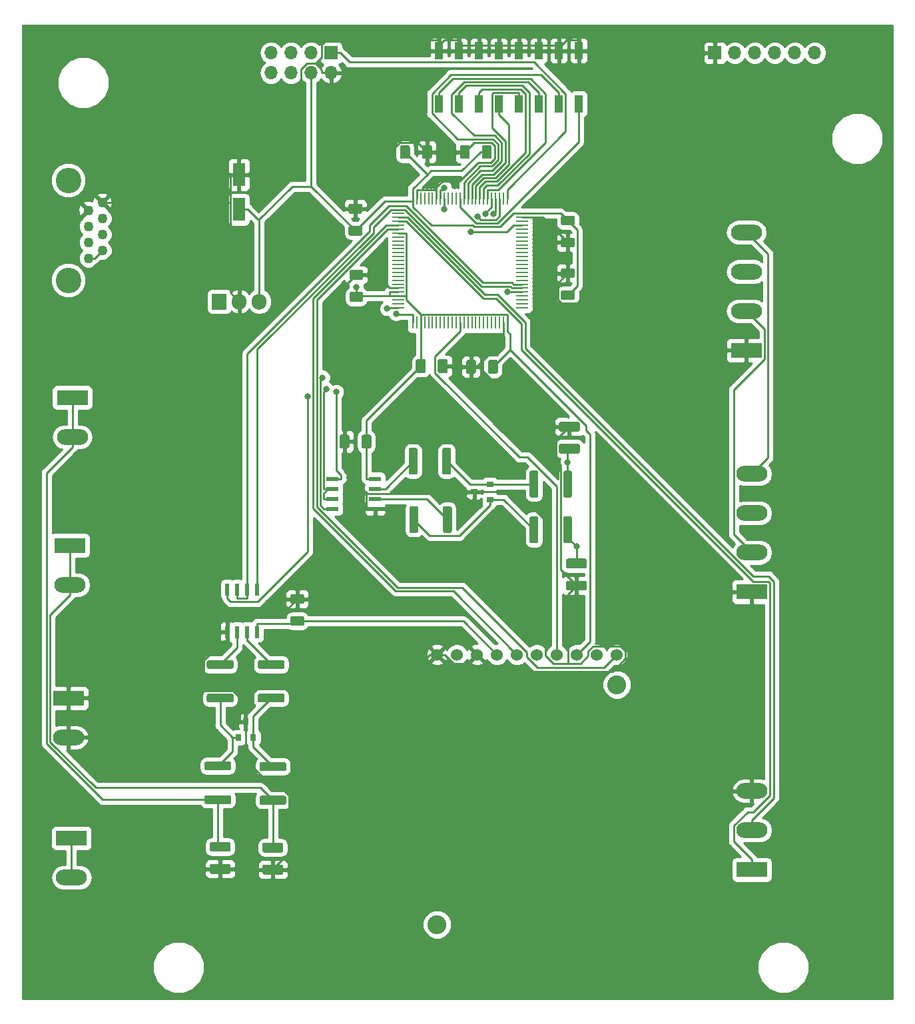
<source format=gbr>
G04 #@! TF.GenerationSoftware,KiCad,Pcbnew,5.0.0-fee4fd1~66~ubuntu18.04.1*
G04 #@! TF.CreationDate,2018-09-20T21:41:55-04:00*
G04 #@! TF.ProjectId,BackPanel,4261636B50616E656C2E6B696361645F,rev?*
G04 #@! TF.SameCoordinates,Original*
G04 #@! TF.FileFunction,Copper,L1,Top,Signal*
G04 #@! TF.FilePolarity,Positive*
%FSLAX46Y46*%
G04 Gerber Fmt 4.6, Leading zero omitted, Abs format (unit mm)*
G04 Created by KiCad (PCBNEW 5.0.0-fee4fd1~66~ubuntu18.04.1) date Thu Sep 20 21:41:55 2018*
%MOMM*%
%LPD*%
G01*
G04 APERTURE LIST*
G04 #@! TA.AperFunction,ComponentPad*
%ADD10C,2.413000*%
G04 #@! TD*
G04 #@! TA.AperFunction,ComponentPad*
%ADD11C,1.524000*%
G04 #@! TD*
G04 #@! TA.AperFunction,Conductor*
%ADD12C,0.100000*%
G04 #@! TD*
G04 #@! TA.AperFunction,SMDPad,CuDef*
%ADD13C,1.250000*%
G04 #@! TD*
G04 #@! TA.AperFunction,SMDPad,CuDef*
%ADD14R,1.600000X3.000000*%
G04 #@! TD*
G04 #@! TA.AperFunction,SMDPad,CuDef*
%ADD15R,0.900000X0.800000*%
G04 #@! TD*
G04 #@! TA.AperFunction,SMDPad,CuDef*
%ADD16R,0.800000X0.900000*%
G04 #@! TD*
G04 #@! TA.AperFunction,SMDPad,CuDef*
%ADD17C,1.125000*%
G04 #@! TD*
G04 #@! TA.AperFunction,ComponentPad*
%ADD18R,1.700000X1.700000*%
G04 #@! TD*
G04 #@! TA.AperFunction,ComponentPad*
%ADD19O,1.700000X1.700000*%
G04 #@! TD*
G04 #@! TA.AperFunction,SMDPad,CuDef*
%ADD20R,1.500000X0.280000*%
G04 #@! TD*
G04 #@! TA.AperFunction,SMDPad,CuDef*
%ADD21R,0.280000X1.500000*%
G04 #@! TD*
G04 #@! TA.AperFunction,ComponentPad*
%ADD22R,1.905000X2.000000*%
G04 #@! TD*
G04 #@! TA.AperFunction,ComponentPad*
%ADD23O,1.905000X2.000000*%
G04 #@! TD*
G04 #@! TA.AperFunction,SMDPad,CuDef*
%ADD24R,1.550000X0.600000*%
G04 #@! TD*
G04 #@! TA.AperFunction,SMDPad,CuDef*
%ADD25R,0.600000X1.550000*%
G04 #@! TD*
G04 #@! TA.AperFunction,ComponentPad*
%ADD26C,3.250000*%
G04 #@! TD*
G04 #@! TA.AperFunction,ComponentPad*
%ADD27C,1.270000*%
G04 #@! TD*
G04 #@! TA.AperFunction,ComponentPad*
%ADD28O,3.960000X1.980000*%
G04 #@! TD*
G04 #@! TA.AperFunction,ComponentPad*
%ADD29R,3.960000X1.980000*%
G04 #@! TD*
G04 #@! TA.AperFunction,SMDPad,CuDef*
%ADD30R,1.120000X2.160000*%
G04 #@! TD*
G04 #@! TA.AperFunction,ViaPad*
%ADD31C,0.800000*%
G04 #@! TD*
G04 #@! TA.AperFunction,Conductor*
%ADD32C,0.250000*%
G04 #@! TD*
G04 #@! TA.AperFunction,Conductor*
%ADD33C,0.254000*%
G04 #@! TD*
G04 APERTURE END LIST*
D10*
G04 #@! TO.P,U5,*
G04 #@! TO.N,*
X142370000Y-142280000D03*
X165230000Y-111800000D03*
D11*
G04 #@! TO.P,U5,10*
G04 #@! TO.N,GND*
X142370000Y-107990000D03*
G04 #@! TO.P,U5,9*
G04 #@! TO.N,+24V*
X144910000Y-107990000D03*
G04 #@! TO.P,U5,8*
G04 #@! TO.N,GND*
X147450000Y-107990000D03*
G04 #@! TO.P,U5,7*
G04 #@! TO.N,+3V3*
X149990000Y-107990000D03*
G04 #@! TO.P,U5,6*
G04 #@! TO.N,/GPIOE/GoEast*
X152530000Y-107990000D03*
G04 #@! TO.P,U5,5*
G04 #@! TO.N,Net-(U5-Pad5)*
X155070000Y-107990000D03*
G04 #@! TO.P,U5,4*
G04 #@! TO.N,/GPIOE/GoWest*
X157610000Y-107990000D03*
G04 #@! TO.P,U5,3*
G04 #@! TO.N,+3V3*
X160150000Y-107990000D03*
G04 #@! TO.P,U5,2*
G04 #@! TO.N,Net-(U5-Pad2)*
X162690000Y-107990000D03*
G04 #@! TO.P,U5,1*
G04 #@! TO.N,/GPIOE/CurrentSense*
X165230000Y-107990000D03*
G04 #@! TD*
D12*
G04 #@! TO.N,GND*
G04 #@! TO.C,C1*
G36*
X141499504Y-43226204D02*
X141523773Y-43229804D01*
X141547571Y-43235765D01*
X141570671Y-43244030D01*
X141592849Y-43254520D01*
X141613893Y-43267133D01*
X141633598Y-43281747D01*
X141651777Y-43298223D01*
X141668253Y-43316402D01*
X141682867Y-43336107D01*
X141695480Y-43357151D01*
X141705970Y-43379329D01*
X141714235Y-43402429D01*
X141720196Y-43426227D01*
X141723796Y-43450496D01*
X141725000Y-43475000D01*
X141725000Y-44725000D01*
X141723796Y-44749504D01*
X141720196Y-44773773D01*
X141714235Y-44797571D01*
X141705970Y-44820671D01*
X141695480Y-44842849D01*
X141682867Y-44863893D01*
X141668253Y-44883598D01*
X141651777Y-44901777D01*
X141633598Y-44918253D01*
X141613893Y-44932867D01*
X141592849Y-44945480D01*
X141570671Y-44955970D01*
X141547571Y-44964235D01*
X141523773Y-44970196D01*
X141499504Y-44973796D01*
X141475000Y-44975000D01*
X140725000Y-44975000D01*
X140700496Y-44973796D01*
X140676227Y-44970196D01*
X140652429Y-44964235D01*
X140629329Y-44955970D01*
X140607151Y-44945480D01*
X140586107Y-44932867D01*
X140566402Y-44918253D01*
X140548223Y-44901777D01*
X140531747Y-44883598D01*
X140517133Y-44863893D01*
X140504520Y-44842849D01*
X140494030Y-44820671D01*
X140485765Y-44797571D01*
X140479804Y-44773773D01*
X140476204Y-44749504D01*
X140475000Y-44725000D01*
X140475000Y-43475000D01*
X140476204Y-43450496D01*
X140479804Y-43426227D01*
X140485765Y-43402429D01*
X140494030Y-43379329D01*
X140504520Y-43357151D01*
X140517133Y-43336107D01*
X140531747Y-43316402D01*
X140548223Y-43298223D01*
X140566402Y-43281747D01*
X140586107Y-43267133D01*
X140607151Y-43254520D01*
X140629329Y-43244030D01*
X140652429Y-43235765D01*
X140676227Y-43229804D01*
X140700496Y-43226204D01*
X140725000Y-43225000D01*
X141475000Y-43225000D01*
X141499504Y-43226204D01*
X141499504Y-43226204D01*
G37*
D13*
G04 #@! TD*
G04 #@! TO.P,C1,2*
G04 #@! TO.N,GND*
X141100000Y-44100000D03*
D12*
G04 #@! TO.N,+3V3*
G04 #@! TO.C,C1*
G36*
X138699504Y-43226204D02*
X138723773Y-43229804D01*
X138747571Y-43235765D01*
X138770671Y-43244030D01*
X138792849Y-43254520D01*
X138813893Y-43267133D01*
X138833598Y-43281747D01*
X138851777Y-43298223D01*
X138868253Y-43316402D01*
X138882867Y-43336107D01*
X138895480Y-43357151D01*
X138905970Y-43379329D01*
X138914235Y-43402429D01*
X138920196Y-43426227D01*
X138923796Y-43450496D01*
X138925000Y-43475000D01*
X138925000Y-44725000D01*
X138923796Y-44749504D01*
X138920196Y-44773773D01*
X138914235Y-44797571D01*
X138905970Y-44820671D01*
X138895480Y-44842849D01*
X138882867Y-44863893D01*
X138868253Y-44883598D01*
X138851777Y-44901777D01*
X138833598Y-44918253D01*
X138813893Y-44932867D01*
X138792849Y-44945480D01*
X138770671Y-44955970D01*
X138747571Y-44964235D01*
X138723773Y-44970196D01*
X138699504Y-44973796D01*
X138675000Y-44975000D01*
X137925000Y-44975000D01*
X137900496Y-44973796D01*
X137876227Y-44970196D01*
X137852429Y-44964235D01*
X137829329Y-44955970D01*
X137807151Y-44945480D01*
X137786107Y-44932867D01*
X137766402Y-44918253D01*
X137748223Y-44901777D01*
X137731747Y-44883598D01*
X137717133Y-44863893D01*
X137704520Y-44842849D01*
X137694030Y-44820671D01*
X137685765Y-44797571D01*
X137679804Y-44773773D01*
X137676204Y-44749504D01*
X137675000Y-44725000D01*
X137675000Y-43475000D01*
X137676204Y-43450496D01*
X137679804Y-43426227D01*
X137685765Y-43402429D01*
X137694030Y-43379329D01*
X137704520Y-43357151D01*
X137717133Y-43336107D01*
X137731747Y-43316402D01*
X137748223Y-43298223D01*
X137766402Y-43281747D01*
X137786107Y-43267133D01*
X137807151Y-43254520D01*
X137829329Y-43244030D01*
X137852429Y-43235765D01*
X137876227Y-43229804D01*
X137900496Y-43226204D01*
X137925000Y-43225000D01*
X138675000Y-43225000D01*
X138699504Y-43226204D01*
X138699504Y-43226204D01*
G37*
D13*
G04 #@! TD*
G04 #@! TO.P,C1,1*
G04 #@! TO.N,+3V3*
X138300000Y-44100000D03*
D12*
G04 #@! TO.N,+3V3*
G04 #@! TO.C,C2*
G36*
X149099504Y-43226204D02*
X149123773Y-43229804D01*
X149147571Y-43235765D01*
X149170671Y-43244030D01*
X149192849Y-43254520D01*
X149213893Y-43267133D01*
X149233598Y-43281747D01*
X149251777Y-43298223D01*
X149268253Y-43316402D01*
X149282867Y-43336107D01*
X149295480Y-43357151D01*
X149305970Y-43379329D01*
X149314235Y-43402429D01*
X149320196Y-43426227D01*
X149323796Y-43450496D01*
X149325000Y-43475000D01*
X149325000Y-44725000D01*
X149323796Y-44749504D01*
X149320196Y-44773773D01*
X149314235Y-44797571D01*
X149305970Y-44820671D01*
X149295480Y-44842849D01*
X149282867Y-44863893D01*
X149268253Y-44883598D01*
X149251777Y-44901777D01*
X149233598Y-44918253D01*
X149213893Y-44932867D01*
X149192849Y-44945480D01*
X149170671Y-44955970D01*
X149147571Y-44964235D01*
X149123773Y-44970196D01*
X149099504Y-44973796D01*
X149075000Y-44975000D01*
X148325000Y-44975000D01*
X148300496Y-44973796D01*
X148276227Y-44970196D01*
X148252429Y-44964235D01*
X148229329Y-44955970D01*
X148207151Y-44945480D01*
X148186107Y-44932867D01*
X148166402Y-44918253D01*
X148148223Y-44901777D01*
X148131747Y-44883598D01*
X148117133Y-44863893D01*
X148104520Y-44842849D01*
X148094030Y-44820671D01*
X148085765Y-44797571D01*
X148079804Y-44773773D01*
X148076204Y-44749504D01*
X148075000Y-44725000D01*
X148075000Y-43475000D01*
X148076204Y-43450496D01*
X148079804Y-43426227D01*
X148085765Y-43402429D01*
X148094030Y-43379329D01*
X148104520Y-43357151D01*
X148117133Y-43336107D01*
X148131747Y-43316402D01*
X148148223Y-43298223D01*
X148166402Y-43281747D01*
X148186107Y-43267133D01*
X148207151Y-43254520D01*
X148229329Y-43244030D01*
X148252429Y-43235765D01*
X148276227Y-43229804D01*
X148300496Y-43226204D01*
X148325000Y-43225000D01*
X149075000Y-43225000D01*
X149099504Y-43226204D01*
X149099504Y-43226204D01*
G37*
D13*
G04 #@! TD*
G04 #@! TO.P,C2,1*
G04 #@! TO.N,+3V3*
X148700000Y-44100000D03*
D12*
G04 #@! TO.N,GND*
G04 #@! TO.C,C2*
G36*
X146299504Y-43226204D02*
X146323773Y-43229804D01*
X146347571Y-43235765D01*
X146370671Y-43244030D01*
X146392849Y-43254520D01*
X146413893Y-43267133D01*
X146433598Y-43281747D01*
X146451777Y-43298223D01*
X146468253Y-43316402D01*
X146482867Y-43336107D01*
X146495480Y-43357151D01*
X146505970Y-43379329D01*
X146514235Y-43402429D01*
X146520196Y-43426227D01*
X146523796Y-43450496D01*
X146525000Y-43475000D01*
X146525000Y-44725000D01*
X146523796Y-44749504D01*
X146520196Y-44773773D01*
X146514235Y-44797571D01*
X146505970Y-44820671D01*
X146495480Y-44842849D01*
X146482867Y-44863893D01*
X146468253Y-44883598D01*
X146451777Y-44901777D01*
X146433598Y-44918253D01*
X146413893Y-44932867D01*
X146392849Y-44945480D01*
X146370671Y-44955970D01*
X146347571Y-44964235D01*
X146323773Y-44970196D01*
X146299504Y-44973796D01*
X146275000Y-44975000D01*
X145525000Y-44975000D01*
X145500496Y-44973796D01*
X145476227Y-44970196D01*
X145452429Y-44964235D01*
X145429329Y-44955970D01*
X145407151Y-44945480D01*
X145386107Y-44932867D01*
X145366402Y-44918253D01*
X145348223Y-44901777D01*
X145331747Y-44883598D01*
X145317133Y-44863893D01*
X145304520Y-44842849D01*
X145294030Y-44820671D01*
X145285765Y-44797571D01*
X145279804Y-44773773D01*
X145276204Y-44749504D01*
X145275000Y-44725000D01*
X145275000Y-43475000D01*
X145276204Y-43450496D01*
X145279804Y-43426227D01*
X145285765Y-43402429D01*
X145294030Y-43379329D01*
X145304520Y-43357151D01*
X145317133Y-43336107D01*
X145331747Y-43316402D01*
X145348223Y-43298223D01*
X145366402Y-43281747D01*
X145386107Y-43267133D01*
X145407151Y-43254520D01*
X145429329Y-43244030D01*
X145452429Y-43235765D01*
X145476227Y-43229804D01*
X145500496Y-43226204D01*
X145525000Y-43225000D01*
X146275000Y-43225000D01*
X146299504Y-43226204D01*
X146299504Y-43226204D01*
G37*
D13*
G04 #@! TD*
G04 #@! TO.P,C2,2*
G04 #@! TO.N,GND*
X145900000Y-44100000D03*
D12*
G04 #@! TO.N,GND*
G04 #@! TO.C,C3*
G36*
X132649504Y-50676204D02*
X132673773Y-50679804D01*
X132697571Y-50685765D01*
X132720671Y-50694030D01*
X132742849Y-50704520D01*
X132763893Y-50717133D01*
X132783598Y-50731747D01*
X132801777Y-50748223D01*
X132818253Y-50766402D01*
X132832867Y-50786107D01*
X132845480Y-50807151D01*
X132855970Y-50829329D01*
X132864235Y-50852429D01*
X132870196Y-50876227D01*
X132873796Y-50900496D01*
X132875000Y-50925000D01*
X132875000Y-51675000D01*
X132873796Y-51699504D01*
X132870196Y-51723773D01*
X132864235Y-51747571D01*
X132855970Y-51770671D01*
X132845480Y-51792849D01*
X132832867Y-51813893D01*
X132818253Y-51833598D01*
X132801777Y-51851777D01*
X132783598Y-51868253D01*
X132763893Y-51882867D01*
X132742849Y-51895480D01*
X132720671Y-51905970D01*
X132697571Y-51914235D01*
X132673773Y-51920196D01*
X132649504Y-51923796D01*
X132625000Y-51925000D01*
X131375000Y-51925000D01*
X131350496Y-51923796D01*
X131326227Y-51920196D01*
X131302429Y-51914235D01*
X131279329Y-51905970D01*
X131257151Y-51895480D01*
X131236107Y-51882867D01*
X131216402Y-51868253D01*
X131198223Y-51851777D01*
X131181747Y-51833598D01*
X131167133Y-51813893D01*
X131154520Y-51792849D01*
X131144030Y-51770671D01*
X131135765Y-51747571D01*
X131129804Y-51723773D01*
X131126204Y-51699504D01*
X131125000Y-51675000D01*
X131125000Y-50925000D01*
X131126204Y-50900496D01*
X131129804Y-50876227D01*
X131135765Y-50852429D01*
X131144030Y-50829329D01*
X131154520Y-50807151D01*
X131167133Y-50786107D01*
X131181747Y-50766402D01*
X131198223Y-50748223D01*
X131216402Y-50731747D01*
X131236107Y-50717133D01*
X131257151Y-50704520D01*
X131279329Y-50694030D01*
X131302429Y-50685765D01*
X131326227Y-50679804D01*
X131350496Y-50676204D01*
X131375000Y-50675000D01*
X132625000Y-50675000D01*
X132649504Y-50676204D01*
X132649504Y-50676204D01*
G37*
D13*
G04 #@! TD*
G04 #@! TO.P,C3,2*
G04 #@! TO.N,GND*
X132000000Y-51300000D03*
D12*
G04 #@! TO.N,+3V3*
G04 #@! TO.C,C3*
G36*
X132649504Y-53476204D02*
X132673773Y-53479804D01*
X132697571Y-53485765D01*
X132720671Y-53494030D01*
X132742849Y-53504520D01*
X132763893Y-53517133D01*
X132783598Y-53531747D01*
X132801777Y-53548223D01*
X132818253Y-53566402D01*
X132832867Y-53586107D01*
X132845480Y-53607151D01*
X132855970Y-53629329D01*
X132864235Y-53652429D01*
X132870196Y-53676227D01*
X132873796Y-53700496D01*
X132875000Y-53725000D01*
X132875000Y-54475000D01*
X132873796Y-54499504D01*
X132870196Y-54523773D01*
X132864235Y-54547571D01*
X132855970Y-54570671D01*
X132845480Y-54592849D01*
X132832867Y-54613893D01*
X132818253Y-54633598D01*
X132801777Y-54651777D01*
X132783598Y-54668253D01*
X132763893Y-54682867D01*
X132742849Y-54695480D01*
X132720671Y-54705970D01*
X132697571Y-54714235D01*
X132673773Y-54720196D01*
X132649504Y-54723796D01*
X132625000Y-54725000D01*
X131375000Y-54725000D01*
X131350496Y-54723796D01*
X131326227Y-54720196D01*
X131302429Y-54714235D01*
X131279329Y-54705970D01*
X131257151Y-54695480D01*
X131236107Y-54682867D01*
X131216402Y-54668253D01*
X131198223Y-54651777D01*
X131181747Y-54633598D01*
X131167133Y-54613893D01*
X131154520Y-54592849D01*
X131144030Y-54570671D01*
X131135765Y-54547571D01*
X131129804Y-54523773D01*
X131126204Y-54499504D01*
X131125000Y-54475000D01*
X131125000Y-53725000D01*
X131126204Y-53700496D01*
X131129804Y-53676227D01*
X131135765Y-53652429D01*
X131144030Y-53629329D01*
X131154520Y-53607151D01*
X131167133Y-53586107D01*
X131181747Y-53566402D01*
X131198223Y-53548223D01*
X131216402Y-53531747D01*
X131236107Y-53517133D01*
X131257151Y-53504520D01*
X131279329Y-53494030D01*
X131302429Y-53485765D01*
X131326227Y-53479804D01*
X131350496Y-53476204D01*
X131375000Y-53475000D01*
X132625000Y-53475000D01*
X132649504Y-53476204D01*
X132649504Y-53476204D01*
G37*
D13*
G04 #@! TD*
G04 #@! TO.P,C3,1*
G04 #@! TO.N,+3V3*
X132000000Y-54100000D03*
D12*
G04 #@! TO.N,+3V3*
G04 #@! TO.C,C4*
G36*
X159649504Y-61676204D02*
X159673773Y-61679804D01*
X159697571Y-61685765D01*
X159720671Y-61694030D01*
X159742849Y-61704520D01*
X159763893Y-61717133D01*
X159783598Y-61731747D01*
X159801777Y-61748223D01*
X159818253Y-61766402D01*
X159832867Y-61786107D01*
X159845480Y-61807151D01*
X159855970Y-61829329D01*
X159864235Y-61852429D01*
X159870196Y-61876227D01*
X159873796Y-61900496D01*
X159875000Y-61925000D01*
X159875000Y-62675000D01*
X159873796Y-62699504D01*
X159870196Y-62723773D01*
X159864235Y-62747571D01*
X159855970Y-62770671D01*
X159845480Y-62792849D01*
X159832867Y-62813893D01*
X159818253Y-62833598D01*
X159801777Y-62851777D01*
X159783598Y-62868253D01*
X159763893Y-62882867D01*
X159742849Y-62895480D01*
X159720671Y-62905970D01*
X159697571Y-62914235D01*
X159673773Y-62920196D01*
X159649504Y-62923796D01*
X159625000Y-62925000D01*
X158375000Y-62925000D01*
X158350496Y-62923796D01*
X158326227Y-62920196D01*
X158302429Y-62914235D01*
X158279329Y-62905970D01*
X158257151Y-62895480D01*
X158236107Y-62882867D01*
X158216402Y-62868253D01*
X158198223Y-62851777D01*
X158181747Y-62833598D01*
X158167133Y-62813893D01*
X158154520Y-62792849D01*
X158144030Y-62770671D01*
X158135765Y-62747571D01*
X158129804Y-62723773D01*
X158126204Y-62699504D01*
X158125000Y-62675000D01*
X158125000Y-61925000D01*
X158126204Y-61900496D01*
X158129804Y-61876227D01*
X158135765Y-61852429D01*
X158144030Y-61829329D01*
X158154520Y-61807151D01*
X158167133Y-61786107D01*
X158181747Y-61766402D01*
X158198223Y-61748223D01*
X158216402Y-61731747D01*
X158236107Y-61717133D01*
X158257151Y-61704520D01*
X158279329Y-61694030D01*
X158302429Y-61685765D01*
X158326227Y-61679804D01*
X158350496Y-61676204D01*
X158375000Y-61675000D01*
X159625000Y-61675000D01*
X159649504Y-61676204D01*
X159649504Y-61676204D01*
G37*
D13*
G04 #@! TD*
G04 #@! TO.P,C4,1*
G04 #@! TO.N,+3V3*
X159000000Y-62300000D03*
D12*
G04 #@! TO.N,GND*
G04 #@! TO.C,C4*
G36*
X159649504Y-58876204D02*
X159673773Y-58879804D01*
X159697571Y-58885765D01*
X159720671Y-58894030D01*
X159742849Y-58904520D01*
X159763893Y-58917133D01*
X159783598Y-58931747D01*
X159801777Y-58948223D01*
X159818253Y-58966402D01*
X159832867Y-58986107D01*
X159845480Y-59007151D01*
X159855970Y-59029329D01*
X159864235Y-59052429D01*
X159870196Y-59076227D01*
X159873796Y-59100496D01*
X159875000Y-59125000D01*
X159875000Y-59875000D01*
X159873796Y-59899504D01*
X159870196Y-59923773D01*
X159864235Y-59947571D01*
X159855970Y-59970671D01*
X159845480Y-59992849D01*
X159832867Y-60013893D01*
X159818253Y-60033598D01*
X159801777Y-60051777D01*
X159783598Y-60068253D01*
X159763893Y-60082867D01*
X159742849Y-60095480D01*
X159720671Y-60105970D01*
X159697571Y-60114235D01*
X159673773Y-60120196D01*
X159649504Y-60123796D01*
X159625000Y-60125000D01*
X158375000Y-60125000D01*
X158350496Y-60123796D01*
X158326227Y-60120196D01*
X158302429Y-60114235D01*
X158279329Y-60105970D01*
X158257151Y-60095480D01*
X158236107Y-60082867D01*
X158216402Y-60068253D01*
X158198223Y-60051777D01*
X158181747Y-60033598D01*
X158167133Y-60013893D01*
X158154520Y-59992849D01*
X158144030Y-59970671D01*
X158135765Y-59947571D01*
X158129804Y-59923773D01*
X158126204Y-59899504D01*
X158125000Y-59875000D01*
X158125000Y-59125000D01*
X158126204Y-59100496D01*
X158129804Y-59076227D01*
X158135765Y-59052429D01*
X158144030Y-59029329D01*
X158154520Y-59007151D01*
X158167133Y-58986107D01*
X158181747Y-58966402D01*
X158198223Y-58948223D01*
X158216402Y-58931747D01*
X158236107Y-58917133D01*
X158257151Y-58904520D01*
X158279329Y-58894030D01*
X158302429Y-58885765D01*
X158326227Y-58879804D01*
X158350496Y-58876204D01*
X158375000Y-58875000D01*
X159625000Y-58875000D01*
X159649504Y-58876204D01*
X159649504Y-58876204D01*
G37*
D13*
G04 #@! TD*
G04 #@! TO.P,C4,2*
G04 #@! TO.N,GND*
X159000000Y-59500000D03*
D12*
G04 #@! TO.N,GND*
G04 #@! TO.C,C5*
G36*
X159649504Y-54976204D02*
X159673773Y-54979804D01*
X159697571Y-54985765D01*
X159720671Y-54994030D01*
X159742849Y-55004520D01*
X159763893Y-55017133D01*
X159783598Y-55031747D01*
X159801777Y-55048223D01*
X159818253Y-55066402D01*
X159832867Y-55086107D01*
X159845480Y-55107151D01*
X159855970Y-55129329D01*
X159864235Y-55152429D01*
X159870196Y-55176227D01*
X159873796Y-55200496D01*
X159875000Y-55225000D01*
X159875000Y-55975000D01*
X159873796Y-55999504D01*
X159870196Y-56023773D01*
X159864235Y-56047571D01*
X159855970Y-56070671D01*
X159845480Y-56092849D01*
X159832867Y-56113893D01*
X159818253Y-56133598D01*
X159801777Y-56151777D01*
X159783598Y-56168253D01*
X159763893Y-56182867D01*
X159742849Y-56195480D01*
X159720671Y-56205970D01*
X159697571Y-56214235D01*
X159673773Y-56220196D01*
X159649504Y-56223796D01*
X159625000Y-56225000D01*
X158375000Y-56225000D01*
X158350496Y-56223796D01*
X158326227Y-56220196D01*
X158302429Y-56214235D01*
X158279329Y-56205970D01*
X158257151Y-56195480D01*
X158236107Y-56182867D01*
X158216402Y-56168253D01*
X158198223Y-56151777D01*
X158181747Y-56133598D01*
X158167133Y-56113893D01*
X158154520Y-56092849D01*
X158144030Y-56070671D01*
X158135765Y-56047571D01*
X158129804Y-56023773D01*
X158126204Y-55999504D01*
X158125000Y-55975000D01*
X158125000Y-55225000D01*
X158126204Y-55200496D01*
X158129804Y-55176227D01*
X158135765Y-55152429D01*
X158144030Y-55129329D01*
X158154520Y-55107151D01*
X158167133Y-55086107D01*
X158181747Y-55066402D01*
X158198223Y-55048223D01*
X158216402Y-55031747D01*
X158236107Y-55017133D01*
X158257151Y-55004520D01*
X158279329Y-54994030D01*
X158302429Y-54985765D01*
X158326227Y-54979804D01*
X158350496Y-54976204D01*
X158375000Y-54975000D01*
X159625000Y-54975000D01*
X159649504Y-54976204D01*
X159649504Y-54976204D01*
G37*
D13*
G04 #@! TD*
G04 #@! TO.P,C5,2*
G04 #@! TO.N,GND*
X159000000Y-55600000D03*
D12*
G04 #@! TO.N,+3V3*
G04 #@! TO.C,C5*
G36*
X159649504Y-52176204D02*
X159673773Y-52179804D01*
X159697571Y-52185765D01*
X159720671Y-52194030D01*
X159742849Y-52204520D01*
X159763893Y-52217133D01*
X159783598Y-52231747D01*
X159801777Y-52248223D01*
X159818253Y-52266402D01*
X159832867Y-52286107D01*
X159845480Y-52307151D01*
X159855970Y-52329329D01*
X159864235Y-52352429D01*
X159870196Y-52376227D01*
X159873796Y-52400496D01*
X159875000Y-52425000D01*
X159875000Y-53175000D01*
X159873796Y-53199504D01*
X159870196Y-53223773D01*
X159864235Y-53247571D01*
X159855970Y-53270671D01*
X159845480Y-53292849D01*
X159832867Y-53313893D01*
X159818253Y-53333598D01*
X159801777Y-53351777D01*
X159783598Y-53368253D01*
X159763893Y-53382867D01*
X159742849Y-53395480D01*
X159720671Y-53405970D01*
X159697571Y-53414235D01*
X159673773Y-53420196D01*
X159649504Y-53423796D01*
X159625000Y-53425000D01*
X158375000Y-53425000D01*
X158350496Y-53423796D01*
X158326227Y-53420196D01*
X158302429Y-53414235D01*
X158279329Y-53405970D01*
X158257151Y-53395480D01*
X158236107Y-53382867D01*
X158216402Y-53368253D01*
X158198223Y-53351777D01*
X158181747Y-53333598D01*
X158167133Y-53313893D01*
X158154520Y-53292849D01*
X158144030Y-53270671D01*
X158135765Y-53247571D01*
X158129804Y-53223773D01*
X158126204Y-53199504D01*
X158125000Y-53175000D01*
X158125000Y-52425000D01*
X158126204Y-52400496D01*
X158129804Y-52376227D01*
X158135765Y-52352429D01*
X158144030Y-52329329D01*
X158154520Y-52307151D01*
X158167133Y-52286107D01*
X158181747Y-52266402D01*
X158198223Y-52248223D01*
X158216402Y-52231747D01*
X158236107Y-52217133D01*
X158257151Y-52204520D01*
X158279329Y-52194030D01*
X158302429Y-52185765D01*
X158326227Y-52179804D01*
X158350496Y-52176204D01*
X158375000Y-52175000D01*
X159625000Y-52175000D01*
X159649504Y-52176204D01*
X159649504Y-52176204D01*
G37*
D13*
G04 #@! TD*
G04 #@! TO.P,C5,1*
G04 #@! TO.N,+3V3*
X159000000Y-52800000D03*
D12*
G04 #@! TO.N,+3V3*
G04 #@! TO.C,C6*
G36*
X149899504Y-70526204D02*
X149923773Y-70529804D01*
X149947571Y-70535765D01*
X149970671Y-70544030D01*
X149992849Y-70554520D01*
X150013893Y-70567133D01*
X150033598Y-70581747D01*
X150051777Y-70598223D01*
X150068253Y-70616402D01*
X150082867Y-70636107D01*
X150095480Y-70657151D01*
X150105970Y-70679329D01*
X150114235Y-70702429D01*
X150120196Y-70726227D01*
X150123796Y-70750496D01*
X150125000Y-70775000D01*
X150125000Y-72025000D01*
X150123796Y-72049504D01*
X150120196Y-72073773D01*
X150114235Y-72097571D01*
X150105970Y-72120671D01*
X150095480Y-72142849D01*
X150082867Y-72163893D01*
X150068253Y-72183598D01*
X150051777Y-72201777D01*
X150033598Y-72218253D01*
X150013893Y-72232867D01*
X149992849Y-72245480D01*
X149970671Y-72255970D01*
X149947571Y-72264235D01*
X149923773Y-72270196D01*
X149899504Y-72273796D01*
X149875000Y-72275000D01*
X149125000Y-72275000D01*
X149100496Y-72273796D01*
X149076227Y-72270196D01*
X149052429Y-72264235D01*
X149029329Y-72255970D01*
X149007151Y-72245480D01*
X148986107Y-72232867D01*
X148966402Y-72218253D01*
X148948223Y-72201777D01*
X148931747Y-72183598D01*
X148917133Y-72163893D01*
X148904520Y-72142849D01*
X148894030Y-72120671D01*
X148885765Y-72097571D01*
X148879804Y-72073773D01*
X148876204Y-72049504D01*
X148875000Y-72025000D01*
X148875000Y-70775000D01*
X148876204Y-70750496D01*
X148879804Y-70726227D01*
X148885765Y-70702429D01*
X148894030Y-70679329D01*
X148904520Y-70657151D01*
X148917133Y-70636107D01*
X148931747Y-70616402D01*
X148948223Y-70598223D01*
X148966402Y-70581747D01*
X148986107Y-70567133D01*
X149007151Y-70554520D01*
X149029329Y-70544030D01*
X149052429Y-70535765D01*
X149076227Y-70529804D01*
X149100496Y-70526204D01*
X149125000Y-70525000D01*
X149875000Y-70525000D01*
X149899504Y-70526204D01*
X149899504Y-70526204D01*
G37*
D13*
G04 #@! TD*
G04 #@! TO.P,C6,1*
G04 #@! TO.N,+3V3*
X149500000Y-71400000D03*
D12*
G04 #@! TO.N,GND*
G04 #@! TO.C,C6*
G36*
X147099504Y-70526204D02*
X147123773Y-70529804D01*
X147147571Y-70535765D01*
X147170671Y-70544030D01*
X147192849Y-70554520D01*
X147213893Y-70567133D01*
X147233598Y-70581747D01*
X147251777Y-70598223D01*
X147268253Y-70616402D01*
X147282867Y-70636107D01*
X147295480Y-70657151D01*
X147305970Y-70679329D01*
X147314235Y-70702429D01*
X147320196Y-70726227D01*
X147323796Y-70750496D01*
X147325000Y-70775000D01*
X147325000Y-72025000D01*
X147323796Y-72049504D01*
X147320196Y-72073773D01*
X147314235Y-72097571D01*
X147305970Y-72120671D01*
X147295480Y-72142849D01*
X147282867Y-72163893D01*
X147268253Y-72183598D01*
X147251777Y-72201777D01*
X147233598Y-72218253D01*
X147213893Y-72232867D01*
X147192849Y-72245480D01*
X147170671Y-72255970D01*
X147147571Y-72264235D01*
X147123773Y-72270196D01*
X147099504Y-72273796D01*
X147075000Y-72275000D01*
X146325000Y-72275000D01*
X146300496Y-72273796D01*
X146276227Y-72270196D01*
X146252429Y-72264235D01*
X146229329Y-72255970D01*
X146207151Y-72245480D01*
X146186107Y-72232867D01*
X146166402Y-72218253D01*
X146148223Y-72201777D01*
X146131747Y-72183598D01*
X146117133Y-72163893D01*
X146104520Y-72142849D01*
X146094030Y-72120671D01*
X146085765Y-72097571D01*
X146079804Y-72073773D01*
X146076204Y-72049504D01*
X146075000Y-72025000D01*
X146075000Y-70775000D01*
X146076204Y-70750496D01*
X146079804Y-70726227D01*
X146085765Y-70702429D01*
X146094030Y-70679329D01*
X146104520Y-70657151D01*
X146117133Y-70636107D01*
X146131747Y-70616402D01*
X146148223Y-70598223D01*
X146166402Y-70581747D01*
X146186107Y-70567133D01*
X146207151Y-70554520D01*
X146229329Y-70544030D01*
X146252429Y-70535765D01*
X146276227Y-70529804D01*
X146300496Y-70526204D01*
X146325000Y-70525000D01*
X147075000Y-70525000D01*
X147099504Y-70526204D01*
X147099504Y-70526204D01*
G37*
D13*
G04 #@! TD*
G04 #@! TO.P,C6,2*
G04 #@! TO.N,GND*
X146700000Y-71400000D03*
D12*
G04 #@! TO.N,GND*
G04 #@! TO.C,C7*
G36*
X143499504Y-70426204D02*
X143523773Y-70429804D01*
X143547571Y-70435765D01*
X143570671Y-70444030D01*
X143592849Y-70454520D01*
X143613893Y-70467133D01*
X143633598Y-70481747D01*
X143651777Y-70498223D01*
X143668253Y-70516402D01*
X143682867Y-70536107D01*
X143695480Y-70557151D01*
X143705970Y-70579329D01*
X143714235Y-70602429D01*
X143720196Y-70626227D01*
X143723796Y-70650496D01*
X143725000Y-70675000D01*
X143725000Y-71925000D01*
X143723796Y-71949504D01*
X143720196Y-71973773D01*
X143714235Y-71997571D01*
X143705970Y-72020671D01*
X143695480Y-72042849D01*
X143682867Y-72063893D01*
X143668253Y-72083598D01*
X143651777Y-72101777D01*
X143633598Y-72118253D01*
X143613893Y-72132867D01*
X143592849Y-72145480D01*
X143570671Y-72155970D01*
X143547571Y-72164235D01*
X143523773Y-72170196D01*
X143499504Y-72173796D01*
X143475000Y-72175000D01*
X142725000Y-72175000D01*
X142700496Y-72173796D01*
X142676227Y-72170196D01*
X142652429Y-72164235D01*
X142629329Y-72155970D01*
X142607151Y-72145480D01*
X142586107Y-72132867D01*
X142566402Y-72118253D01*
X142548223Y-72101777D01*
X142531747Y-72083598D01*
X142517133Y-72063893D01*
X142504520Y-72042849D01*
X142494030Y-72020671D01*
X142485765Y-71997571D01*
X142479804Y-71973773D01*
X142476204Y-71949504D01*
X142475000Y-71925000D01*
X142475000Y-70675000D01*
X142476204Y-70650496D01*
X142479804Y-70626227D01*
X142485765Y-70602429D01*
X142494030Y-70579329D01*
X142504520Y-70557151D01*
X142517133Y-70536107D01*
X142531747Y-70516402D01*
X142548223Y-70498223D01*
X142566402Y-70481747D01*
X142586107Y-70467133D01*
X142607151Y-70454520D01*
X142629329Y-70444030D01*
X142652429Y-70435765D01*
X142676227Y-70429804D01*
X142700496Y-70426204D01*
X142725000Y-70425000D01*
X143475000Y-70425000D01*
X143499504Y-70426204D01*
X143499504Y-70426204D01*
G37*
D13*
G04 #@! TD*
G04 #@! TO.P,C7,2*
G04 #@! TO.N,GND*
X143100000Y-71300000D03*
D12*
G04 #@! TO.N,+3V3*
G04 #@! TO.C,C7*
G36*
X140699504Y-70426204D02*
X140723773Y-70429804D01*
X140747571Y-70435765D01*
X140770671Y-70444030D01*
X140792849Y-70454520D01*
X140813893Y-70467133D01*
X140833598Y-70481747D01*
X140851777Y-70498223D01*
X140868253Y-70516402D01*
X140882867Y-70536107D01*
X140895480Y-70557151D01*
X140905970Y-70579329D01*
X140914235Y-70602429D01*
X140920196Y-70626227D01*
X140923796Y-70650496D01*
X140925000Y-70675000D01*
X140925000Y-71925000D01*
X140923796Y-71949504D01*
X140920196Y-71973773D01*
X140914235Y-71997571D01*
X140905970Y-72020671D01*
X140895480Y-72042849D01*
X140882867Y-72063893D01*
X140868253Y-72083598D01*
X140851777Y-72101777D01*
X140833598Y-72118253D01*
X140813893Y-72132867D01*
X140792849Y-72145480D01*
X140770671Y-72155970D01*
X140747571Y-72164235D01*
X140723773Y-72170196D01*
X140699504Y-72173796D01*
X140675000Y-72175000D01*
X139925000Y-72175000D01*
X139900496Y-72173796D01*
X139876227Y-72170196D01*
X139852429Y-72164235D01*
X139829329Y-72155970D01*
X139807151Y-72145480D01*
X139786107Y-72132867D01*
X139766402Y-72118253D01*
X139748223Y-72101777D01*
X139731747Y-72083598D01*
X139717133Y-72063893D01*
X139704520Y-72042849D01*
X139694030Y-72020671D01*
X139685765Y-71997571D01*
X139679804Y-71973773D01*
X139676204Y-71949504D01*
X139675000Y-71925000D01*
X139675000Y-70675000D01*
X139676204Y-70650496D01*
X139679804Y-70626227D01*
X139685765Y-70602429D01*
X139694030Y-70579329D01*
X139704520Y-70557151D01*
X139717133Y-70536107D01*
X139731747Y-70516402D01*
X139748223Y-70498223D01*
X139766402Y-70481747D01*
X139786107Y-70467133D01*
X139807151Y-70454520D01*
X139829329Y-70444030D01*
X139852429Y-70435765D01*
X139876227Y-70429804D01*
X139900496Y-70426204D01*
X139925000Y-70425000D01*
X140675000Y-70425000D01*
X140699504Y-70426204D01*
X140699504Y-70426204D01*
G37*
D13*
G04 #@! TD*
G04 #@! TO.P,C7,1*
G04 #@! TO.N,+3V3*
X140300000Y-71300000D03*
D14*
G04 #@! TO.P,C8,1*
G04 #@! TO.N,+3V3*
X117200000Y-51400000D03*
G04 #@! TO.P,C8,2*
G04 #@! TO.N,GND*
X117200000Y-47000000D03*
G04 #@! TD*
D12*
G04 #@! TO.N,+3V3*
G04 #@! TO.C,C9*
G36*
X132749504Y-61876204D02*
X132773773Y-61879804D01*
X132797571Y-61885765D01*
X132820671Y-61894030D01*
X132842849Y-61904520D01*
X132863893Y-61917133D01*
X132883598Y-61931747D01*
X132901777Y-61948223D01*
X132918253Y-61966402D01*
X132932867Y-61986107D01*
X132945480Y-62007151D01*
X132955970Y-62029329D01*
X132964235Y-62052429D01*
X132970196Y-62076227D01*
X132973796Y-62100496D01*
X132975000Y-62125000D01*
X132975000Y-62875000D01*
X132973796Y-62899504D01*
X132970196Y-62923773D01*
X132964235Y-62947571D01*
X132955970Y-62970671D01*
X132945480Y-62992849D01*
X132932867Y-63013893D01*
X132918253Y-63033598D01*
X132901777Y-63051777D01*
X132883598Y-63068253D01*
X132863893Y-63082867D01*
X132842849Y-63095480D01*
X132820671Y-63105970D01*
X132797571Y-63114235D01*
X132773773Y-63120196D01*
X132749504Y-63123796D01*
X132725000Y-63125000D01*
X131475000Y-63125000D01*
X131450496Y-63123796D01*
X131426227Y-63120196D01*
X131402429Y-63114235D01*
X131379329Y-63105970D01*
X131357151Y-63095480D01*
X131336107Y-63082867D01*
X131316402Y-63068253D01*
X131298223Y-63051777D01*
X131281747Y-63033598D01*
X131267133Y-63013893D01*
X131254520Y-62992849D01*
X131244030Y-62970671D01*
X131235765Y-62947571D01*
X131229804Y-62923773D01*
X131226204Y-62899504D01*
X131225000Y-62875000D01*
X131225000Y-62125000D01*
X131226204Y-62100496D01*
X131229804Y-62076227D01*
X131235765Y-62052429D01*
X131244030Y-62029329D01*
X131254520Y-62007151D01*
X131267133Y-61986107D01*
X131281747Y-61966402D01*
X131298223Y-61948223D01*
X131316402Y-61931747D01*
X131336107Y-61917133D01*
X131357151Y-61904520D01*
X131379329Y-61894030D01*
X131402429Y-61885765D01*
X131426227Y-61879804D01*
X131450496Y-61876204D01*
X131475000Y-61875000D01*
X132725000Y-61875000D01*
X132749504Y-61876204D01*
X132749504Y-61876204D01*
G37*
D13*
G04 #@! TD*
G04 #@! TO.P,C9,1*
G04 #@! TO.N,+3V3*
X132100000Y-62500000D03*
D12*
G04 #@! TO.N,GND*
G04 #@! TO.C,C9*
G36*
X132749504Y-59076204D02*
X132773773Y-59079804D01*
X132797571Y-59085765D01*
X132820671Y-59094030D01*
X132842849Y-59104520D01*
X132863893Y-59117133D01*
X132883598Y-59131747D01*
X132901777Y-59148223D01*
X132918253Y-59166402D01*
X132932867Y-59186107D01*
X132945480Y-59207151D01*
X132955970Y-59229329D01*
X132964235Y-59252429D01*
X132970196Y-59276227D01*
X132973796Y-59300496D01*
X132975000Y-59325000D01*
X132975000Y-60075000D01*
X132973796Y-60099504D01*
X132970196Y-60123773D01*
X132964235Y-60147571D01*
X132955970Y-60170671D01*
X132945480Y-60192849D01*
X132932867Y-60213893D01*
X132918253Y-60233598D01*
X132901777Y-60251777D01*
X132883598Y-60268253D01*
X132863893Y-60282867D01*
X132842849Y-60295480D01*
X132820671Y-60305970D01*
X132797571Y-60314235D01*
X132773773Y-60320196D01*
X132749504Y-60323796D01*
X132725000Y-60325000D01*
X131475000Y-60325000D01*
X131450496Y-60323796D01*
X131426227Y-60320196D01*
X131402429Y-60314235D01*
X131379329Y-60305970D01*
X131357151Y-60295480D01*
X131336107Y-60282867D01*
X131316402Y-60268253D01*
X131298223Y-60251777D01*
X131281747Y-60233598D01*
X131267133Y-60213893D01*
X131254520Y-60192849D01*
X131244030Y-60170671D01*
X131235765Y-60147571D01*
X131229804Y-60123773D01*
X131226204Y-60099504D01*
X131225000Y-60075000D01*
X131225000Y-59325000D01*
X131226204Y-59300496D01*
X131229804Y-59276227D01*
X131235765Y-59252429D01*
X131244030Y-59229329D01*
X131254520Y-59207151D01*
X131267133Y-59186107D01*
X131281747Y-59166402D01*
X131298223Y-59148223D01*
X131316402Y-59131747D01*
X131336107Y-59117133D01*
X131357151Y-59104520D01*
X131379329Y-59094030D01*
X131402429Y-59085765D01*
X131426227Y-59079804D01*
X131450496Y-59076204D01*
X131475000Y-59075000D01*
X132725000Y-59075000D01*
X132749504Y-59076204D01*
X132749504Y-59076204D01*
G37*
D13*
G04 #@! TD*
G04 #@! TO.P,C9,2*
G04 #@! TO.N,GND*
X132100000Y-59700000D03*
D12*
G04 #@! TO.N,GND*
G04 #@! TO.C,C10*
G36*
X130999504Y-80026204D02*
X131023773Y-80029804D01*
X131047571Y-80035765D01*
X131070671Y-80044030D01*
X131092849Y-80054520D01*
X131113893Y-80067133D01*
X131133598Y-80081747D01*
X131151777Y-80098223D01*
X131168253Y-80116402D01*
X131182867Y-80136107D01*
X131195480Y-80157151D01*
X131205970Y-80179329D01*
X131214235Y-80202429D01*
X131220196Y-80226227D01*
X131223796Y-80250496D01*
X131225000Y-80275000D01*
X131225000Y-81525000D01*
X131223796Y-81549504D01*
X131220196Y-81573773D01*
X131214235Y-81597571D01*
X131205970Y-81620671D01*
X131195480Y-81642849D01*
X131182867Y-81663893D01*
X131168253Y-81683598D01*
X131151777Y-81701777D01*
X131133598Y-81718253D01*
X131113893Y-81732867D01*
X131092849Y-81745480D01*
X131070671Y-81755970D01*
X131047571Y-81764235D01*
X131023773Y-81770196D01*
X130999504Y-81773796D01*
X130975000Y-81775000D01*
X130225000Y-81775000D01*
X130200496Y-81773796D01*
X130176227Y-81770196D01*
X130152429Y-81764235D01*
X130129329Y-81755970D01*
X130107151Y-81745480D01*
X130086107Y-81732867D01*
X130066402Y-81718253D01*
X130048223Y-81701777D01*
X130031747Y-81683598D01*
X130017133Y-81663893D01*
X130004520Y-81642849D01*
X129994030Y-81620671D01*
X129985765Y-81597571D01*
X129979804Y-81573773D01*
X129976204Y-81549504D01*
X129975000Y-81525000D01*
X129975000Y-80275000D01*
X129976204Y-80250496D01*
X129979804Y-80226227D01*
X129985765Y-80202429D01*
X129994030Y-80179329D01*
X130004520Y-80157151D01*
X130017133Y-80136107D01*
X130031747Y-80116402D01*
X130048223Y-80098223D01*
X130066402Y-80081747D01*
X130086107Y-80067133D01*
X130107151Y-80054520D01*
X130129329Y-80044030D01*
X130152429Y-80035765D01*
X130176227Y-80029804D01*
X130200496Y-80026204D01*
X130225000Y-80025000D01*
X130975000Y-80025000D01*
X130999504Y-80026204D01*
X130999504Y-80026204D01*
G37*
D13*
G04 #@! TD*
G04 #@! TO.P,C10,1*
G04 #@! TO.N,GND*
X130600000Y-80900000D03*
D12*
G04 #@! TO.N,+3V3*
G04 #@! TO.C,C10*
G36*
X133799504Y-80026204D02*
X133823773Y-80029804D01*
X133847571Y-80035765D01*
X133870671Y-80044030D01*
X133892849Y-80054520D01*
X133913893Y-80067133D01*
X133933598Y-80081747D01*
X133951777Y-80098223D01*
X133968253Y-80116402D01*
X133982867Y-80136107D01*
X133995480Y-80157151D01*
X134005970Y-80179329D01*
X134014235Y-80202429D01*
X134020196Y-80226227D01*
X134023796Y-80250496D01*
X134025000Y-80275000D01*
X134025000Y-81525000D01*
X134023796Y-81549504D01*
X134020196Y-81573773D01*
X134014235Y-81597571D01*
X134005970Y-81620671D01*
X133995480Y-81642849D01*
X133982867Y-81663893D01*
X133968253Y-81683598D01*
X133951777Y-81701777D01*
X133933598Y-81718253D01*
X133913893Y-81732867D01*
X133892849Y-81745480D01*
X133870671Y-81755970D01*
X133847571Y-81764235D01*
X133823773Y-81770196D01*
X133799504Y-81773796D01*
X133775000Y-81775000D01*
X133025000Y-81775000D01*
X133000496Y-81773796D01*
X132976227Y-81770196D01*
X132952429Y-81764235D01*
X132929329Y-81755970D01*
X132907151Y-81745480D01*
X132886107Y-81732867D01*
X132866402Y-81718253D01*
X132848223Y-81701777D01*
X132831747Y-81683598D01*
X132817133Y-81663893D01*
X132804520Y-81642849D01*
X132794030Y-81620671D01*
X132785765Y-81597571D01*
X132779804Y-81573773D01*
X132776204Y-81549504D01*
X132775000Y-81525000D01*
X132775000Y-80275000D01*
X132776204Y-80250496D01*
X132779804Y-80226227D01*
X132785765Y-80202429D01*
X132794030Y-80179329D01*
X132804520Y-80157151D01*
X132817133Y-80136107D01*
X132831747Y-80116402D01*
X132848223Y-80098223D01*
X132866402Y-80081747D01*
X132886107Y-80067133D01*
X132907151Y-80054520D01*
X132929329Y-80044030D01*
X132952429Y-80035765D01*
X132976227Y-80029804D01*
X133000496Y-80026204D01*
X133025000Y-80025000D01*
X133775000Y-80025000D01*
X133799504Y-80026204D01*
X133799504Y-80026204D01*
G37*
D13*
G04 #@! TD*
G04 #@! TO.P,C10,2*
G04 #@! TO.N,+3V3*
X133400000Y-80900000D03*
D12*
G04 #@! TO.N,+3V3*
G04 #@! TO.C,C11*
G36*
X125249504Y-103076204D02*
X125273773Y-103079804D01*
X125297571Y-103085765D01*
X125320671Y-103094030D01*
X125342849Y-103104520D01*
X125363893Y-103117133D01*
X125383598Y-103131747D01*
X125401777Y-103148223D01*
X125418253Y-103166402D01*
X125432867Y-103186107D01*
X125445480Y-103207151D01*
X125455970Y-103229329D01*
X125464235Y-103252429D01*
X125470196Y-103276227D01*
X125473796Y-103300496D01*
X125475000Y-103325000D01*
X125475000Y-104075000D01*
X125473796Y-104099504D01*
X125470196Y-104123773D01*
X125464235Y-104147571D01*
X125455970Y-104170671D01*
X125445480Y-104192849D01*
X125432867Y-104213893D01*
X125418253Y-104233598D01*
X125401777Y-104251777D01*
X125383598Y-104268253D01*
X125363893Y-104282867D01*
X125342849Y-104295480D01*
X125320671Y-104305970D01*
X125297571Y-104314235D01*
X125273773Y-104320196D01*
X125249504Y-104323796D01*
X125225000Y-104325000D01*
X123975000Y-104325000D01*
X123950496Y-104323796D01*
X123926227Y-104320196D01*
X123902429Y-104314235D01*
X123879329Y-104305970D01*
X123857151Y-104295480D01*
X123836107Y-104282867D01*
X123816402Y-104268253D01*
X123798223Y-104251777D01*
X123781747Y-104233598D01*
X123767133Y-104213893D01*
X123754520Y-104192849D01*
X123744030Y-104170671D01*
X123735765Y-104147571D01*
X123729804Y-104123773D01*
X123726204Y-104099504D01*
X123725000Y-104075000D01*
X123725000Y-103325000D01*
X123726204Y-103300496D01*
X123729804Y-103276227D01*
X123735765Y-103252429D01*
X123744030Y-103229329D01*
X123754520Y-103207151D01*
X123767133Y-103186107D01*
X123781747Y-103166402D01*
X123798223Y-103148223D01*
X123816402Y-103131747D01*
X123836107Y-103117133D01*
X123857151Y-103104520D01*
X123879329Y-103094030D01*
X123902429Y-103085765D01*
X123926227Y-103079804D01*
X123950496Y-103076204D01*
X123975000Y-103075000D01*
X125225000Y-103075000D01*
X125249504Y-103076204D01*
X125249504Y-103076204D01*
G37*
D13*
G04 #@! TD*
G04 #@! TO.P,C11,2*
G04 #@! TO.N,+3V3*
X124600000Y-103700000D03*
D12*
G04 #@! TO.N,GND*
G04 #@! TO.C,C11*
G36*
X125249504Y-100276204D02*
X125273773Y-100279804D01*
X125297571Y-100285765D01*
X125320671Y-100294030D01*
X125342849Y-100304520D01*
X125363893Y-100317133D01*
X125383598Y-100331747D01*
X125401777Y-100348223D01*
X125418253Y-100366402D01*
X125432867Y-100386107D01*
X125445480Y-100407151D01*
X125455970Y-100429329D01*
X125464235Y-100452429D01*
X125470196Y-100476227D01*
X125473796Y-100500496D01*
X125475000Y-100525000D01*
X125475000Y-101275000D01*
X125473796Y-101299504D01*
X125470196Y-101323773D01*
X125464235Y-101347571D01*
X125455970Y-101370671D01*
X125445480Y-101392849D01*
X125432867Y-101413893D01*
X125418253Y-101433598D01*
X125401777Y-101451777D01*
X125383598Y-101468253D01*
X125363893Y-101482867D01*
X125342849Y-101495480D01*
X125320671Y-101505970D01*
X125297571Y-101514235D01*
X125273773Y-101520196D01*
X125249504Y-101523796D01*
X125225000Y-101525000D01*
X123975000Y-101525000D01*
X123950496Y-101523796D01*
X123926227Y-101520196D01*
X123902429Y-101514235D01*
X123879329Y-101505970D01*
X123857151Y-101495480D01*
X123836107Y-101482867D01*
X123816402Y-101468253D01*
X123798223Y-101451777D01*
X123781747Y-101433598D01*
X123767133Y-101413893D01*
X123754520Y-101392849D01*
X123744030Y-101370671D01*
X123735765Y-101347571D01*
X123729804Y-101323773D01*
X123726204Y-101299504D01*
X123725000Y-101275000D01*
X123725000Y-100525000D01*
X123726204Y-100500496D01*
X123729804Y-100476227D01*
X123735765Y-100452429D01*
X123744030Y-100429329D01*
X123754520Y-100407151D01*
X123767133Y-100386107D01*
X123781747Y-100366402D01*
X123798223Y-100348223D01*
X123816402Y-100331747D01*
X123836107Y-100317133D01*
X123857151Y-100304520D01*
X123879329Y-100294030D01*
X123902429Y-100285765D01*
X123926227Y-100279804D01*
X123950496Y-100276204D01*
X123975000Y-100275000D01*
X125225000Y-100275000D01*
X125249504Y-100276204D01*
X125249504Y-100276204D01*
G37*
D13*
G04 #@! TD*
G04 #@! TO.P,C11,1*
G04 #@! TO.N,GND*
X124600000Y-100900000D03*
D15*
G04 #@! TO.P,D1,1*
G04 #@! TO.N,Net-(D1-Pad1)*
X149100000Y-88250000D03*
G04 #@! TO.P,D1,2*
G04 #@! TO.N,Net-(D1-Pad2)*
X149100000Y-86350000D03*
G04 #@! TO.P,D1,3*
G04 #@! TO.N,GND*
X147100000Y-87300000D03*
G04 #@! TD*
D16*
G04 #@! TO.P,D2,3*
G04 #@! TO.N,GND*
X118050000Y-116500000D03*
G04 #@! TO.P,D2,2*
G04 #@! TO.N,Net-(D2-Pad2)*
X119000000Y-118500000D03*
G04 #@! TO.P,D2,1*
G04 #@! TO.N,Net-(D2-Pad1)*
X117100000Y-118500000D03*
G04 #@! TD*
D12*
G04 #@! TO.N,/C-D/serial/AngleRS485B(+)*
G04 #@! TO.C,F1*
G36*
X159312505Y-84601204D02*
X159336773Y-84604804D01*
X159360572Y-84610765D01*
X159383671Y-84619030D01*
X159405850Y-84629520D01*
X159426893Y-84642132D01*
X159446599Y-84656747D01*
X159464777Y-84673223D01*
X159481253Y-84691401D01*
X159495868Y-84711107D01*
X159508480Y-84732150D01*
X159518970Y-84754329D01*
X159527235Y-84777428D01*
X159533196Y-84801227D01*
X159536796Y-84825495D01*
X159538000Y-84849999D01*
X159538000Y-87750001D01*
X159536796Y-87774505D01*
X159533196Y-87798773D01*
X159527235Y-87822572D01*
X159518970Y-87845671D01*
X159508480Y-87867850D01*
X159495868Y-87888893D01*
X159481253Y-87908599D01*
X159464777Y-87926777D01*
X159446599Y-87943253D01*
X159426893Y-87957868D01*
X159405850Y-87970480D01*
X159383671Y-87980970D01*
X159360572Y-87989235D01*
X159336773Y-87995196D01*
X159312505Y-87998796D01*
X159288001Y-88000000D01*
X158662999Y-88000000D01*
X158638495Y-87998796D01*
X158614227Y-87995196D01*
X158590428Y-87989235D01*
X158567329Y-87980970D01*
X158545150Y-87970480D01*
X158524107Y-87957868D01*
X158504401Y-87943253D01*
X158486223Y-87926777D01*
X158469747Y-87908599D01*
X158455132Y-87888893D01*
X158442520Y-87867850D01*
X158432030Y-87845671D01*
X158423765Y-87822572D01*
X158417804Y-87798773D01*
X158414204Y-87774505D01*
X158413000Y-87750001D01*
X158413000Y-84849999D01*
X158414204Y-84825495D01*
X158417804Y-84801227D01*
X158423765Y-84777428D01*
X158432030Y-84754329D01*
X158442520Y-84732150D01*
X158455132Y-84711107D01*
X158469747Y-84691401D01*
X158486223Y-84673223D01*
X158504401Y-84656747D01*
X158524107Y-84642132D01*
X158545150Y-84629520D01*
X158567329Y-84619030D01*
X158590428Y-84610765D01*
X158614227Y-84604804D01*
X158638495Y-84601204D01*
X158662999Y-84600000D01*
X159288001Y-84600000D01*
X159312505Y-84601204D01*
X159312505Y-84601204D01*
G37*
D17*
G04 #@! TD*
G04 #@! TO.P,F1,1*
G04 #@! TO.N,/C-D/serial/AngleRS485B(+)*
X158975500Y-86300000D03*
D12*
G04 #@! TO.N,Net-(D1-Pad2)*
G04 #@! TO.C,F1*
G36*
X155037505Y-84601204D02*
X155061773Y-84604804D01*
X155085572Y-84610765D01*
X155108671Y-84619030D01*
X155130850Y-84629520D01*
X155151893Y-84642132D01*
X155171599Y-84656747D01*
X155189777Y-84673223D01*
X155206253Y-84691401D01*
X155220868Y-84711107D01*
X155233480Y-84732150D01*
X155243970Y-84754329D01*
X155252235Y-84777428D01*
X155258196Y-84801227D01*
X155261796Y-84825495D01*
X155263000Y-84849999D01*
X155263000Y-87750001D01*
X155261796Y-87774505D01*
X155258196Y-87798773D01*
X155252235Y-87822572D01*
X155243970Y-87845671D01*
X155233480Y-87867850D01*
X155220868Y-87888893D01*
X155206253Y-87908599D01*
X155189777Y-87926777D01*
X155171599Y-87943253D01*
X155151893Y-87957868D01*
X155130850Y-87970480D01*
X155108671Y-87980970D01*
X155085572Y-87989235D01*
X155061773Y-87995196D01*
X155037505Y-87998796D01*
X155013001Y-88000000D01*
X154387999Y-88000000D01*
X154363495Y-87998796D01*
X154339227Y-87995196D01*
X154315428Y-87989235D01*
X154292329Y-87980970D01*
X154270150Y-87970480D01*
X154249107Y-87957868D01*
X154229401Y-87943253D01*
X154211223Y-87926777D01*
X154194747Y-87908599D01*
X154180132Y-87888893D01*
X154167520Y-87867850D01*
X154157030Y-87845671D01*
X154148765Y-87822572D01*
X154142804Y-87798773D01*
X154139204Y-87774505D01*
X154138000Y-87750001D01*
X154138000Y-84849999D01*
X154139204Y-84825495D01*
X154142804Y-84801227D01*
X154148765Y-84777428D01*
X154157030Y-84754329D01*
X154167520Y-84732150D01*
X154180132Y-84711107D01*
X154194747Y-84691401D01*
X154211223Y-84673223D01*
X154229401Y-84656747D01*
X154249107Y-84642132D01*
X154270150Y-84629520D01*
X154292329Y-84619030D01*
X154315428Y-84610765D01*
X154339227Y-84604804D01*
X154363495Y-84601204D01*
X154387999Y-84600000D01*
X155013001Y-84600000D01*
X155037505Y-84601204D01*
X155037505Y-84601204D01*
G37*
D17*
G04 #@! TD*
G04 #@! TO.P,F1,2*
G04 #@! TO.N,Net-(D1-Pad2)*
X154700500Y-86300000D03*
D12*
G04 #@! TO.N,Net-(D1-Pad1)*
G04 #@! TO.C,F2*
G36*
X155037505Y-90401204D02*
X155061773Y-90404804D01*
X155085572Y-90410765D01*
X155108671Y-90419030D01*
X155130850Y-90429520D01*
X155151893Y-90442132D01*
X155171599Y-90456747D01*
X155189777Y-90473223D01*
X155206253Y-90491401D01*
X155220868Y-90511107D01*
X155233480Y-90532150D01*
X155243970Y-90554329D01*
X155252235Y-90577428D01*
X155258196Y-90601227D01*
X155261796Y-90625495D01*
X155263000Y-90649999D01*
X155263000Y-93550001D01*
X155261796Y-93574505D01*
X155258196Y-93598773D01*
X155252235Y-93622572D01*
X155243970Y-93645671D01*
X155233480Y-93667850D01*
X155220868Y-93688893D01*
X155206253Y-93708599D01*
X155189777Y-93726777D01*
X155171599Y-93743253D01*
X155151893Y-93757868D01*
X155130850Y-93770480D01*
X155108671Y-93780970D01*
X155085572Y-93789235D01*
X155061773Y-93795196D01*
X155037505Y-93798796D01*
X155013001Y-93800000D01*
X154387999Y-93800000D01*
X154363495Y-93798796D01*
X154339227Y-93795196D01*
X154315428Y-93789235D01*
X154292329Y-93780970D01*
X154270150Y-93770480D01*
X154249107Y-93757868D01*
X154229401Y-93743253D01*
X154211223Y-93726777D01*
X154194747Y-93708599D01*
X154180132Y-93688893D01*
X154167520Y-93667850D01*
X154157030Y-93645671D01*
X154148765Y-93622572D01*
X154142804Y-93598773D01*
X154139204Y-93574505D01*
X154138000Y-93550001D01*
X154138000Y-90649999D01*
X154139204Y-90625495D01*
X154142804Y-90601227D01*
X154148765Y-90577428D01*
X154157030Y-90554329D01*
X154167520Y-90532150D01*
X154180132Y-90511107D01*
X154194747Y-90491401D01*
X154211223Y-90473223D01*
X154229401Y-90456747D01*
X154249107Y-90442132D01*
X154270150Y-90429520D01*
X154292329Y-90419030D01*
X154315428Y-90410765D01*
X154339227Y-90404804D01*
X154363495Y-90401204D01*
X154387999Y-90400000D01*
X155013001Y-90400000D01*
X155037505Y-90401204D01*
X155037505Y-90401204D01*
G37*
D17*
G04 #@! TD*
G04 #@! TO.P,F2,2*
G04 #@! TO.N,Net-(D1-Pad1)*
X154700500Y-92100000D03*
D12*
G04 #@! TO.N,/C-D/serial/AngleRS485A(-)*
G04 #@! TO.C,F2*
G36*
X159312505Y-90401204D02*
X159336773Y-90404804D01*
X159360572Y-90410765D01*
X159383671Y-90419030D01*
X159405850Y-90429520D01*
X159426893Y-90442132D01*
X159446599Y-90456747D01*
X159464777Y-90473223D01*
X159481253Y-90491401D01*
X159495868Y-90511107D01*
X159508480Y-90532150D01*
X159518970Y-90554329D01*
X159527235Y-90577428D01*
X159533196Y-90601227D01*
X159536796Y-90625495D01*
X159538000Y-90649999D01*
X159538000Y-93550001D01*
X159536796Y-93574505D01*
X159533196Y-93598773D01*
X159527235Y-93622572D01*
X159518970Y-93645671D01*
X159508480Y-93667850D01*
X159495868Y-93688893D01*
X159481253Y-93708599D01*
X159464777Y-93726777D01*
X159446599Y-93743253D01*
X159426893Y-93757868D01*
X159405850Y-93770480D01*
X159383671Y-93780970D01*
X159360572Y-93789235D01*
X159336773Y-93795196D01*
X159312505Y-93798796D01*
X159288001Y-93800000D01*
X158662999Y-93800000D01*
X158638495Y-93798796D01*
X158614227Y-93795196D01*
X158590428Y-93789235D01*
X158567329Y-93780970D01*
X158545150Y-93770480D01*
X158524107Y-93757868D01*
X158504401Y-93743253D01*
X158486223Y-93726777D01*
X158469747Y-93708599D01*
X158455132Y-93688893D01*
X158442520Y-93667850D01*
X158432030Y-93645671D01*
X158423765Y-93622572D01*
X158417804Y-93598773D01*
X158414204Y-93574505D01*
X158413000Y-93550001D01*
X158413000Y-90649999D01*
X158414204Y-90625495D01*
X158417804Y-90601227D01*
X158423765Y-90577428D01*
X158432030Y-90554329D01*
X158442520Y-90532150D01*
X158455132Y-90511107D01*
X158469747Y-90491401D01*
X158486223Y-90473223D01*
X158504401Y-90456747D01*
X158524107Y-90442132D01*
X158545150Y-90429520D01*
X158567329Y-90419030D01*
X158590428Y-90410765D01*
X158614227Y-90404804D01*
X158638495Y-90401204D01*
X158662999Y-90400000D01*
X159288001Y-90400000D01*
X159312505Y-90401204D01*
X159312505Y-90401204D01*
G37*
D17*
G04 #@! TD*
G04 #@! TO.P,F2,1*
G04 #@! TO.N,/C-D/serial/AngleRS485A(-)*
X158975500Y-92100000D03*
D12*
G04 #@! TO.N,Net-(D2-Pad2)*
G04 #@! TO.C,F3*
G36*
X122974505Y-121639204D02*
X122998773Y-121642804D01*
X123022572Y-121648765D01*
X123045671Y-121657030D01*
X123067850Y-121667520D01*
X123088893Y-121680132D01*
X123108599Y-121694747D01*
X123126777Y-121711223D01*
X123143253Y-121729401D01*
X123157868Y-121749107D01*
X123170480Y-121770150D01*
X123180970Y-121792329D01*
X123189235Y-121815428D01*
X123195196Y-121839227D01*
X123198796Y-121863495D01*
X123200000Y-121887999D01*
X123200000Y-122513001D01*
X123198796Y-122537505D01*
X123195196Y-122561773D01*
X123189235Y-122585572D01*
X123180970Y-122608671D01*
X123170480Y-122630850D01*
X123157868Y-122651893D01*
X123143253Y-122671599D01*
X123126777Y-122689777D01*
X123108599Y-122706253D01*
X123088893Y-122720868D01*
X123067850Y-122733480D01*
X123045671Y-122743970D01*
X123022572Y-122752235D01*
X122998773Y-122758196D01*
X122974505Y-122761796D01*
X122950001Y-122763000D01*
X120049999Y-122763000D01*
X120025495Y-122761796D01*
X120001227Y-122758196D01*
X119977428Y-122752235D01*
X119954329Y-122743970D01*
X119932150Y-122733480D01*
X119911107Y-122720868D01*
X119891401Y-122706253D01*
X119873223Y-122689777D01*
X119856747Y-122671599D01*
X119842132Y-122651893D01*
X119829520Y-122630850D01*
X119819030Y-122608671D01*
X119810765Y-122585572D01*
X119804804Y-122561773D01*
X119801204Y-122537505D01*
X119800000Y-122513001D01*
X119800000Y-121887999D01*
X119801204Y-121863495D01*
X119804804Y-121839227D01*
X119810765Y-121815428D01*
X119819030Y-121792329D01*
X119829520Y-121770150D01*
X119842132Y-121749107D01*
X119856747Y-121729401D01*
X119873223Y-121711223D01*
X119891401Y-121694747D01*
X119911107Y-121680132D01*
X119932150Y-121667520D01*
X119954329Y-121657030D01*
X119977428Y-121648765D01*
X120001227Y-121642804D01*
X120025495Y-121639204D01*
X120049999Y-121638000D01*
X122950001Y-121638000D01*
X122974505Y-121639204D01*
X122974505Y-121639204D01*
G37*
D17*
G04 #@! TD*
G04 #@! TO.P,F3,2*
G04 #@! TO.N,Net-(D2-Pad2)*
X121500000Y-122200500D03*
D12*
G04 #@! TO.N,/C-D/RS485B(+)*
G04 #@! TO.C,F3*
G36*
X122974505Y-125914204D02*
X122998773Y-125917804D01*
X123022572Y-125923765D01*
X123045671Y-125932030D01*
X123067850Y-125942520D01*
X123088893Y-125955132D01*
X123108599Y-125969747D01*
X123126777Y-125986223D01*
X123143253Y-126004401D01*
X123157868Y-126024107D01*
X123170480Y-126045150D01*
X123180970Y-126067329D01*
X123189235Y-126090428D01*
X123195196Y-126114227D01*
X123198796Y-126138495D01*
X123200000Y-126162999D01*
X123200000Y-126788001D01*
X123198796Y-126812505D01*
X123195196Y-126836773D01*
X123189235Y-126860572D01*
X123180970Y-126883671D01*
X123170480Y-126905850D01*
X123157868Y-126926893D01*
X123143253Y-126946599D01*
X123126777Y-126964777D01*
X123108599Y-126981253D01*
X123088893Y-126995868D01*
X123067850Y-127008480D01*
X123045671Y-127018970D01*
X123022572Y-127027235D01*
X122998773Y-127033196D01*
X122974505Y-127036796D01*
X122950001Y-127038000D01*
X120049999Y-127038000D01*
X120025495Y-127036796D01*
X120001227Y-127033196D01*
X119977428Y-127027235D01*
X119954329Y-127018970D01*
X119932150Y-127008480D01*
X119911107Y-126995868D01*
X119891401Y-126981253D01*
X119873223Y-126964777D01*
X119856747Y-126946599D01*
X119842132Y-126926893D01*
X119829520Y-126905850D01*
X119819030Y-126883671D01*
X119810765Y-126860572D01*
X119804804Y-126836773D01*
X119801204Y-126812505D01*
X119800000Y-126788001D01*
X119800000Y-126162999D01*
X119801204Y-126138495D01*
X119804804Y-126114227D01*
X119810765Y-126090428D01*
X119819030Y-126067329D01*
X119829520Y-126045150D01*
X119842132Y-126024107D01*
X119856747Y-126004401D01*
X119873223Y-125986223D01*
X119891401Y-125969747D01*
X119911107Y-125955132D01*
X119932150Y-125942520D01*
X119954329Y-125932030D01*
X119977428Y-125923765D01*
X120001227Y-125917804D01*
X120025495Y-125914204D01*
X120049999Y-125913000D01*
X122950001Y-125913000D01*
X122974505Y-125914204D01*
X122974505Y-125914204D01*
G37*
D17*
G04 #@! TD*
G04 #@! TO.P,F3,1*
G04 #@! TO.N,/C-D/RS485B(+)*
X121500000Y-126475500D03*
D12*
G04 #@! TO.N,/C-D/RS485A(-)*
G04 #@! TO.C,F4*
G36*
X115974505Y-125838204D02*
X115998773Y-125841804D01*
X116022572Y-125847765D01*
X116045671Y-125856030D01*
X116067850Y-125866520D01*
X116088893Y-125879132D01*
X116108599Y-125893747D01*
X116126777Y-125910223D01*
X116143253Y-125928401D01*
X116157868Y-125948107D01*
X116170480Y-125969150D01*
X116180970Y-125991329D01*
X116189235Y-126014428D01*
X116195196Y-126038227D01*
X116198796Y-126062495D01*
X116200000Y-126086999D01*
X116200000Y-126712001D01*
X116198796Y-126736505D01*
X116195196Y-126760773D01*
X116189235Y-126784572D01*
X116180970Y-126807671D01*
X116170480Y-126829850D01*
X116157868Y-126850893D01*
X116143253Y-126870599D01*
X116126777Y-126888777D01*
X116108599Y-126905253D01*
X116088893Y-126919868D01*
X116067850Y-126932480D01*
X116045671Y-126942970D01*
X116022572Y-126951235D01*
X115998773Y-126957196D01*
X115974505Y-126960796D01*
X115950001Y-126962000D01*
X113049999Y-126962000D01*
X113025495Y-126960796D01*
X113001227Y-126957196D01*
X112977428Y-126951235D01*
X112954329Y-126942970D01*
X112932150Y-126932480D01*
X112911107Y-126919868D01*
X112891401Y-126905253D01*
X112873223Y-126888777D01*
X112856747Y-126870599D01*
X112842132Y-126850893D01*
X112829520Y-126829850D01*
X112819030Y-126807671D01*
X112810765Y-126784572D01*
X112804804Y-126760773D01*
X112801204Y-126736505D01*
X112800000Y-126712001D01*
X112800000Y-126086999D01*
X112801204Y-126062495D01*
X112804804Y-126038227D01*
X112810765Y-126014428D01*
X112819030Y-125991329D01*
X112829520Y-125969150D01*
X112842132Y-125948107D01*
X112856747Y-125928401D01*
X112873223Y-125910223D01*
X112891401Y-125893747D01*
X112911107Y-125879132D01*
X112932150Y-125866520D01*
X112954329Y-125856030D01*
X112977428Y-125847765D01*
X113001227Y-125841804D01*
X113025495Y-125838204D01*
X113049999Y-125837000D01*
X115950001Y-125837000D01*
X115974505Y-125838204D01*
X115974505Y-125838204D01*
G37*
D17*
G04 #@! TD*
G04 #@! TO.P,F4,1*
G04 #@! TO.N,/C-D/RS485A(-)*
X114500000Y-126399500D03*
D12*
G04 #@! TO.N,Net-(D2-Pad1)*
G04 #@! TO.C,F4*
G36*
X115974505Y-121563204D02*
X115998773Y-121566804D01*
X116022572Y-121572765D01*
X116045671Y-121581030D01*
X116067850Y-121591520D01*
X116088893Y-121604132D01*
X116108599Y-121618747D01*
X116126777Y-121635223D01*
X116143253Y-121653401D01*
X116157868Y-121673107D01*
X116170480Y-121694150D01*
X116180970Y-121716329D01*
X116189235Y-121739428D01*
X116195196Y-121763227D01*
X116198796Y-121787495D01*
X116200000Y-121811999D01*
X116200000Y-122437001D01*
X116198796Y-122461505D01*
X116195196Y-122485773D01*
X116189235Y-122509572D01*
X116180970Y-122532671D01*
X116170480Y-122554850D01*
X116157868Y-122575893D01*
X116143253Y-122595599D01*
X116126777Y-122613777D01*
X116108599Y-122630253D01*
X116088893Y-122644868D01*
X116067850Y-122657480D01*
X116045671Y-122667970D01*
X116022572Y-122676235D01*
X115998773Y-122682196D01*
X115974505Y-122685796D01*
X115950001Y-122687000D01*
X113049999Y-122687000D01*
X113025495Y-122685796D01*
X113001227Y-122682196D01*
X112977428Y-122676235D01*
X112954329Y-122667970D01*
X112932150Y-122657480D01*
X112911107Y-122644868D01*
X112891401Y-122630253D01*
X112873223Y-122613777D01*
X112856747Y-122595599D01*
X112842132Y-122575893D01*
X112829520Y-122554850D01*
X112819030Y-122532671D01*
X112810765Y-122509572D01*
X112804804Y-122485773D01*
X112801204Y-122461505D01*
X112800000Y-122437001D01*
X112800000Y-121811999D01*
X112801204Y-121787495D01*
X112804804Y-121763227D01*
X112810765Y-121739428D01*
X112819030Y-121716329D01*
X112829520Y-121694150D01*
X112842132Y-121673107D01*
X112856747Y-121653401D01*
X112873223Y-121635223D01*
X112891401Y-121618747D01*
X112911107Y-121604132D01*
X112932150Y-121591520D01*
X112954329Y-121581030D01*
X112977428Y-121572765D01*
X113001227Y-121566804D01*
X113025495Y-121563204D01*
X113049999Y-121562000D01*
X115950001Y-121562000D01*
X115974505Y-121563204D01*
X115974505Y-121563204D01*
G37*
D17*
G04 #@! TD*
G04 #@! TO.P,F4,2*
G04 #@! TO.N,Net-(D2-Pad1)*
X114500000Y-122124500D03*
D18*
G04 #@! TO.P,J2,1*
G04 #@! TO.N,Net-(J2-Pad1)*
X128900000Y-31500000D03*
D19*
G04 #@! TO.P,J2,2*
G04 #@! TO.N,GND*
X128900000Y-34040000D03*
G04 #@! TO.P,J2,3*
G04 #@! TO.N,Net-(J2-Pad3)*
X126360000Y-31500000D03*
G04 #@! TO.P,J2,4*
G04 #@! TO.N,+3V3*
X126360000Y-34040000D03*
G04 #@! TO.P,J2,5*
G04 #@! TO.N,Net-(J2-Pad5)*
X123820000Y-31500000D03*
G04 #@! TO.P,J2,6*
G04 #@! TO.N,Net-(J2-Pad6)*
X123820000Y-34040000D03*
G04 #@! TO.P,J2,7*
G04 #@! TO.N,Net-(J2-Pad7)*
X121280000Y-31500000D03*
G04 #@! TO.P,J2,8*
G04 #@! TO.N,Net-(J2-Pad8)*
X121280000Y-34040000D03*
G04 #@! TD*
D18*
G04 #@! TO.P,J3,1*
G04 #@! TO.N,GND*
X177700000Y-31500000D03*
D19*
G04 #@! TO.P,J3,2*
G04 #@! TO.N,Net-(J3-Pad2)*
X180240000Y-31500000D03*
G04 #@! TO.P,J3,3*
G04 #@! TO.N,Net-(J3-Pad3)*
X182780000Y-31500000D03*
G04 #@! TO.P,J3,4*
G04 #@! TO.N,Net-(J3-Pad4)*
X185320000Y-31500000D03*
G04 #@! TO.P,J3,5*
G04 #@! TO.N,Net-(J3-Pad5)*
X187860000Y-31500000D03*
G04 #@! TO.P,J3,6*
G04 #@! TO.N,Net-(J3-Pad6)*
X190400000Y-31500000D03*
G04 #@! TD*
D12*
G04 #@! TO.N,Net-(D1-Pad2)*
G04 #@! TO.C,R1*
G36*
X143936505Y-81701204D02*
X143960773Y-81704804D01*
X143984572Y-81710765D01*
X144007671Y-81719030D01*
X144029850Y-81729520D01*
X144050893Y-81742132D01*
X144070599Y-81756747D01*
X144088777Y-81773223D01*
X144105253Y-81791401D01*
X144119868Y-81811107D01*
X144132480Y-81832150D01*
X144142970Y-81854329D01*
X144151235Y-81877428D01*
X144157196Y-81901227D01*
X144160796Y-81925495D01*
X144162000Y-81949999D01*
X144162000Y-84850001D01*
X144160796Y-84874505D01*
X144157196Y-84898773D01*
X144151235Y-84922572D01*
X144142970Y-84945671D01*
X144132480Y-84967850D01*
X144119868Y-84988893D01*
X144105253Y-85008599D01*
X144088777Y-85026777D01*
X144070599Y-85043253D01*
X144050893Y-85057868D01*
X144029850Y-85070480D01*
X144007671Y-85080970D01*
X143984572Y-85089235D01*
X143960773Y-85095196D01*
X143936505Y-85098796D01*
X143912001Y-85100000D01*
X143286999Y-85100000D01*
X143262495Y-85098796D01*
X143238227Y-85095196D01*
X143214428Y-85089235D01*
X143191329Y-85080970D01*
X143169150Y-85070480D01*
X143148107Y-85057868D01*
X143128401Y-85043253D01*
X143110223Y-85026777D01*
X143093747Y-85008599D01*
X143079132Y-84988893D01*
X143066520Y-84967850D01*
X143056030Y-84945671D01*
X143047765Y-84922572D01*
X143041804Y-84898773D01*
X143038204Y-84874505D01*
X143037000Y-84850001D01*
X143037000Y-81949999D01*
X143038204Y-81925495D01*
X143041804Y-81901227D01*
X143047765Y-81877428D01*
X143056030Y-81854329D01*
X143066520Y-81832150D01*
X143079132Y-81811107D01*
X143093747Y-81791401D01*
X143110223Y-81773223D01*
X143128401Y-81756747D01*
X143148107Y-81742132D01*
X143169150Y-81729520D01*
X143191329Y-81719030D01*
X143214428Y-81710765D01*
X143238227Y-81704804D01*
X143262495Y-81701204D01*
X143286999Y-81700000D01*
X143912001Y-81700000D01*
X143936505Y-81701204D01*
X143936505Y-81701204D01*
G37*
D17*
G04 #@! TD*
G04 #@! TO.P,R1,1*
G04 #@! TO.N,Net-(D1-Pad2)*
X143599500Y-83400000D03*
D12*
G04 #@! TO.N,Net-(R1-Pad2)*
G04 #@! TO.C,R1*
G36*
X139661505Y-81701204D02*
X139685773Y-81704804D01*
X139709572Y-81710765D01*
X139732671Y-81719030D01*
X139754850Y-81729520D01*
X139775893Y-81742132D01*
X139795599Y-81756747D01*
X139813777Y-81773223D01*
X139830253Y-81791401D01*
X139844868Y-81811107D01*
X139857480Y-81832150D01*
X139867970Y-81854329D01*
X139876235Y-81877428D01*
X139882196Y-81901227D01*
X139885796Y-81925495D01*
X139887000Y-81949999D01*
X139887000Y-84850001D01*
X139885796Y-84874505D01*
X139882196Y-84898773D01*
X139876235Y-84922572D01*
X139867970Y-84945671D01*
X139857480Y-84967850D01*
X139844868Y-84988893D01*
X139830253Y-85008599D01*
X139813777Y-85026777D01*
X139795599Y-85043253D01*
X139775893Y-85057868D01*
X139754850Y-85070480D01*
X139732671Y-85080970D01*
X139709572Y-85089235D01*
X139685773Y-85095196D01*
X139661505Y-85098796D01*
X139637001Y-85100000D01*
X139011999Y-85100000D01*
X138987495Y-85098796D01*
X138963227Y-85095196D01*
X138939428Y-85089235D01*
X138916329Y-85080970D01*
X138894150Y-85070480D01*
X138873107Y-85057868D01*
X138853401Y-85043253D01*
X138835223Y-85026777D01*
X138818747Y-85008599D01*
X138804132Y-84988893D01*
X138791520Y-84967850D01*
X138781030Y-84945671D01*
X138772765Y-84922572D01*
X138766804Y-84898773D01*
X138763204Y-84874505D01*
X138762000Y-84850001D01*
X138762000Y-81949999D01*
X138763204Y-81925495D01*
X138766804Y-81901227D01*
X138772765Y-81877428D01*
X138781030Y-81854329D01*
X138791520Y-81832150D01*
X138804132Y-81811107D01*
X138818747Y-81791401D01*
X138835223Y-81773223D01*
X138853401Y-81756747D01*
X138873107Y-81742132D01*
X138894150Y-81729520D01*
X138916329Y-81719030D01*
X138939428Y-81710765D01*
X138963227Y-81704804D01*
X138987495Y-81701204D01*
X139011999Y-81700000D01*
X139637001Y-81700000D01*
X139661505Y-81701204D01*
X139661505Y-81701204D01*
G37*
D17*
G04 #@! TD*
G04 #@! TO.P,R1,2*
G04 #@! TO.N,Net-(R1-Pad2)*
X139324500Y-83400000D03*
D12*
G04 #@! TO.N,Net-(R2-Pad2)*
G04 #@! TO.C,R2*
G36*
X144036505Y-89101204D02*
X144060773Y-89104804D01*
X144084572Y-89110765D01*
X144107671Y-89119030D01*
X144129850Y-89129520D01*
X144150893Y-89142132D01*
X144170599Y-89156747D01*
X144188777Y-89173223D01*
X144205253Y-89191401D01*
X144219868Y-89211107D01*
X144232480Y-89232150D01*
X144242970Y-89254329D01*
X144251235Y-89277428D01*
X144257196Y-89301227D01*
X144260796Y-89325495D01*
X144262000Y-89349999D01*
X144262000Y-92250001D01*
X144260796Y-92274505D01*
X144257196Y-92298773D01*
X144251235Y-92322572D01*
X144242970Y-92345671D01*
X144232480Y-92367850D01*
X144219868Y-92388893D01*
X144205253Y-92408599D01*
X144188777Y-92426777D01*
X144170599Y-92443253D01*
X144150893Y-92457868D01*
X144129850Y-92470480D01*
X144107671Y-92480970D01*
X144084572Y-92489235D01*
X144060773Y-92495196D01*
X144036505Y-92498796D01*
X144012001Y-92500000D01*
X143386999Y-92500000D01*
X143362495Y-92498796D01*
X143338227Y-92495196D01*
X143314428Y-92489235D01*
X143291329Y-92480970D01*
X143269150Y-92470480D01*
X143248107Y-92457868D01*
X143228401Y-92443253D01*
X143210223Y-92426777D01*
X143193747Y-92408599D01*
X143179132Y-92388893D01*
X143166520Y-92367850D01*
X143156030Y-92345671D01*
X143147765Y-92322572D01*
X143141804Y-92298773D01*
X143138204Y-92274505D01*
X143137000Y-92250001D01*
X143137000Y-89349999D01*
X143138204Y-89325495D01*
X143141804Y-89301227D01*
X143147765Y-89277428D01*
X143156030Y-89254329D01*
X143166520Y-89232150D01*
X143179132Y-89211107D01*
X143193747Y-89191401D01*
X143210223Y-89173223D01*
X143228401Y-89156747D01*
X143248107Y-89142132D01*
X143269150Y-89129520D01*
X143291329Y-89119030D01*
X143314428Y-89110765D01*
X143338227Y-89104804D01*
X143362495Y-89101204D01*
X143386999Y-89100000D01*
X144012001Y-89100000D01*
X144036505Y-89101204D01*
X144036505Y-89101204D01*
G37*
D17*
G04 #@! TD*
G04 #@! TO.P,R2,2*
G04 #@! TO.N,Net-(R2-Pad2)*
X143699500Y-90800000D03*
D12*
G04 #@! TO.N,Net-(D1-Pad1)*
G04 #@! TO.C,R2*
G36*
X139761505Y-89101204D02*
X139785773Y-89104804D01*
X139809572Y-89110765D01*
X139832671Y-89119030D01*
X139854850Y-89129520D01*
X139875893Y-89142132D01*
X139895599Y-89156747D01*
X139913777Y-89173223D01*
X139930253Y-89191401D01*
X139944868Y-89211107D01*
X139957480Y-89232150D01*
X139967970Y-89254329D01*
X139976235Y-89277428D01*
X139982196Y-89301227D01*
X139985796Y-89325495D01*
X139987000Y-89349999D01*
X139987000Y-92250001D01*
X139985796Y-92274505D01*
X139982196Y-92298773D01*
X139976235Y-92322572D01*
X139967970Y-92345671D01*
X139957480Y-92367850D01*
X139944868Y-92388893D01*
X139930253Y-92408599D01*
X139913777Y-92426777D01*
X139895599Y-92443253D01*
X139875893Y-92457868D01*
X139854850Y-92470480D01*
X139832671Y-92480970D01*
X139809572Y-92489235D01*
X139785773Y-92495196D01*
X139761505Y-92498796D01*
X139737001Y-92500000D01*
X139111999Y-92500000D01*
X139087495Y-92498796D01*
X139063227Y-92495196D01*
X139039428Y-92489235D01*
X139016329Y-92480970D01*
X138994150Y-92470480D01*
X138973107Y-92457868D01*
X138953401Y-92443253D01*
X138935223Y-92426777D01*
X138918747Y-92408599D01*
X138904132Y-92388893D01*
X138891520Y-92367850D01*
X138881030Y-92345671D01*
X138872765Y-92322572D01*
X138866804Y-92298773D01*
X138863204Y-92274505D01*
X138862000Y-92250001D01*
X138862000Y-89349999D01*
X138863204Y-89325495D01*
X138866804Y-89301227D01*
X138872765Y-89277428D01*
X138881030Y-89254329D01*
X138891520Y-89232150D01*
X138904132Y-89211107D01*
X138918747Y-89191401D01*
X138935223Y-89173223D01*
X138953401Y-89156747D01*
X138973107Y-89142132D01*
X138994150Y-89129520D01*
X139016329Y-89119030D01*
X139039428Y-89110765D01*
X139063227Y-89104804D01*
X139087495Y-89101204D01*
X139111999Y-89100000D01*
X139737001Y-89100000D01*
X139761505Y-89101204D01*
X139761505Y-89101204D01*
G37*
D17*
G04 #@! TD*
G04 #@! TO.P,R2,1*
G04 #@! TO.N,Net-(D1-Pad1)*
X139424500Y-90800000D03*
D12*
G04 #@! TO.N,Net-(R3-Pad2)*
G04 #@! TO.C,R3*
G36*
X122774505Y-108663204D02*
X122798773Y-108666804D01*
X122822572Y-108672765D01*
X122845671Y-108681030D01*
X122867850Y-108691520D01*
X122888893Y-108704132D01*
X122908599Y-108718747D01*
X122926777Y-108735223D01*
X122943253Y-108753401D01*
X122957868Y-108773107D01*
X122970480Y-108794150D01*
X122980970Y-108816329D01*
X122989235Y-108839428D01*
X122995196Y-108863227D01*
X122998796Y-108887495D01*
X123000000Y-108911999D01*
X123000000Y-109537001D01*
X122998796Y-109561505D01*
X122995196Y-109585773D01*
X122989235Y-109609572D01*
X122980970Y-109632671D01*
X122970480Y-109654850D01*
X122957868Y-109675893D01*
X122943253Y-109695599D01*
X122926777Y-109713777D01*
X122908599Y-109730253D01*
X122888893Y-109744868D01*
X122867850Y-109757480D01*
X122845671Y-109767970D01*
X122822572Y-109776235D01*
X122798773Y-109782196D01*
X122774505Y-109785796D01*
X122750001Y-109787000D01*
X119849999Y-109787000D01*
X119825495Y-109785796D01*
X119801227Y-109782196D01*
X119777428Y-109776235D01*
X119754329Y-109767970D01*
X119732150Y-109757480D01*
X119711107Y-109744868D01*
X119691401Y-109730253D01*
X119673223Y-109713777D01*
X119656747Y-109695599D01*
X119642132Y-109675893D01*
X119629520Y-109654850D01*
X119619030Y-109632671D01*
X119610765Y-109609572D01*
X119604804Y-109585773D01*
X119601204Y-109561505D01*
X119600000Y-109537001D01*
X119600000Y-108911999D01*
X119601204Y-108887495D01*
X119604804Y-108863227D01*
X119610765Y-108839428D01*
X119619030Y-108816329D01*
X119629520Y-108794150D01*
X119642132Y-108773107D01*
X119656747Y-108753401D01*
X119673223Y-108735223D01*
X119691401Y-108718747D01*
X119711107Y-108704132D01*
X119732150Y-108691520D01*
X119754329Y-108681030D01*
X119777428Y-108672765D01*
X119801227Y-108666804D01*
X119825495Y-108663204D01*
X119849999Y-108662000D01*
X122750001Y-108662000D01*
X122774505Y-108663204D01*
X122774505Y-108663204D01*
G37*
D17*
G04 #@! TD*
G04 #@! TO.P,R3,2*
G04 #@! TO.N,Net-(R3-Pad2)*
X121300000Y-109224500D03*
D12*
G04 #@! TO.N,Net-(D2-Pad2)*
G04 #@! TO.C,R3*
G36*
X122774505Y-112938204D02*
X122798773Y-112941804D01*
X122822572Y-112947765D01*
X122845671Y-112956030D01*
X122867850Y-112966520D01*
X122888893Y-112979132D01*
X122908599Y-112993747D01*
X122926777Y-113010223D01*
X122943253Y-113028401D01*
X122957868Y-113048107D01*
X122970480Y-113069150D01*
X122980970Y-113091329D01*
X122989235Y-113114428D01*
X122995196Y-113138227D01*
X122998796Y-113162495D01*
X123000000Y-113186999D01*
X123000000Y-113812001D01*
X122998796Y-113836505D01*
X122995196Y-113860773D01*
X122989235Y-113884572D01*
X122980970Y-113907671D01*
X122970480Y-113929850D01*
X122957868Y-113950893D01*
X122943253Y-113970599D01*
X122926777Y-113988777D01*
X122908599Y-114005253D01*
X122888893Y-114019868D01*
X122867850Y-114032480D01*
X122845671Y-114042970D01*
X122822572Y-114051235D01*
X122798773Y-114057196D01*
X122774505Y-114060796D01*
X122750001Y-114062000D01*
X119849999Y-114062000D01*
X119825495Y-114060796D01*
X119801227Y-114057196D01*
X119777428Y-114051235D01*
X119754329Y-114042970D01*
X119732150Y-114032480D01*
X119711107Y-114019868D01*
X119691401Y-114005253D01*
X119673223Y-113988777D01*
X119656747Y-113970599D01*
X119642132Y-113950893D01*
X119629520Y-113929850D01*
X119619030Y-113907671D01*
X119610765Y-113884572D01*
X119604804Y-113860773D01*
X119601204Y-113836505D01*
X119600000Y-113812001D01*
X119600000Y-113186999D01*
X119601204Y-113162495D01*
X119604804Y-113138227D01*
X119610765Y-113114428D01*
X119619030Y-113091329D01*
X119629520Y-113069150D01*
X119642132Y-113048107D01*
X119656747Y-113028401D01*
X119673223Y-113010223D01*
X119691401Y-112993747D01*
X119711107Y-112979132D01*
X119732150Y-112966520D01*
X119754329Y-112956030D01*
X119777428Y-112947765D01*
X119801227Y-112941804D01*
X119825495Y-112938204D01*
X119849999Y-112937000D01*
X122750001Y-112937000D01*
X122774505Y-112938204D01*
X122774505Y-112938204D01*
G37*
D17*
G04 #@! TD*
G04 #@! TO.P,R3,1*
G04 #@! TO.N,Net-(D2-Pad2)*
X121300000Y-113499500D03*
D12*
G04 #@! TO.N,Net-(D2-Pad1)*
G04 #@! TO.C,R4*
G36*
X116274505Y-112938204D02*
X116298773Y-112941804D01*
X116322572Y-112947765D01*
X116345671Y-112956030D01*
X116367850Y-112966520D01*
X116388893Y-112979132D01*
X116408599Y-112993747D01*
X116426777Y-113010223D01*
X116443253Y-113028401D01*
X116457868Y-113048107D01*
X116470480Y-113069150D01*
X116480970Y-113091329D01*
X116489235Y-113114428D01*
X116495196Y-113138227D01*
X116498796Y-113162495D01*
X116500000Y-113186999D01*
X116500000Y-113812001D01*
X116498796Y-113836505D01*
X116495196Y-113860773D01*
X116489235Y-113884572D01*
X116480970Y-113907671D01*
X116470480Y-113929850D01*
X116457868Y-113950893D01*
X116443253Y-113970599D01*
X116426777Y-113988777D01*
X116408599Y-114005253D01*
X116388893Y-114019868D01*
X116367850Y-114032480D01*
X116345671Y-114042970D01*
X116322572Y-114051235D01*
X116298773Y-114057196D01*
X116274505Y-114060796D01*
X116250001Y-114062000D01*
X113349999Y-114062000D01*
X113325495Y-114060796D01*
X113301227Y-114057196D01*
X113277428Y-114051235D01*
X113254329Y-114042970D01*
X113232150Y-114032480D01*
X113211107Y-114019868D01*
X113191401Y-114005253D01*
X113173223Y-113988777D01*
X113156747Y-113970599D01*
X113142132Y-113950893D01*
X113129520Y-113929850D01*
X113119030Y-113907671D01*
X113110765Y-113884572D01*
X113104804Y-113860773D01*
X113101204Y-113836505D01*
X113100000Y-113812001D01*
X113100000Y-113186999D01*
X113101204Y-113162495D01*
X113104804Y-113138227D01*
X113110765Y-113114428D01*
X113119030Y-113091329D01*
X113129520Y-113069150D01*
X113142132Y-113048107D01*
X113156747Y-113028401D01*
X113173223Y-113010223D01*
X113191401Y-112993747D01*
X113211107Y-112979132D01*
X113232150Y-112966520D01*
X113254329Y-112956030D01*
X113277428Y-112947765D01*
X113301227Y-112941804D01*
X113325495Y-112938204D01*
X113349999Y-112937000D01*
X116250001Y-112937000D01*
X116274505Y-112938204D01*
X116274505Y-112938204D01*
G37*
D17*
G04 #@! TD*
G04 #@! TO.P,R4,1*
G04 #@! TO.N,Net-(D2-Pad1)*
X114800000Y-113499500D03*
D12*
G04 #@! TO.N,Net-(R4-Pad2)*
G04 #@! TO.C,R4*
G36*
X116274505Y-108663204D02*
X116298773Y-108666804D01*
X116322572Y-108672765D01*
X116345671Y-108681030D01*
X116367850Y-108691520D01*
X116388893Y-108704132D01*
X116408599Y-108718747D01*
X116426777Y-108735223D01*
X116443253Y-108753401D01*
X116457868Y-108773107D01*
X116470480Y-108794150D01*
X116480970Y-108816329D01*
X116489235Y-108839428D01*
X116495196Y-108863227D01*
X116498796Y-108887495D01*
X116500000Y-108911999D01*
X116500000Y-109537001D01*
X116498796Y-109561505D01*
X116495196Y-109585773D01*
X116489235Y-109609572D01*
X116480970Y-109632671D01*
X116470480Y-109654850D01*
X116457868Y-109675893D01*
X116443253Y-109695599D01*
X116426777Y-109713777D01*
X116408599Y-109730253D01*
X116388893Y-109744868D01*
X116367850Y-109757480D01*
X116345671Y-109767970D01*
X116322572Y-109776235D01*
X116298773Y-109782196D01*
X116274505Y-109785796D01*
X116250001Y-109787000D01*
X113349999Y-109787000D01*
X113325495Y-109785796D01*
X113301227Y-109782196D01*
X113277428Y-109776235D01*
X113254329Y-109767970D01*
X113232150Y-109757480D01*
X113211107Y-109744868D01*
X113191401Y-109730253D01*
X113173223Y-109713777D01*
X113156747Y-109695599D01*
X113142132Y-109675893D01*
X113129520Y-109654850D01*
X113119030Y-109632671D01*
X113110765Y-109609572D01*
X113104804Y-109585773D01*
X113101204Y-109561505D01*
X113100000Y-109537001D01*
X113100000Y-108911999D01*
X113101204Y-108887495D01*
X113104804Y-108863227D01*
X113110765Y-108839428D01*
X113119030Y-108816329D01*
X113129520Y-108794150D01*
X113142132Y-108773107D01*
X113156747Y-108753401D01*
X113173223Y-108735223D01*
X113191401Y-108718747D01*
X113211107Y-108704132D01*
X113232150Y-108691520D01*
X113254329Y-108681030D01*
X113277428Y-108672765D01*
X113301227Y-108666804D01*
X113325495Y-108663204D01*
X113349999Y-108662000D01*
X116250001Y-108662000D01*
X116274505Y-108663204D01*
X116274505Y-108663204D01*
G37*
D17*
G04 #@! TD*
G04 #@! TO.P,R4,2*
G04 #@! TO.N,Net-(R4-Pad2)*
X114800000Y-109224500D03*
D12*
G04 #@! TO.N,/C-D/serial/AngleRS485B(+)*
G04 #@! TO.C,RV1*
G36*
X160299504Y-81176204D02*
X160323773Y-81179804D01*
X160347571Y-81185765D01*
X160370671Y-81194030D01*
X160392849Y-81204520D01*
X160413893Y-81217133D01*
X160433598Y-81231747D01*
X160451777Y-81248223D01*
X160468253Y-81266402D01*
X160482867Y-81286107D01*
X160495480Y-81307151D01*
X160505970Y-81329329D01*
X160514235Y-81352429D01*
X160520196Y-81376227D01*
X160523796Y-81400496D01*
X160525000Y-81425000D01*
X160525000Y-82175000D01*
X160523796Y-82199504D01*
X160520196Y-82223773D01*
X160514235Y-82247571D01*
X160505970Y-82270671D01*
X160495480Y-82292849D01*
X160482867Y-82313893D01*
X160468253Y-82333598D01*
X160451777Y-82351777D01*
X160433598Y-82368253D01*
X160413893Y-82382867D01*
X160392849Y-82395480D01*
X160370671Y-82405970D01*
X160347571Y-82414235D01*
X160323773Y-82420196D01*
X160299504Y-82423796D01*
X160275000Y-82425000D01*
X158125000Y-82425000D01*
X158100496Y-82423796D01*
X158076227Y-82420196D01*
X158052429Y-82414235D01*
X158029329Y-82405970D01*
X158007151Y-82395480D01*
X157986107Y-82382867D01*
X157966402Y-82368253D01*
X157948223Y-82351777D01*
X157931747Y-82333598D01*
X157917133Y-82313893D01*
X157904520Y-82292849D01*
X157894030Y-82270671D01*
X157885765Y-82247571D01*
X157879804Y-82223773D01*
X157876204Y-82199504D01*
X157875000Y-82175000D01*
X157875000Y-81425000D01*
X157876204Y-81400496D01*
X157879804Y-81376227D01*
X157885765Y-81352429D01*
X157894030Y-81329329D01*
X157904520Y-81307151D01*
X157917133Y-81286107D01*
X157931747Y-81266402D01*
X157948223Y-81248223D01*
X157966402Y-81231747D01*
X157986107Y-81217133D01*
X158007151Y-81204520D01*
X158029329Y-81194030D01*
X158052429Y-81185765D01*
X158076227Y-81179804D01*
X158100496Y-81176204D01*
X158125000Y-81175000D01*
X160275000Y-81175000D01*
X160299504Y-81176204D01*
X160299504Y-81176204D01*
G37*
D13*
G04 #@! TD*
G04 #@! TO.P,RV1,1*
G04 #@! TO.N,/C-D/serial/AngleRS485B(+)*
X159200000Y-81800000D03*
D12*
G04 #@! TO.N,GND*
G04 #@! TO.C,RV1*
G36*
X160299504Y-78376204D02*
X160323773Y-78379804D01*
X160347571Y-78385765D01*
X160370671Y-78394030D01*
X160392849Y-78404520D01*
X160413893Y-78417133D01*
X160433598Y-78431747D01*
X160451777Y-78448223D01*
X160468253Y-78466402D01*
X160482867Y-78486107D01*
X160495480Y-78507151D01*
X160505970Y-78529329D01*
X160514235Y-78552429D01*
X160520196Y-78576227D01*
X160523796Y-78600496D01*
X160525000Y-78625000D01*
X160525000Y-79375000D01*
X160523796Y-79399504D01*
X160520196Y-79423773D01*
X160514235Y-79447571D01*
X160505970Y-79470671D01*
X160495480Y-79492849D01*
X160482867Y-79513893D01*
X160468253Y-79533598D01*
X160451777Y-79551777D01*
X160433598Y-79568253D01*
X160413893Y-79582867D01*
X160392849Y-79595480D01*
X160370671Y-79605970D01*
X160347571Y-79614235D01*
X160323773Y-79620196D01*
X160299504Y-79623796D01*
X160275000Y-79625000D01*
X158125000Y-79625000D01*
X158100496Y-79623796D01*
X158076227Y-79620196D01*
X158052429Y-79614235D01*
X158029329Y-79605970D01*
X158007151Y-79595480D01*
X157986107Y-79582867D01*
X157966402Y-79568253D01*
X157948223Y-79551777D01*
X157931747Y-79533598D01*
X157917133Y-79513893D01*
X157904520Y-79492849D01*
X157894030Y-79470671D01*
X157885765Y-79447571D01*
X157879804Y-79423773D01*
X157876204Y-79399504D01*
X157875000Y-79375000D01*
X157875000Y-78625000D01*
X157876204Y-78600496D01*
X157879804Y-78576227D01*
X157885765Y-78552429D01*
X157894030Y-78529329D01*
X157904520Y-78507151D01*
X157917133Y-78486107D01*
X157931747Y-78466402D01*
X157948223Y-78448223D01*
X157966402Y-78431747D01*
X157986107Y-78417133D01*
X158007151Y-78404520D01*
X158029329Y-78394030D01*
X158052429Y-78385765D01*
X158076227Y-78379804D01*
X158100496Y-78376204D01*
X158125000Y-78375000D01*
X160275000Y-78375000D01*
X160299504Y-78376204D01*
X160299504Y-78376204D01*
G37*
D13*
G04 #@! TD*
G04 #@! TO.P,RV1,2*
G04 #@! TO.N,GND*
X159200000Y-79000000D03*
D12*
G04 #@! TO.N,GND*
G04 #@! TO.C,RV2*
G36*
X161199504Y-98576204D02*
X161223773Y-98579804D01*
X161247571Y-98585765D01*
X161270671Y-98594030D01*
X161292849Y-98604520D01*
X161313893Y-98617133D01*
X161333598Y-98631747D01*
X161351777Y-98648223D01*
X161368253Y-98666402D01*
X161382867Y-98686107D01*
X161395480Y-98707151D01*
X161405970Y-98729329D01*
X161414235Y-98752429D01*
X161420196Y-98776227D01*
X161423796Y-98800496D01*
X161425000Y-98825000D01*
X161425000Y-99575000D01*
X161423796Y-99599504D01*
X161420196Y-99623773D01*
X161414235Y-99647571D01*
X161405970Y-99670671D01*
X161395480Y-99692849D01*
X161382867Y-99713893D01*
X161368253Y-99733598D01*
X161351777Y-99751777D01*
X161333598Y-99768253D01*
X161313893Y-99782867D01*
X161292849Y-99795480D01*
X161270671Y-99805970D01*
X161247571Y-99814235D01*
X161223773Y-99820196D01*
X161199504Y-99823796D01*
X161175000Y-99825000D01*
X159025000Y-99825000D01*
X159000496Y-99823796D01*
X158976227Y-99820196D01*
X158952429Y-99814235D01*
X158929329Y-99805970D01*
X158907151Y-99795480D01*
X158886107Y-99782867D01*
X158866402Y-99768253D01*
X158848223Y-99751777D01*
X158831747Y-99733598D01*
X158817133Y-99713893D01*
X158804520Y-99692849D01*
X158794030Y-99670671D01*
X158785765Y-99647571D01*
X158779804Y-99623773D01*
X158776204Y-99599504D01*
X158775000Y-99575000D01*
X158775000Y-98825000D01*
X158776204Y-98800496D01*
X158779804Y-98776227D01*
X158785765Y-98752429D01*
X158794030Y-98729329D01*
X158804520Y-98707151D01*
X158817133Y-98686107D01*
X158831747Y-98666402D01*
X158848223Y-98648223D01*
X158866402Y-98631747D01*
X158886107Y-98617133D01*
X158907151Y-98604520D01*
X158929329Y-98594030D01*
X158952429Y-98585765D01*
X158976227Y-98579804D01*
X159000496Y-98576204D01*
X159025000Y-98575000D01*
X161175000Y-98575000D01*
X161199504Y-98576204D01*
X161199504Y-98576204D01*
G37*
D13*
G04 #@! TD*
G04 #@! TO.P,RV2,2*
G04 #@! TO.N,GND*
X160100000Y-99200000D03*
D12*
G04 #@! TO.N,/C-D/serial/AngleRS485A(-)*
G04 #@! TO.C,RV2*
G36*
X161199504Y-95776204D02*
X161223773Y-95779804D01*
X161247571Y-95785765D01*
X161270671Y-95794030D01*
X161292849Y-95804520D01*
X161313893Y-95817133D01*
X161333598Y-95831747D01*
X161351777Y-95848223D01*
X161368253Y-95866402D01*
X161382867Y-95886107D01*
X161395480Y-95907151D01*
X161405970Y-95929329D01*
X161414235Y-95952429D01*
X161420196Y-95976227D01*
X161423796Y-96000496D01*
X161425000Y-96025000D01*
X161425000Y-96775000D01*
X161423796Y-96799504D01*
X161420196Y-96823773D01*
X161414235Y-96847571D01*
X161405970Y-96870671D01*
X161395480Y-96892849D01*
X161382867Y-96913893D01*
X161368253Y-96933598D01*
X161351777Y-96951777D01*
X161333598Y-96968253D01*
X161313893Y-96982867D01*
X161292849Y-96995480D01*
X161270671Y-97005970D01*
X161247571Y-97014235D01*
X161223773Y-97020196D01*
X161199504Y-97023796D01*
X161175000Y-97025000D01*
X159025000Y-97025000D01*
X159000496Y-97023796D01*
X158976227Y-97020196D01*
X158952429Y-97014235D01*
X158929329Y-97005970D01*
X158907151Y-96995480D01*
X158886107Y-96982867D01*
X158866402Y-96968253D01*
X158848223Y-96951777D01*
X158831747Y-96933598D01*
X158817133Y-96913893D01*
X158804520Y-96892849D01*
X158794030Y-96870671D01*
X158785765Y-96847571D01*
X158779804Y-96823773D01*
X158776204Y-96799504D01*
X158775000Y-96775000D01*
X158775000Y-96025000D01*
X158776204Y-96000496D01*
X158779804Y-95976227D01*
X158785765Y-95952429D01*
X158794030Y-95929329D01*
X158804520Y-95907151D01*
X158817133Y-95886107D01*
X158831747Y-95866402D01*
X158848223Y-95848223D01*
X158866402Y-95831747D01*
X158886107Y-95817133D01*
X158907151Y-95804520D01*
X158929329Y-95794030D01*
X158952429Y-95785765D01*
X158976227Y-95779804D01*
X159000496Y-95776204D01*
X159025000Y-95775000D01*
X161175000Y-95775000D01*
X161199504Y-95776204D01*
X161199504Y-95776204D01*
G37*
D13*
G04 #@! TD*
G04 #@! TO.P,RV2,1*
G04 #@! TO.N,/C-D/serial/AngleRS485A(-)*
X160100000Y-96400000D03*
D12*
G04 #@! TO.N,/C-D/RS485B(+)*
G04 #@! TO.C,RV3*
G36*
X122599504Y-131876204D02*
X122623773Y-131879804D01*
X122647571Y-131885765D01*
X122670671Y-131894030D01*
X122692849Y-131904520D01*
X122713893Y-131917133D01*
X122733598Y-131931747D01*
X122751777Y-131948223D01*
X122768253Y-131966402D01*
X122782867Y-131986107D01*
X122795480Y-132007151D01*
X122805970Y-132029329D01*
X122814235Y-132052429D01*
X122820196Y-132076227D01*
X122823796Y-132100496D01*
X122825000Y-132125000D01*
X122825000Y-132875000D01*
X122823796Y-132899504D01*
X122820196Y-132923773D01*
X122814235Y-132947571D01*
X122805970Y-132970671D01*
X122795480Y-132992849D01*
X122782867Y-133013893D01*
X122768253Y-133033598D01*
X122751777Y-133051777D01*
X122733598Y-133068253D01*
X122713893Y-133082867D01*
X122692849Y-133095480D01*
X122670671Y-133105970D01*
X122647571Y-133114235D01*
X122623773Y-133120196D01*
X122599504Y-133123796D01*
X122575000Y-133125000D01*
X120425000Y-133125000D01*
X120400496Y-133123796D01*
X120376227Y-133120196D01*
X120352429Y-133114235D01*
X120329329Y-133105970D01*
X120307151Y-133095480D01*
X120286107Y-133082867D01*
X120266402Y-133068253D01*
X120248223Y-133051777D01*
X120231747Y-133033598D01*
X120217133Y-133013893D01*
X120204520Y-132992849D01*
X120194030Y-132970671D01*
X120185765Y-132947571D01*
X120179804Y-132923773D01*
X120176204Y-132899504D01*
X120175000Y-132875000D01*
X120175000Y-132125000D01*
X120176204Y-132100496D01*
X120179804Y-132076227D01*
X120185765Y-132052429D01*
X120194030Y-132029329D01*
X120204520Y-132007151D01*
X120217133Y-131986107D01*
X120231747Y-131966402D01*
X120248223Y-131948223D01*
X120266402Y-131931747D01*
X120286107Y-131917133D01*
X120307151Y-131904520D01*
X120329329Y-131894030D01*
X120352429Y-131885765D01*
X120376227Y-131879804D01*
X120400496Y-131876204D01*
X120425000Y-131875000D01*
X122575000Y-131875000D01*
X122599504Y-131876204D01*
X122599504Y-131876204D01*
G37*
D13*
G04 #@! TD*
G04 #@! TO.P,RV3,1*
G04 #@! TO.N,/C-D/RS485B(+)*
X121500000Y-132500000D03*
D12*
G04 #@! TO.N,GND*
G04 #@! TO.C,RV3*
G36*
X122599504Y-134676204D02*
X122623773Y-134679804D01*
X122647571Y-134685765D01*
X122670671Y-134694030D01*
X122692849Y-134704520D01*
X122713893Y-134717133D01*
X122733598Y-134731747D01*
X122751777Y-134748223D01*
X122768253Y-134766402D01*
X122782867Y-134786107D01*
X122795480Y-134807151D01*
X122805970Y-134829329D01*
X122814235Y-134852429D01*
X122820196Y-134876227D01*
X122823796Y-134900496D01*
X122825000Y-134925000D01*
X122825000Y-135675000D01*
X122823796Y-135699504D01*
X122820196Y-135723773D01*
X122814235Y-135747571D01*
X122805970Y-135770671D01*
X122795480Y-135792849D01*
X122782867Y-135813893D01*
X122768253Y-135833598D01*
X122751777Y-135851777D01*
X122733598Y-135868253D01*
X122713893Y-135882867D01*
X122692849Y-135895480D01*
X122670671Y-135905970D01*
X122647571Y-135914235D01*
X122623773Y-135920196D01*
X122599504Y-135923796D01*
X122575000Y-135925000D01*
X120425000Y-135925000D01*
X120400496Y-135923796D01*
X120376227Y-135920196D01*
X120352429Y-135914235D01*
X120329329Y-135905970D01*
X120307151Y-135895480D01*
X120286107Y-135882867D01*
X120266402Y-135868253D01*
X120248223Y-135851777D01*
X120231747Y-135833598D01*
X120217133Y-135813893D01*
X120204520Y-135792849D01*
X120194030Y-135770671D01*
X120185765Y-135747571D01*
X120179804Y-135723773D01*
X120176204Y-135699504D01*
X120175000Y-135675000D01*
X120175000Y-134925000D01*
X120176204Y-134900496D01*
X120179804Y-134876227D01*
X120185765Y-134852429D01*
X120194030Y-134829329D01*
X120204520Y-134807151D01*
X120217133Y-134786107D01*
X120231747Y-134766402D01*
X120248223Y-134748223D01*
X120266402Y-134731747D01*
X120286107Y-134717133D01*
X120307151Y-134704520D01*
X120329329Y-134694030D01*
X120352429Y-134685765D01*
X120376227Y-134679804D01*
X120400496Y-134676204D01*
X120425000Y-134675000D01*
X122575000Y-134675000D01*
X122599504Y-134676204D01*
X122599504Y-134676204D01*
G37*
D13*
G04 #@! TD*
G04 #@! TO.P,RV3,2*
G04 #@! TO.N,GND*
X121500000Y-135300000D03*
D12*
G04 #@! TO.N,GND*
G04 #@! TO.C,RV4*
G36*
X115899504Y-134576204D02*
X115923773Y-134579804D01*
X115947571Y-134585765D01*
X115970671Y-134594030D01*
X115992849Y-134604520D01*
X116013893Y-134617133D01*
X116033598Y-134631747D01*
X116051777Y-134648223D01*
X116068253Y-134666402D01*
X116082867Y-134686107D01*
X116095480Y-134707151D01*
X116105970Y-134729329D01*
X116114235Y-134752429D01*
X116120196Y-134776227D01*
X116123796Y-134800496D01*
X116125000Y-134825000D01*
X116125000Y-135575000D01*
X116123796Y-135599504D01*
X116120196Y-135623773D01*
X116114235Y-135647571D01*
X116105970Y-135670671D01*
X116095480Y-135692849D01*
X116082867Y-135713893D01*
X116068253Y-135733598D01*
X116051777Y-135751777D01*
X116033598Y-135768253D01*
X116013893Y-135782867D01*
X115992849Y-135795480D01*
X115970671Y-135805970D01*
X115947571Y-135814235D01*
X115923773Y-135820196D01*
X115899504Y-135823796D01*
X115875000Y-135825000D01*
X113725000Y-135825000D01*
X113700496Y-135823796D01*
X113676227Y-135820196D01*
X113652429Y-135814235D01*
X113629329Y-135805970D01*
X113607151Y-135795480D01*
X113586107Y-135782867D01*
X113566402Y-135768253D01*
X113548223Y-135751777D01*
X113531747Y-135733598D01*
X113517133Y-135713893D01*
X113504520Y-135692849D01*
X113494030Y-135670671D01*
X113485765Y-135647571D01*
X113479804Y-135623773D01*
X113476204Y-135599504D01*
X113475000Y-135575000D01*
X113475000Y-134825000D01*
X113476204Y-134800496D01*
X113479804Y-134776227D01*
X113485765Y-134752429D01*
X113494030Y-134729329D01*
X113504520Y-134707151D01*
X113517133Y-134686107D01*
X113531747Y-134666402D01*
X113548223Y-134648223D01*
X113566402Y-134631747D01*
X113586107Y-134617133D01*
X113607151Y-134604520D01*
X113629329Y-134594030D01*
X113652429Y-134585765D01*
X113676227Y-134579804D01*
X113700496Y-134576204D01*
X113725000Y-134575000D01*
X115875000Y-134575000D01*
X115899504Y-134576204D01*
X115899504Y-134576204D01*
G37*
D13*
G04 #@! TD*
G04 #@! TO.P,RV4,2*
G04 #@! TO.N,GND*
X114800000Y-135200000D03*
D12*
G04 #@! TO.N,/C-D/RS485A(-)*
G04 #@! TO.C,RV4*
G36*
X115899504Y-131776204D02*
X115923773Y-131779804D01*
X115947571Y-131785765D01*
X115970671Y-131794030D01*
X115992849Y-131804520D01*
X116013893Y-131817133D01*
X116033598Y-131831747D01*
X116051777Y-131848223D01*
X116068253Y-131866402D01*
X116082867Y-131886107D01*
X116095480Y-131907151D01*
X116105970Y-131929329D01*
X116114235Y-131952429D01*
X116120196Y-131976227D01*
X116123796Y-132000496D01*
X116125000Y-132025000D01*
X116125000Y-132775000D01*
X116123796Y-132799504D01*
X116120196Y-132823773D01*
X116114235Y-132847571D01*
X116105970Y-132870671D01*
X116095480Y-132892849D01*
X116082867Y-132913893D01*
X116068253Y-132933598D01*
X116051777Y-132951777D01*
X116033598Y-132968253D01*
X116013893Y-132982867D01*
X115992849Y-132995480D01*
X115970671Y-133005970D01*
X115947571Y-133014235D01*
X115923773Y-133020196D01*
X115899504Y-133023796D01*
X115875000Y-133025000D01*
X113725000Y-133025000D01*
X113700496Y-133023796D01*
X113676227Y-133020196D01*
X113652429Y-133014235D01*
X113629329Y-133005970D01*
X113607151Y-132995480D01*
X113586107Y-132982867D01*
X113566402Y-132968253D01*
X113548223Y-132951777D01*
X113531747Y-132933598D01*
X113517133Y-132913893D01*
X113504520Y-132892849D01*
X113494030Y-132870671D01*
X113485765Y-132847571D01*
X113479804Y-132823773D01*
X113476204Y-132799504D01*
X113475000Y-132775000D01*
X113475000Y-132025000D01*
X113476204Y-132000496D01*
X113479804Y-131976227D01*
X113485765Y-131952429D01*
X113494030Y-131929329D01*
X113504520Y-131907151D01*
X113517133Y-131886107D01*
X113531747Y-131866402D01*
X113548223Y-131848223D01*
X113566402Y-131831747D01*
X113586107Y-131817133D01*
X113607151Y-131804520D01*
X113629329Y-131794030D01*
X113652429Y-131785765D01*
X113676227Y-131779804D01*
X113700496Y-131776204D01*
X113725000Y-131775000D01*
X115875000Y-131775000D01*
X115899504Y-131776204D01*
X115899504Y-131776204D01*
G37*
D13*
G04 #@! TD*
G04 #@! TO.P,RV4,1*
G04 #@! TO.N,/C-D/RS485A(-)*
X114800000Y-132400000D03*
D20*
G04 #@! TO.P,U1,1*
G04 #@! TO.N,Net-(U1-Pad1)*
X137400000Y-51900000D03*
G04 #@! TO.P,U1,2*
G04 #@! TO.N,/GPIOE/WestLimit*
X137400000Y-52400000D03*
G04 #@! TO.P,U1,3*
G04 #@! TO.N,/GPIOE/EastLimit*
X137400000Y-52900000D03*
G04 #@! TO.P,U1,4*
G04 #@! TO.N,/GPIOE/GoEast*
X137400000Y-53400000D03*
G04 #@! TO.P,U1,5*
G04 #@! TO.N,/GPIOE/CurrentSense*
X137400000Y-53900000D03*
G04 #@! TO.P,U1,6*
G04 #@! TO.N,+3V3*
X137400000Y-54400000D03*
G04 #@! TO.P,U1,7*
G04 #@! TO.N,Net-(U1-Pad7)*
X137400000Y-54900000D03*
G04 #@! TO.P,U1,8*
G04 #@! TO.N,Net-(U1-Pad8)*
X137400000Y-55400000D03*
G04 #@! TO.P,U1,9*
G04 #@! TO.N,Net-(U1-Pad9)*
X137400000Y-55900000D03*
G04 #@! TO.P,U1,10*
G04 #@! TO.N,Net-(U1-Pad10)*
X137400000Y-56400000D03*
G04 #@! TO.P,U1,11*
G04 #@! TO.N,Net-(U1-Pad11)*
X137400000Y-56900000D03*
G04 #@! TO.P,U1,12*
G04 #@! TO.N,Net-(U1-Pad12)*
X137400000Y-57400000D03*
G04 #@! TO.P,U1,13*
G04 #@! TO.N,Net-(U1-Pad13)*
X137400000Y-57900000D03*
G04 #@! TO.P,U1,14*
G04 #@! TO.N,Net-(U1-Pad14)*
X137400000Y-58400000D03*
G04 #@! TO.P,U1,15*
G04 #@! TO.N,Net-(U1-Pad15)*
X137400000Y-58900000D03*
G04 #@! TO.P,U1,16*
G04 #@! TO.N,Net-(U1-Pad16)*
X137400000Y-59400000D03*
G04 #@! TO.P,U1,17*
G04 #@! TO.N,Net-(U1-Pad17)*
X137400000Y-59900000D03*
G04 #@! TO.P,U1,18*
G04 #@! TO.N,Net-(U1-Pad18)*
X137400000Y-60400000D03*
G04 #@! TO.P,U1,19*
G04 #@! TO.N,Net-(U1-Pad19)*
X137400000Y-60900000D03*
G04 #@! TO.P,U1,20*
G04 #@! TO.N,GND*
X137400000Y-61400000D03*
G04 #@! TO.P,U1,21*
G04 #@! TO.N,+3V3*
X137400000Y-61900000D03*
G04 #@! TO.P,U1,22*
X137400000Y-62400000D03*
G04 #@! TO.P,U1,23*
G04 #@! TO.N,Net-(U1-Pad23)*
X137400000Y-62900000D03*
G04 #@! TO.P,U1,24*
G04 #@! TO.N,Net-(U1-Pad24)*
X137400000Y-63400000D03*
G04 #@! TO.P,U1,25*
G04 #@! TO.N,/TX*
X137400000Y-63900000D03*
D21*
G04 #@! TO.P,U1,26*
G04 #@! TO.N,/RX*
X139300000Y-65800000D03*
G04 #@! TO.P,U1,27*
G04 #@! TO.N,Net-(U1-Pad27)*
X139800000Y-65800000D03*
G04 #@! TO.P,U1,28*
G04 #@! TO.N,+3V3*
X140300000Y-65800000D03*
G04 #@! TO.P,U1,29*
G04 #@! TO.N,Net-(U1-Pad29)*
X140800000Y-65800000D03*
G04 #@! TO.P,U1,30*
G04 #@! TO.N,Net-(U1-Pad30)*
X141300000Y-65800000D03*
G04 #@! TO.P,U1,31*
G04 #@! TO.N,Net-(U1-Pad31)*
X141800000Y-65800000D03*
G04 #@! TO.P,U1,32*
G04 #@! TO.N,Net-(U1-Pad32)*
X142300000Y-65800000D03*
G04 #@! TO.P,U1,33*
G04 #@! TO.N,Net-(U1-Pad33)*
X142800000Y-65800000D03*
G04 #@! TO.P,U1,34*
G04 #@! TO.N,Net-(U1-Pad34)*
X143300000Y-65800000D03*
G04 #@! TO.P,U1,35*
G04 #@! TO.N,Net-(U1-Pad35)*
X143800000Y-65800000D03*
G04 #@! TO.P,U1,36*
G04 #@! TO.N,Net-(U1-Pad36)*
X144300000Y-65800000D03*
G04 #@! TO.P,U1,37*
G04 #@! TO.N,Net-(U1-Pad37)*
X144800000Y-65800000D03*
G04 #@! TO.P,U1,38*
G04 #@! TO.N,/GPIOE/GoWest*
X145300000Y-65800000D03*
G04 #@! TO.P,U1,39*
G04 #@! TO.N,Net-(U1-Pad39)*
X145800000Y-65800000D03*
G04 #@! TO.P,U1,40*
G04 #@! TO.N,Net-(U1-Pad40)*
X146300000Y-65800000D03*
G04 #@! TO.P,U1,41*
G04 #@! TO.N,Net-(U1-Pad41)*
X146800000Y-65800000D03*
G04 #@! TO.P,U1,42*
G04 #@! TO.N,Net-(U1-Pad42)*
X147300000Y-65800000D03*
G04 #@! TO.P,U1,43*
G04 #@! TO.N,Net-(U1-Pad43)*
X147800000Y-65800000D03*
G04 #@! TO.P,U1,44*
G04 #@! TO.N,Net-(U1-Pad44)*
X148300000Y-65800000D03*
G04 #@! TO.P,U1,45*
G04 #@! TO.N,Net-(U1-Pad45)*
X148800000Y-65800000D03*
G04 #@! TO.P,U1,46*
G04 #@! TO.N,Net-(U1-Pad46)*
X149300000Y-65800000D03*
G04 #@! TO.P,U1,47*
G04 #@! TO.N,Net-(U1-Pad47)*
X149800000Y-65800000D03*
G04 #@! TO.P,U1,48*
G04 #@! TO.N,Net-(U1-Pad48)*
X150300000Y-65800000D03*
G04 #@! TO.P,U1,49*
G04 #@! TO.N,GND*
X150800000Y-65800000D03*
G04 #@! TO.P,U1,50*
G04 #@! TO.N,+3V3*
X151300000Y-65800000D03*
D20*
G04 #@! TO.P,U1,51*
G04 #@! TO.N,Net-(U1-Pad51)*
X153200000Y-63900000D03*
G04 #@! TO.P,U1,52*
G04 #@! TO.N,Net-(U1-Pad52)*
X153200000Y-63400000D03*
G04 #@! TO.P,U1,53*
G04 #@! TO.N,Net-(U1-Pad53)*
X153200000Y-62900000D03*
G04 #@! TO.P,U1,54*
G04 #@! TO.N,Net-(U1-Pad54)*
X153200000Y-62400000D03*
G04 #@! TO.P,U1,55*
G04 #@! TO.N,/C-D/serial/TX*
X153200000Y-61900000D03*
G04 #@! TO.P,U1,56*
G04 #@! TO.N,/C-D/serial/RX*
X153200000Y-61400000D03*
G04 #@! TO.P,U1,57*
G04 #@! TO.N,/C-D/serial/TX_en*
X153200000Y-60900000D03*
G04 #@! TO.P,U1,58*
G04 #@! TO.N,Net-(U1-Pad58)*
X153200000Y-60400000D03*
G04 #@! TO.P,U1,59*
G04 #@! TO.N,Net-(U1-Pad59)*
X153200000Y-59900000D03*
G04 #@! TO.P,U1,60*
G04 #@! TO.N,Net-(U1-Pad60)*
X153200000Y-59400000D03*
G04 #@! TO.P,U1,61*
G04 #@! TO.N,Net-(U1-Pad61)*
X153200000Y-58900000D03*
G04 #@! TO.P,U1,62*
G04 #@! TO.N,Net-(U1-Pad62)*
X153200000Y-58400000D03*
G04 #@! TO.P,U1,63*
G04 #@! TO.N,Net-(U1-Pad63)*
X153200000Y-57900000D03*
G04 #@! TO.P,U1,64*
G04 #@! TO.N,Net-(U1-Pad64)*
X153200000Y-57400000D03*
G04 #@! TO.P,U1,65*
G04 #@! TO.N,Net-(U1-Pad65)*
X153200000Y-56900000D03*
G04 #@! TO.P,U1,66*
G04 #@! TO.N,Net-(U1-Pad66)*
X153200000Y-56400000D03*
G04 #@! TO.P,U1,67*
G04 #@! TO.N,Net-(U1-Pad67)*
X153200000Y-55900000D03*
G04 #@! TO.P,U1,68*
G04 #@! TO.N,Net-(U1-Pad68)*
X153200000Y-55400000D03*
G04 #@! TO.P,U1,69*
G04 #@! TO.N,Net-(U1-Pad69)*
X153200000Y-54900000D03*
G04 #@! TO.P,U1,70*
G04 #@! TO.N,Net-(U1-Pad70)*
X153200000Y-54400000D03*
G04 #@! TO.P,U1,71*
G04 #@! TO.N,Net-(U1-Pad71)*
X153200000Y-53900000D03*
G04 #@! TO.P,U1,72*
G04 #@! TO.N,Net-(J2-Pad5)*
X153200000Y-53400000D03*
G04 #@! TO.P,U1,73*
G04 #@! TO.N,Net-(U1-Pad73)*
X153200000Y-52900000D03*
G04 #@! TO.P,U1,74*
G04 #@! TO.N,GND*
X153200000Y-52400000D03*
G04 #@! TO.P,U1,75*
G04 #@! TO.N,+3V3*
X153200000Y-51900000D03*
D21*
G04 #@! TO.P,U1,76*
G04 #@! TO.N,Net-(J2-Pad1)*
X151300000Y-50000000D03*
G04 #@! TO.P,U1,77*
G04 #@! TO.N,Net-(U1-Pad77)*
X150800000Y-50000000D03*
G04 #@! TO.P,U1,78*
G04 #@! TO.N,/C-D/serial/AngleTX*
X150300000Y-50000000D03*
G04 #@! TO.P,U1,79*
G04 #@! TO.N,/C-D/serial/AngleRX*
X149800000Y-50000000D03*
G04 #@! TO.P,U1,80*
G04 #@! TO.N,/C-D/serial/AngleTX_en*
X149300000Y-50000000D03*
G04 #@! TO.P,U1,81*
G04 #@! TO.N,Net-(SW1-Pad1)*
X148800000Y-50000000D03*
G04 #@! TO.P,U1,82*
G04 #@! TO.N,Net-(SW1-Pad2)*
X148300000Y-50000000D03*
G04 #@! TO.P,U1,83*
G04 #@! TO.N,Net-(SW1-Pad3)*
X147800000Y-50000000D03*
G04 #@! TO.P,U1,84*
G04 #@! TO.N,Net-(SW1-Pad4)*
X147300000Y-50000000D03*
G04 #@! TO.P,U1,85*
G04 #@! TO.N,Net-(SW1-Pad5)*
X146800000Y-50000000D03*
G04 #@! TO.P,U1,86*
G04 #@! TO.N,Net-(SW1-Pad6)*
X146300000Y-50000000D03*
G04 #@! TO.P,U1,87*
G04 #@! TO.N,Net-(SW1-Pad7)*
X145800000Y-50000000D03*
G04 #@! TO.P,U1,88*
G04 #@! TO.N,Net-(SW1-Pad8)*
X145300000Y-50000000D03*
G04 #@! TO.P,U1,89*
G04 #@! TO.N,Net-(U1-Pad89)*
X144800000Y-50000000D03*
G04 #@! TO.P,U1,90*
G04 #@! TO.N,Net-(U1-Pad90)*
X144300000Y-50000000D03*
G04 #@! TO.P,U1,91*
G04 #@! TO.N,Net-(U1-Pad91)*
X143800000Y-50000000D03*
G04 #@! TO.P,U1,92*
G04 #@! TO.N,Net-(J3-Pad5)*
X143300000Y-50000000D03*
G04 #@! TO.P,U1,93*
G04 #@! TO.N,Net-(J3-Pad4)*
X142800000Y-50000000D03*
G04 #@! TO.P,U1,94*
G04 #@! TO.N,GND*
X142300000Y-50000000D03*
G04 #@! TO.P,U1,95*
G04 #@! TO.N,Net-(U1-Pad95)*
X141800000Y-50000000D03*
G04 #@! TO.P,U1,96*
G04 #@! TO.N,Net-(U1-Pad96)*
X141300000Y-50000000D03*
G04 #@! TO.P,U1,97*
G04 #@! TO.N,Net-(U1-Pad97)*
X140800000Y-50000000D03*
G04 #@! TO.P,U1,98*
G04 #@! TO.N,Net-(U1-Pad98)*
X140300000Y-50000000D03*
G04 #@! TO.P,U1,99*
G04 #@! TO.N,GND*
X139800000Y-50000000D03*
G04 #@! TO.P,U1,100*
G04 #@! TO.N,+3V3*
X139300000Y-50000000D03*
G04 #@! TD*
D22*
G04 #@! TO.P,U2,1*
G04 #@! TO.N,+24V*
X114700000Y-63100000D03*
D23*
G04 #@! TO.P,U2,2*
G04 #@! TO.N,GND*
X117240000Y-63100000D03*
G04 #@! TO.P,U2,3*
G04 #@! TO.N,+3V3*
X119780000Y-63100000D03*
G04 #@! TD*
D24*
G04 #@! TO.P,U3,8*
G04 #@! TO.N,+3V3*
X134500000Y-85630000D03*
G04 #@! TO.P,U3,7*
G04 #@! TO.N,Net-(R1-Pad2)*
X134500000Y-86900000D03*
G04 #@! TO.P,U3,6*
G04 #@! TO.N,Net-(R2-Pad2)*
X134500000Y-88170000D03*
G04 #@! TO.P,U3,5*
G04 #@! TO.N,GND*
X134500000Y-89440000D03*
G04 #@! TO.P,U3,4*
G04 #@! TO.N,/C-D/serial/AngleTX*
X129100000Y-89440000D03*
G04 #@! TO.P,U3,3*
G04 #@! TO.N,/C-D/serial/AngleTX_en*
X129100000Y-88170000D03*
G04 #@! TO.P,U3,2*
X129100000Y-86900000D03*
G04 #@! TO.P,U3,1*
G04 #@! TO.N,/C-D/serial/AngleRX*
X129100000Y-85630000D03*
G04 #@! TD*
D25*
G04 #@! TO.P,U4,1*
G04 #@! TO.N,/C-D/serial/RX*
X119505000Y-99700000D03*
G04 #@! TO.P,U4,2*
G04 #@! TO.N,/C-D/serial/TX_en*
X118235000Y-99700000D03*
G04 #@! TO.P,U4,3*
X116965000Y-99700000D03*
G04 #@! TO.P,U4,4*
G04 #@! TO.N,/C-D/serial/TX*
X115695000Y-99700000D03*
G04 #@! TO.P,U4,5*
G04 #@! TO.N,GND*
X115695000Y-105100000D03*
G04 #@! TO.P,U4,6*
G04 #@! TO.N,Net-(R4-Pad2)*
X116965000Y-105100000D03*
G04 #@! TO.P,U4,7*
G04 #@! TO.N,Net-(R3-Pad2)*
X118235000Y-105100000D03*
G04 #@! TO.P,U4,8*
G04 #@! TO.N,+3V3*
X119505000Y-105100000D03*
G04 #@! TD*
D26*
G04 #@! TO.P,J1,*
G04 #@! TO.N,*
X95500000Y-47700000D03*
X95500000Y-60400000D03*
D27*
G04 #@! TO.P,J1,8*
G04 #@! TO.N,GND*
X99818000Y-50494000D03*
G04 #@! TO.P,J1,7*
X98040000Y-51510000D03*
G04 #@! TO.P,J1,6*
G04 #@! TO.N,Net-(J1-Pad6)*
X99818000Y-52526000D03*
G04 #@! TO.P,J1,5*
G04 #@! TO.N,/TX*
X98040000Y-53542000D03*
G04 #@! TO.P,J1,4*
G04 #@! TO.N,/RX*
X99818000Y-54558000D03*
G04 #@! TO.P,J1,3*
G04 #@! TO.N,Net-(J1-Pad3)*
X98040000Y-55574000D03*
G04 #@! TO.P,J1,2*
G04 #@! TO.N,+3V3*
X99818000Y-56590000D03*
G04 #@! TO.P,J1,1*
X98040000Y-57606000D03*
G04 #@! TD*
D28*
G04 #@! TO.P,J4,2*
G04 #@! TO.N,/C-D/RS485A(-)*
X96000000Y-80300000D03*
D29*
G04 #@! TO.P,J4,1*
X96000000Y-75300000D03*
G04 #@! TD*
G04 #@! TO.P,J5,1*
G04 #@! TO.N,/C-D/RS485B(+)*
X95700000Y-94100000D03*
D28*
G04 #@! TO.P,J5,2*
X95700000Y-99100000D03*
G04 #@! TD*
D29*
G04 #@! TO.P,J6,1*
G04 #@! TO.N,GND*
X95500000Y-113500000D03*
D28*
G04 #@! TO.P,J6,2*
X95500000Y-118500000D03*
G04 #@! TD*
G04 #@! TO.P,J7,2*
G04 #@! TO.N,Net-(J7-Pad1)*
X95900000Y-136300000D03*
D29*
G04 #@! TO.P,J7,1*
X95900000Y-131300000D03*
G04 #@! TD*
D28*
G04 #@! TO.P,J8,3*
G04 #@! TO.N,/C-D/serial/AngleRS485B(+)*
X182400000Y-90000000D03*
G04 #@! TO.P,J8,4*
G04 #@! TO.N,/C-D/serial/AngleRS485A(-)*
X182400000Y-85000000D03*
G04 #@! TO.P,J8,2*
G04 #@! TO.N,+24V*
X182400000Y-95000000D03*
D29*
G04 #@! TO.P,J8,1*
G04 #@! TO.N,GND*
X182400000Y-100000000D03*
G04 #@! TD*
G04 #@! TO.P,J9,1*
G04 #@! TO.N,GND*
X181700000Y-69300000D03*
D28*
G04 #@! TO.P,J9,2*
G04 #@! TO.N,+24V*
X181700000Y-64300000D03*
G04 #@! TO.P,J9,4*
G04 #@! TO.N,/C-D/serial/AngleRS485A(-)*
X181700000Y-54300000D03*
G04 #@! TO.P,J9,3*
G04 #@! TO.N,/C-D/serial/AngleRS485B(+)*
X181700000Y-59300000D03*
G04 #@! TD*
D29*
G04 #@! TO.P,J10,1*
G04 #@! TO.N,/GPIOE/EastLimit*
X182400000Y-135300000D03*
D28*
G04 #@! TO.P,J10,2*
G04 #@! TO.N,/GPIOE/WestLimit*
X182400000Y-130300000D03*
G04 #@! TO.P,J10,3*
G04 #@! TO.N,GND*
X182400000Y-125300000D03*
G04 #@! TD*
D30*
G04 #@! TO.P,SW1,1*
G04 #@! TO.N,Net-(SW1-Pad1)*
X142610000Y-37965000D03*
G04 #@! TO.P,SW1,9*
G04 #@! TO.N,GND*
X160390000Y-31235000D03*
G04 #@! TO.P,SW1,2*
G04 #@! TO.N,Net-(SW1-Pad2)*
X145150000Y-37965000D03*
G04 #@! TO.P,SW1,10*
G04 #@! TO.N,GND*
X157850000Y-31235000D03*
G04 #@! TO.P,SW1,3*
G04 #@! TO.N,Net-(SW1-Pad3)*
X147690000Y-37965000D03*
G04 #@! TO.P,SW1,11*
G04 #@! TO.N,GND*
X155310000Y-31235000D03*
G04 #@! TO.P,SW1,4*
G04 #@! TO.N,Net-(SW1-Pad4)*
X150230000Y-37965000D03*
G04 #@! TO.P,SW1,12*
G04 #@! TO.N,GND*
X152770000Y-31235000D03*
G04 #@! TO.P,SW1,5*
G04 #@! TO.N,Net-(SW1-Pad5)*
X152770000Y-37965000D03*
G04 #@! TO.P,SW1,13*
G04 #@! TO.N,GND*
X150230000Y-31235000D03*
G04 #@! TO.P,SW1,6*
G04 #@! TO.N,Net-(SW1-Pad6)*
X155310000Y-37965000D03*
G04 #@! TO.P,SW1,14*
G04 #@! TO.N,GND*
X147690000Y-31235000D03*
G04 #@! TO.P,SW1,7*
G04 #@! TO.N,Net-(SW1-Pad7)*
X157850000Y-37965000D03*
G04 #@! TO.P,SW1,15*
G04 #@! TO.N,GND*
X145150000Y-31235000D03*
G04 #@! TO.P,SW1,8*
G04 #@! TO.N,Net-(SW1-Pad8)*
X160390000Y-37965000D03*
G04 #@! TO.P,SW1,16*
G04 #@! TO.N,GND*
X142610000Y-31235000D03*
G04 #@! TD*
D31*
G04 #@! TO.N,GND*
X130600000Y-64116700D03*
G04 #@! TO.N,+3V3*
X132100000Y-61272100D03*
G04 #@! TO.N,/C-D/serial/AngleRS485B(+)*
X158975500Y-83512500D03*
G04 #@! TO.N,/C-D/serial/AngleRS485A(-)*
X160100000Y-94252000D03*
G04 #@! TO.N,/RX*
X137153000Y-64642900D03*
G04 #@! TO.N,/TX*
X136020800Y-64006900D03*
G04 #@! TO.N,Net-(J2-Pad5)*
X146709700Y-54246000D03*
G04 #@! TO.N,Net-(J3-Pad4)*
X143304900Y-48639800D03*
G04 #@! TO.N,Net-(J3-Pad5)*
X143300000Y-51351200D03*
G04 #@! TO.N,/C-D/serial/TX*
X151358500Y-61895900D03*
X125920700Y-75165200D03*
G04 #@! TO.N,/C-D/serial/AngleTX*
X147548200Y-52275100D03*
X127830600Y-72756200D03*
G04 #@! TO.N,/C-D/serial/AngleRX*
X149573800Y-51923400D03*
X129581400Y-74595700D03*
G04 #@! TO.N,/C-D/serial/AngleTX_en*
X148548600Y-51958100D03*
X128291400Y-74248800D03*
G04 #@! TD*
D32*
G04 #@! TO.N,GND*
X159000000Y-59500000D02*
X159000000Y-55600000D01*
X166857900Y-56763200D02*
X160351700Y-63269400D01*
X160351700Y-63269400D02*
X158153400Y-63269400D01*
X158153400Y-63269400D02*
X157786900Y-62902900D01*
X157786900Y-62902900D02*
X157786900Y-60713100D01*
X157786900Y-60713100D02*
X159000000Y-59500000D01*
X130600000Y-64116700D02*
X130600000Y-80900000D01*
X132100000Y-59700000D02*
X130600000Y-61200000D01*
X130600000Y-61200000D02*
X130600000Y-64116700D01*
X160390000Y-31235000D02*
X160390000Y-29829700D01*
X157850000Y-30883600D02*
X158903900Y-29829700D01*
X158903900Y-29829700D02*
X160390000Y-29829700D01*
X157850000Y-30883600D02*
X157850000Y-30532300D01*
X157850000Y-31235000D02*
X157850000Y-30883600D01*
X166857900Y-36204300D02*
X171820400Y-36204300D01*
X171820400Y-36204300D02*
X176524700Y-31500000D01*
X160390000Y-32640300D02*
X163954000Y-36204300D01*
X163954000Y-36204300D02*
X166857900Y-36204300D01*
X166857900Y-36204300D02*
X166857900Y-56763200D01*
X177700000Y-31500000D02*
X176524700Y-31500000D01*
X160390000Y-31235000D02*
X160390000Y-32640300D01*
X179394700Y-69300000D02*
X166857900Y-56763200D01*
X181700000Y-69300000D02*
X179394700Y-69300000D01*
X142300000Y-49462300D02*
X142300000Y-50000000D01*
X142300000Y-49462300D02*
X142300000Y-48924700D01*
X147100000Y-87300000D02*
X152513900Y-87300000D01*
X152513900Y-87300000D02*
X156160700Y-90946800D01*
X156160700Y-90946800D02*
X156160700Y-108084800D01*
X156160700Y-108084800D02*
X157173600Y-109097700D01*
X157173600Y-109097700D02*
X159032500Y-109097700D01*
X145900000Y-44100000D02*
X147101400Y-42898600D01*
X147101400Y-42898600D02*
X149312200Y-42898600D01*
X149312200Y-42898600D02*
X149707000Y-43293400D01*
X149707000Y-43293400D02*
X149707000Y-44910600D01*
X149707000Y-44910600D02*
X149210200Y-45407400D01*
X149210200Y-45407400D02*
X147632900Y-45407400D01*
X147632900Y-45407400D02*
X145220100Y-47820200D01*
X145220100Y-47820200D02*
X143089500Y-47820200D01*
X143089500Y-47820200D02*
X142300000Y-48609700D01*
X142300000Y-48609700D02*
X142300000Y-48924700D01*
X141100000Y-44100000D02*
X145900000Y-44100000D01*
X139800000Y-48924700D02*
X142300000Y-48924700D01*
X147100000Y-87300000D02*
X146324700Y-87300000D01*
X130600000Y-80900000D02*
X130600000Y-84613800D01*
X130600000Y-84613800D02*
X133511600Y-87525400D01*
X133511600Y-87525400D02*
X146099300Y-87525400D01*
X146099300Y-87525400D02*
X146324700Y-87300000D01*
X133511600Y-87525400D02*
X133399700Y-87637300D01*
X133399700Y-87637300D02*
X133399700Y-89440000D01*
X137400000Y-61400000D02*
X136324700Y-61400000D01*
X136324700Y-61400000D02*
X134624700Y-59700000D01*
X134624700Y-59700000D02*
X132100000Y-59700000D01*
X126916600Y-32864600D02*
X125834400Y-32864600D01*
X125834400Y-32864600D02*
X125090000Y-33609000D01*
X125090000Y-33609000D02*
X125090000Y-40235300D01*
X125090000Y-40235300D02*
X118325300Y-47000000D01*
X142610000Y-29829700D02*
X128352300Y-29829700D01*
X128352300Y-29829700D02*
X127724600Y-30457400D01*
X127724600Y-30457400D02*
X127724600Y-32056600D01*
X127724600Y-32056600D02*
X126916600Y-32864600D01*
X126916600Y-32864600D02*
X127724700Y-33672700D01*
X127724700Y-33672700D02*
X127724700Y-34040000D01*
X128900000Y-34040000D02*
X127724700Y-34040000D01*
X137105200Y-43420400D02*
X137665600Y-42860000D01*
X137665600Y-42860000D02*
X139860000Y-42860000D01*
X139860000Y-42860000D02*
X141100000Y-44100000D01*
X132000000Y-51300000D02*
X132000000Y-48525600D01*
X132000000Y-48525600D02*
X137105200Y-43420400D01*
X128900000Y-35215300D02*
X137105200Y-43420400D01*
X128900000Y-34040000D02*
X128900000Y-35215300D01*
X145150000Y-30532300D02*
X145150000Y-29829700D01*
X145150000Y-31235000D02*
X145150000Y-30532300D01*
X145150000Y-30532300D02*
X147690000Y-30532300D01*
X142610000Y-30532300D02*
X143312600Y-29829700D01*
X143312600Y-29829700D02*
X145150000Y-29829700D01*
X142610000Y-30532300D02*
X142610000Y-29829700D01*
X142610000Y-31235000D02*
X142610000Y-30532300D01*
X115695000Y-103999700D02*
X117202100Y-102492600D01*
X117202100Y-102492600D02*
X123007400Y-102492600D01*
X123007400Y-102492600D02*
X124600000Y-100900000D01*
X112760700Y-112563000D02*
X116449500Y-112563000D01*
X116449500Y-112563000D02*
X117324700Y-113438200D01*
X117324700Y-113438200D02*
X117324700Y-116500000D01*
X97805300Y-113500000D02*
X98742300Y-112563000D01*
X98742300Y-112563000D02*
X112760700Y-112563000D01*
X112760700Y-112563000D02*
X112760700Y-108665300D01*
X112760700Y-108665300D02*
X115225700Y-106200300D01*
X115225700Y-106200300D02*
X115695000Y-106200300D01*
X115695000Y-105100000D02*
X115695000Y-106200300D01*
X147690000Y-31235000D02*
X147690000Y-30532300D01*
X147690000Y-30532300D02*
X150230000Y-30532300D01*
X115695000Y-105100000D02*
X115695000Y-103999700D01*
X121500000Y-135200000D02*
X123538200Y-133161800D01*
X123538200Y-133161800D02*
X123538200Y-125866200D01*
X121500000Y-135300000D02*
X121500000Y-135200000D01*
X121500000Y-135200000D02*
X114800000Y-135200000D01*
X182400000Y-125300000D02*
X182400000Y-123984700D01*
X172555200Y-107539500D02*
X180094700Y-100000000D01*
X166317300Y-107539500D02*
X172555200Y-107539500D01*
X182400000Y-123984700D02*
X172555200Y-114139900D01*
X172555200Y-114139900D02*
X172555200Y-107539500D01*
X166317300Y-107539500D02*
X165680500Y-106902700D01*
X165680500Y-106902700D02*
X162239600Y-106902700D01*
X162239600Y-106902700D02*
X161602700Y-107539600D01*
X161602700Y-107539600D02*
X161602700Y-108106000D01*
X161602700Y-108106000D02*
X160611000Y-109097700D01*
X160611000Y-109097700D02*
X159032500Y-109097700D01*
X147450000Y-107990000D02*
X149553300Y-110093300D01*
X149553300Y-110093300D02*
X164664500Y-110093300D01*
X164664500Y-110093300D02*
X166317300Y-108440500D01*
X166317300Y-108440500D02*
X166317300Y-107539500D01*
X182400000Y-100000000D02*
X180094700Y-100000000D01*
X159032500Y-109097700D02*
X159032500Y-100267500D01*
X159032500Y-100267500D02*
X160100000Y-99200000D01*
X123538200Y-125866200D02*
X122082600Y-124410600D01*
X122082600Y-124410600D02*
X121132700Y-124410600D01*
X121132700Y-124410600D02*
X118050000Y-121327900D01*
X118050000Y-121327900D02*
X118050000Y-116500000D01*
X142370000Y-107990000D02*
X141414400Y-107990000D01*
X141414400Y-107990000D02*
X123538200Y-125866200D01*
X147450000Y-107990000D02*
X146362700Y-109077300D01*
X146362700Y-109077300D02*
X144459600Y-109077300D01*
X144459600Y-109077300D02*
X143372400Y-107990100D01*
X143372400Y-107990100D02*
X143372400Y-107990000D01*
X143372400Y-107990000D02*
X142370000Y-107990000D01*
X134500000Y-89440000D02*
X133399700Y-89440000D01*
X146700000Y-71330400D02*
X143130400Y-71330400D01*
X143130400Y-71330400D02*
X143100000Y-71300000D01*
X147518800Y-71260800D02*
X146769600Y-71260800D01*
X146769600Y-71260800D02*
X146700000Y-71330400D01*
X146700000Y-71330400D02*
X146700000Y-71400000D01*
X95500000Y-113500000D02*
X97805300Y-113500000D01*
X118050000Y-116500000D02*
X117324700Y-116500000D01*
X95500000Y-118500000D02*
X95500000Y-113500000D01*
X147518800Y-71260800D02*
X156922800Y-80664800D01*
X156922800Y-80664800D02*
X157535200Y-80664800D01*
X150800000Y-65800000D02*
X150800000Y-67979600D01*
X150800000Y-67979600D02*
X147518800Y-71260800D01*
X157535200Y-80664800D02*
X159200000Y-79000000D01*
X160100000Y-99200000D02*
X158086600Y-97186600D01*
X158086600Y-97186600D02*
X158086600Y-83845300D01*
X158086600Y-83845300D02*
X157535200Y-83293900D01*
X157535200Y-83293900D02*
X157535200Y-80664800D01*
X150230000Y-31235000D02*
X150230000Y-30532300D01*
X150230000Y-30532300D02*
X152770000Y-30532300D01*
X152770000Y-31235000D02*
X152770000Y-30532300D01*
X152770000Y-30532300D02*
X155310000Y-30532300D01*
X139800000Y-50000000D02*
X139800000Y-48924700D01*
X116074700Y-50494000D02*
X116074700Y-47000000D01*
X117240000Y-63100000D02*
X116074700Y-61934700D01*
X116074700Y-61934700D02*
X116074700Y-50494000D01*
X116074700Y-50494000D02*
X99818000Y-50494000D01*
X155310000Y-31235000D02*
X155310000Y-30532300D01*
X155310000Y-30532300D02*
X157850000Y-30532300D01*
X117200000Y-47000000D02*
X116074700Y-47000000D01*
X117200000Y-47000000D02*
X118325300Y-47000000D01*
X153200000Y-52400000D02*
X155800000Y-52400000D01*
X155800000Y-52400000D02*
X159000000Y-55600000D01*
G04 #@! TO.N,+3V3*
X139300000Y-51075300D02*
X141645200Y-53420500D01*
X141645200Y-53420500D02*
X146931200Y-53420500D01*
X146931200Y-53420500D02*
X147105300Y-53594600D01*
X147105300Y-53594600D02*
X150430100Y-53594600D01*
X150430100Y-53594600D02*
X152124700Y-51900000D01*
X139300000Y-50353300D02*
X135746700Y-50353300D01*
X135746700Y-50353300D02*
X132000000Y-54100000D01*
X139300000Y-50353300D02*
X139300000Y-51075300D01*
X139300000Y-50000000D02*
X139300000Y-50353300D01*
X141135600Y-46935500D02*
X139300000Y-48771100D01*
X139300000Y-48771100D02*
X139300000Y-48924700D01*
X148700000Y-44100000D02*
X147900700Y-44100000D01*
X147900700Y-44100000D02*
X145505800Y-46494900D01*
X145505800Y-46494900D02*
X141576200Y-46494900D01*
X141576200Y-46494900D02*
X141135600Y-46935500D01*
X141135600Y-46935500D02*
X138300000Y-44100000D01*
X126360000Y-48460000D02*
X132000000Y-54100000D01*
X136900000Y-62400000D02*
X136475700Y-62400000D01*
X136475700Y-62400000D02*
X136324700Y-62249000D01*
X136324700Y-62249000D02*
X136324700Y-61900000D01*
X136475700Y-62400000D02*
X136324700Y-62400000D01*
X137400000Y-61900000D02*
X136324700Y-61900000D01*
X137400000Y-62400000D02*
X136900000Y-62400000D01*
X132100000Y-62400000D02*
X132100000Y-61272100D01*
X132100000Y-62500000D02*
X132100000Y-62400000D01*
X132100000Y-62400000D02*
X136324700Y-62400000D01*
X153200000Y-51900000D02*
X152124700Y-51900000D01*
X139300000Y-50000000D02*
X139300000Y-48924700D01*
X137400000Y-54400000D02*
X138475300Y-54400000D01*
X138475300Y-62400000D02*
X138475300Y-54400000D01*
X138362700Y-62400000D02*
X138475300Y-62400000D01*
X137400000Y-62400000D02*
X138362700Y-62400000D01*
X138475300Y-62400000D02*
X138475300Y-62900000D01*
X138475300Y-62900000D02*
X140300000Y-64724700D01*
X124600000Y-103700000D02*
X145700000Y-103700000D01*
X145700000Y-103700000D02*
X149990000Y-107990000D01*
X140300000Y-65800000D02*
X140300000Y-64724700D01*
X151300000Y-64724700D02*
X140300000Y-64724700D01*
X126360000Y-34040000D02*
X126360000Y-48460000D01*
X119780000Y-52666200D02*
X123986200Y-48460000D01*
X123986200Y-48460000D02*
X126360000Y-48460000D01*
X118325300Y-51400000D02*
X119591500Y-52666200D01*
X119591500Y-52666200D02*
X119780000Y-52666200D01*
X119780000Y-61774700D02*
X119780000Y-52666200D01*
X133400000Y-80900000D02*
X133399700Y-80900300D01*
X133399700Y-80900300D02*
X133399700Y-85630000D01*
X133400000Y-80900000D02*
X133400000Y-78200000D01*
X133400000Y-78200000D02*
X140300000Y-71300000D01*
X134500000Y-85630000D02*
X133399700Y-85630000D01*
X119780000Y-63100000D02*
X119780000Y-61774700D01*
X151300000Y-65800000D02*
X151300000Y-64724700D01*
X151300000Y-66337600D02*
X151300000Y-65800000D01*
X151300000Y-66337600D02*
X151300000Y-66875300D01*
X153737700Y-51900000D02*
X153200000Y-51900000D01*
X98040000Y-57606000D02*
X98802000Y-57606000D01*
X98802000Y-57606000D02*
X99818000Y-56590000D01*
X119505000Y-103999700D02*
X124300300Y-103999700D01*
X124300300Y-103999700D02*
X124600000Y-103700000D01*
X151686500Y-69213500D02*
X161342400Y-78869500D01*
X161342400Y-78869500D02*
X161342400Y-79506300D01*
X161342400Y-79506300D02*
X161792700Y-79956600D01*
X161792700Y-79956600D02*
X161792700Y-106347300D01*
X161792700Y-106347300D02*
X160150000Y-107990000D01*
X153737700Y-51900000D02*
X154275300Y-51900000D01*
X154275300Y-51900000D02*
X158100000Y-51900000D01*
X158100000Y-51900000D02*
X159000000Y-52800000D01*
X119505000Y-105100000D02*
X119505000Y-103999700D01*
X117200000Y-51400000D02*
X118325300Y-51400000D01*
X140300000Y-65800000D02*
X140300000Y-71300000D01*
X151300000Y-66875300D02*
X151686500Y-67261800D01*
X151686500Y-67261800D02*
X151686500Y-69213500D01*
X149500000Y-71400000D02*
X151686500Y-69213500D01*
X159000000Y-52800000D02*
X160215000Y-54015000D01*
X160215000Y-54015000D02*
X160215000Y-61085000D01*
X160215000Y-61085000D02*
X159000000Y-62300000D01*
G04 #@! TO.N,Net-(D1-Pad1)*
X149100000Y-88250000D02*
X149100000Y-88975300D01*
X139424500Y-90800000D02*
X141452400Y-92827900D01*
X141452400Y-92827900D02*
X145247400Y-92827900D01*
X145247400Y-92827900D02*
X149100000Y-88975300D01*
X154700500Y-92100000D02*
X150850500Y-88250000D01*
X150850500Y-88250000D02*
X149875300Y-88250000D01*
X149100000Y-88250000D02*
X149875300Y-88250000D01*
G04 #@! TO.N,Net-(D1-Pad2)*
X149100000Y-86350000D02*
X149875300Y-86350000D01*
X149875300Y-86350000D02*
X149925300Y-86300000D01*
X149925300Y-86300000D02*
X154700500Y-86300000D01*
X149100000Y-86350000D02*
X146549500Y-86350000D01*
X146549500Y-86350000D02*
X143599500Y-83400000D01*
G04 #@! TO.N,Net-(D2-Pad2)*
X121300000Y-113499500D02*
X119000000Y-115799500D01*
X119000000Y-115799500D02*
X119000000Y-118500000D01*
X121500000Y-122200500D02*
X119000000Y-119700500D01*
X119000000Y-119700500D02*
X119000000Y-118500000D01*
G04 #@! TO.N,Net-(D2-Pad1)*
X114500000Y-122124500D02*
X116374700Y-120249800D01*
X116374700Y-120249800D02*
X116374700Y-118500000D01*
X117100000Y-118500000D02*
X116374700Y-118500000D01*
X114800000Y-113499500D02*
X114800000Y-116925300D01*
X114800000Y-116925300D02*
X116374700Y-118500000D01*
G04 #@! TO.N,/C-D/serial/AngleRS485B(+)*
X158975500Y-83512500D02*
X158975500Y-82024500D01*
X158975500Y-82024500D02*
X159200000Y-81800000D01*
X158975500Y-86300000D02*
X158975500Y-83512500D01*
G04 #@! TO.N,/C-D/serial/AngleRS485A(-)*
X182400000Y-85000000D02*
X184455700Y-82944300D01*
X184455700Y-82944300D02*
X184455700Y-57055700D01*
X184455700Y-57055700D02*
X181700000Y-54300000D01*
X160100000Y-94252000D02*
X158975500Y-93127500D01*
X158975500Y-93127500D02*
X158975500Y-92100000D01*
X160100000Y-96400000D02*
X160100000Y-94252000D01*
G04 #@! TO.N,/C-D/RS485B(+)*
X95700000Y-99100000D02*
X95700000Y-100415300D01*
X95700000Y-100415300D02*
X93187300Y-102928000D01*
X93187300Y-102928000D02*
X93187300Y-119081500D01*
X93187300Y-119081500D02*
X98966800Y-124861000D01*
X98966800Y-124861000D02*
X119885500Y-124861000D01*
X119885500Y-124861000D02*
X121500000Y-126475500D01*
X95700000Y-94100000D02*
X95700000Y-99100000D01*
X121500000Y-126475500D02*
X121500000Y-132500000D01*
G04 #@! TO.N,/C-D/RS485A(-)*
X114500000Y-126399500D02*
X114500000Y-132100000D01*
X114500000Y-132100000D02*
X114800000Y-132400000D01*
X96000000Y-81615300D02*
X92729100Y-84886200D01*
X92729100Y-84886200D02*
X92729100Y-119260200D01*
X92729100Y-119260200D02*
X99868400Y-126399500D01*
X99868400Y-126399500D02*
X114500000Y-126399500D01*
X96000000Y-80300000D02*
X96000000Y-81615300D01*
X96000000Y-75300000D02*
X96000000Y-80300000D01*
G04 #@! TO.N,/RX*
X139300000Y-64724700D02*
X137234800Y-64724700D01*
X137234800Y-64724700D02*
X137153000Y-64642900D01*
X139300000Y-65800000D02*
X139300000Y-64724700D01*
G04 #@! TO.N,/TX*
X136020800Y-64006900D02*
X136217800Y-64006900D01*
X136217800Y-64006900D02*
X136324700Y-63900000D01*
X137400000Y-63900000D02*
X136324700Y-63900000D01*
G04 #@! TO.N,Net-(J2-Pad1)*
X128900000Y-31500000D02*
X130075300Y-31500000D01*
X151300000Y-50000000D02*
X151300000Y-48924700D01*
X151300000Y-48924700D02*
X158735400Y-41489300D01*
X158735400Y-41489300D02*
X158735400Y-36701400D01*
X158735400Y-36701400D02*
X154709300Y-32675300D01*
X154709300Y-32675300D02*
X131250600Y-32675300D01*
X131250600Y-32675300D02*
X130075300Y-31500000D01*
G04 #@! TO.N,Net-(J2-Pad5)*
X146709700Y-54246000D02*
X151278700Y-54246000D01*
X151278700Y-54246000D02*
X152124700Y-53400000D01*
X153200000Y-53400000D02*
X152124700Y-53400000D01*
G04 #@! TO.N,Net-(J3-Pad4)*
X142800000Y-48924700D02*
X143020000Y-48924700D01*
X143020000Y-48924700D02*
X143304900Y-48639800D01*
X142800000Y-50000000D02*
X142800000Y-48924700D01*
G04 #@! TO.N,Net-(J3-Pad5)*
X143300000Y-51075300D02*
X143300000Y-51351200D01*
X143300000Y-50000000D02*
X143300000Y-51075300D01*
G04 #@! TO.N,+24V*
X181700000Y-64300000D02*
X184005300Y-66605300D01*
X184005300Y-66605300D02*
X184005300Y-70424800D01*
X184005300Y-70424800D02*
X180085200Y-74344900D01*
X180085200Y-74344900D02*
X180085200Y-92685200D01*
X180085200Y-92685200D02*
X182400000Y-95000000D01*
G04 #@! TO.N,/GPIOE/EastLimit*
X182400000Y-135300000D02*
X182400000Y-133984700D01*
X182400000Y-133984700D02*
X180090700Y-131675400D01*
X180090700Y-131675400D02*
X180090700Y-129719600D01*
X180090700Y-129719600D02*
X181851000Y-127959300D01*
X181851000Y-127959300D02*
X182596500Y-127959300D01*
X182596500Y-127959300D02*
X184718500Y-125837300D01*
X184718500Y-125837300D02*
X184718500Y-98852200D01*
X184718500Y-98852200D02*
X184550900Y-98684600D01*
X184550900Y-98684600D02*
X182585300Y-98684600D01*
X182585300Y-98684600D02*
X153122800Y-69222100D01*
X153122800Y-69222100D02*
X153122800Y-65908500D01*
X153122800Y-65908500D02*
X149895500Y-62681200D01*
X149895500Y-62681200D02*
X148270200Y-62681200D01*
X148270200Y-62681200D02*
X138489000Y-52900000D01*
X138489000Y-52900000D02*
X137400000Y-52900000D01*
G04 #@! TO.N,/GPIOE/WestLimit*
X182400000Y-128984700D02*
X185168800Y-126215900D01*
X185168800Y-126215900D02*
X185168800Y-98665500D01*
X185168800Y-98665500D02*
X184519500Y-98016200D01*
X184519500Y-98016200D02*
X182553800Y-98016200D01*
X182553800Y-98016200D02*
X153573100Y-69035500D01*
X153573100Y-69035500D02*
X153573100Y-65721800D01*
X153573100Y-65721800D02*
X150082200Y-62230900D01*
X150082200Y-62230900D02*
X148456800Y-62230900D01*
X148456800Y-62230900D02*
X138625900Y-52400000D01*
X138625900Y-52400000D02*
X137400000Y-52400000D01*
X182400000Y-130300000D02*
X182400000Y-128984700D01*
G04 #@! TO.N,Net-(R1-Pad2)*
X134500000Y-86900000D02*
X135824500Y-86900000D01*
X135824500Y-86900000D02*
X139324500Y-83400000D01*
G04 #@! TO.N,Net-(R2-Pad2)*
X134500000Y-88170000D02*
X141069500Y-88170000D01*
X141069500Y-88170000D02*
X143699500Y-90800000D01*
G04 #@! TO.N,Net-(R3-Pad2)*
X118235000Y-105100000D02*
X118235000Y-106200300D01*
X118235000Y-106200300D02*
X118275800Y-106200300D01*
X118275800Y-106200300D02*
X121300000Y-109224500D01*
G04 #@! TO.N,Net-(R4-Pad2)*
X116965000Y-105100000D02*
X116965000Y-107059500D01*
X116965000Y-107059500D02*
X114800000Y-109224500D01*
G04 #@! TO.N,/GPIOE/GoEast*
X152530000Y-107990000D02*
X144438100Y-99898100D01*
X144438100Y-99898100D02*
X137123300Y-99898100D01*
X137123300Y-99898100D02*
X126646000Y-89420800D01*
X126646000Y-89420800D02*
X126646000Y-62680500D01*
X126646000Y-62680500D02*
X135926500Y-53400000D01*
X135926500Y-53400000D02*
X137400000Y-53400000D01*
G04 #@! TO.N,/GPIOE/CurrentSense*
X165230000Y-107990000D02*
X163627300Y-109592700D01*
X163627300Y-109592700D02*
X155097200Y-109592700D01*
X155097200Y-109592700D02*
X153800100Y-108295600D01*
X153800100Y-108295600D02*
X153800100Y-107695200D01*
X153800100Y-107695200D02*
X145552600Y-99447700D01*
X145552600Y-99447700D02*
X137362800Y-99447700D01*
X137362800Y-99447700D02*
X127096400Y-89181300D01*
X127096400Y-89181300D02*
X127096400Y-62867000D01*
X127096400Y-62867000D02*
X136063400Y-53900000D01*
X136063400Y-53900000D02*
X137400000Y-53900000D01*
G04 #@! TO.N,/GPIOE/GoWest*
X145300000Y-65800000D02*
X145300000Y-66875300D01*
X145300000Y-66875300D02*
X142137400Y-70037900D01*
X142137400Y-70037900D02*
X142137400Y-72162900D01*
X142137400Y-72162900D02*
X152844900Y-82870400D01*
X152844900Y-82870400D02*
X153874200Y-82870400D01*
X153874200Y-82870400D02*
X157610000Y-86606200D01*
X157610000Y-86606200D02*
X157610000Y-107990000D01*
G04 #@! TO.N,/C-D/serial/TX*
X115695000Y-100800300D02*
X116145300Y-101250600D01*
X116145300Y-101250600D02*
X119563700Y-101250600D01*
X119563700Y-101250600D02*
X125920700Y-94893600D01*
X125920700Y-94893600D02*
X125920700Y-75165200D01*
X115695000Y-99700000D02*
X115695000Y-100800300D01*
X153200000Y-61900000D02*
X152124700Y-61900000D01*
X151358500Y-61895900D02*
X152120600Y-61895900D01*
X152120600Y-61895900D02*
X152124700Y-61900000D01*
G04 #@! TO.N,/C-D/serial/RX*
X119505000Y-99700000D02*
X119505000Y-69172600D01*
X119505000Y-69172600D02*
X134269600Y-54408000D01*
X134269600Y-54408000D02*
X134269600Y-53626200D01*
X134269600Y-53626200D02*
X136471900Y-51423900D01*
X136471900Y-51423900D02*
X138286700Y-51423900D01*
X138286700Y-51423900D02*
X148033400Y-61170600D01*
X148033400Y-61170600D02*
X151659000Y-61170600D01*
X151659000Y-61170600D02*
X151888400Y-61400000D01*
X151888400Y-61400000D02*
X153200000Y-61400000D01*
G04 #@! TO.N,/C-D/serial/TX_en*
X118235000Y-99700000D02*
X118235000Y-69728900D01*
X118235000Y-69728900D02*
X133819300Y-54144600D01*
X133819300Y-54144600D02*
X133819300Y-53400600D01*
X133819300Y-53400600D02*
X136288200Y-50931700D01*
X136288200Y-50931700D02*
X138431400Y-50931700D01*
X138431400Y-50931700D02*
X148220000Y-60720300D01*
X148220000Y-60720300D02*
X151945000Y-60720300D01*
X151945000Y-60720300D02*
X152124700Y-60900000D01*
X153200000Y-60900000D02*
X152124700Y-60900000D01*
X118235000Y-99700000D02*
X118235000Y-100800300D01*
X116965000Y-99700000D02*
X116965000Y-100800300D01*
X116965000Y-100800300D02*
X118235000Y-100800300D01*
G04 #@! TO.N,/C-D/serial/AngleTX*
X127999700Y-89440000D02*
X127546700Y-88987000D01*
X127546700Y-88987000D02*
X127546700Y-73040100D01*
X127546700Y-73040100D02*
X127830600Y-72756200D01*
X150300000Y-51075300D02*
X150300000Y-52230200D01*
X150300000Y-52230200D02*
X149846400Y-52683800D01*
X149846400Y-52683800D02*
X147956900Y-52683800D01*
X147956900Y-52683800D02*
X147548200Y-52275100D01*
X129100000Y-89440000D02*
X127999700Y-89440000D01*
X150300000Y-50000000D02*
X150300000Y-51075300D01*
G04 #@! TO.N,/C-D/serial/AngleRX*
X130200300Y-85630000D02*
X130200300Y-85161100D01*
X130200300Y-85161100D02*
X129581400Y-84542200D01*
X129581400Y-84542200D02*
X129581400Y-74595700D01*
X129100000Y-85630000D02*
X130200300Y-85630000D01*
X149800000Y-50000000D02*
X149800000Y-51697200D01*
X149800000Y-51697200D02*
X149573800Y-51923400D01*
G04 #@! TO.N,/C-D/serial/AngleTX_en*
X127999700Y-86900000D02*
X127999700Y-74540500D01*
X127999700Y-74540500D02*
X128291400Y-74248800D01*
X149300000Y-51075300D02*
X148548600Y-51826700D01*
X148548600Y-51826700D02*
X148548600Y-51958100D01*
X129100000Y-88170000D02*
X127999700Y-88170000D01*
X128549900Y-86900000D02*
X127999700Y-87450200D01*
X127999700Y-87450200D02*
X127999700Y-88170000D01*
X128549900Y-86900000D02*
X127999700Y-86900000D01*
X129100000Y-86900000D02*
X128549900Y-86900000D01*
X149300000Y-50000000D02*
X149300000Y-51075300D01*
G04 #@! TO.N,Net-(J7-Pad1)*
X95900000Y-131300000D02*
X95900000Y-136300000D01*
G04 #@! TO.N,Net-(SW1-Pad1)*
X148800000Y-48924700D02*
X150151200Y-48924700D01*
X150151200Y-48924700D02*
X156195400Y-42880500D01*
X156195400Y-42880500D02*
X156195400Y-36692500D01*
X156195400Y-36692500D02*
X154255400Y-34752500D01*
X154255400Y-34752500D02*
X144417200Y-34752500D01*
X144417200Y-34752500D02*
X142610000Y-36559700D01*
X148800000Y-50000000D02*
X148800000Y-48924700D01*
X142610000Y-37965000D02*
X142610000Y-36559700D01*
G04 #@! TO.N,Net-(SW1-Pad2)*
X148300000Y-50000000D02*
X148300000Y-48750400D01*
X148300000Y-48750400D02*
X148687500Y-48362900D01*
X148687500Y-48362900D02*
X150076100Y-48362900D01*
X150076100Y-48362900D02*
X154105700Y-44333300D01*
X154105700Y-44333300D02*
X154105700Y-36563600D01*
X154105700Y-36563600D02*
X153195200Y-35653100D01*
X153195200Y-35653100D02*
X146056600Y-35653100D01*
X146056600Y-35653100D02*
X145150000Y-36559700D01*
X145150000Y-37965000D02*
X145150000Y-36559700D01*
G04 #@! TO.N,Net-(SW1-Pad3)*
X147690000Y-37965000D02*
X147690000Y-36559700D01*
X147690000Y-36559700D02*
X148146300Y-36103400D01*
X148146300Y-36103400D02*
X153008600Y-36103400D01*
X153008600Y-36103400D02*
X153655300Y-36750100D01*
X153655300Y-36750100D02*
X153655300Y-44146800D01*
X153655300Y-44146800D02*
X149953000Y-47849100D01*
X149953000Y-47849100D02*
X148534700Y-47849100D01*
X148534700Y-47849100D02*
X147800000Y-48583800D01*
X147800000Y-48583800D02*
X147800000Y-50000000D01*
G04 #@! TO.N,Net-(SW1-Pad4)*
X150230000Y-39370300D02*
X151508200Y-40648500D01*
X151508200Y-40648500D02*
X151508200Y-45657000D01*
X151508200Y-45657000D02*
X149768200Y-47397000D01*
X149768200Y-47397000D02*
X148270400Y-47397000D01*
X148270400Y-47397000D02*
X147300000Y-48367400D01*
X147300000Y-48367400D02*
X147300000Y-48924700D01*
X150230000Y-37965000D02*
X150230000Y-39370300D01*
X147300000Y-50000000D02*
X147300000Y-48924700D01*
G04 #@! TO.N,Net-(SW1-Pad5)*
X152770000Y-36559700D02*
X149535200Y-36559700D01*
X149535200Y-36559700D02*
X149344700Y-36750200D01*
X149344700Y-36750200D02*
X149344700Y-41020400D01*
X149344700Y-41020400D02*
X151057900Y-42733600D01*
X151057900Y-42733600D02*
X151057900Y-45470400D01*
X151057900Y-45470400D02*
X149581600Y-46946700D01*
X149581600Y-46946700D02*
X148082000Y-46946700D01*
X148082000Y-46946700D02*
X146800000Y-48228700D01*
X146800000Y-48228700D02*
X146800000Y-50000000D01*
X152770000Y-37965000D02*
X152770000Y-36559700D01*
G04 #@! TO.N,Net-(SW1-Pad6)*
X155310000Y-36559700D02*
X153953100Y-35202800D01*
X153953100Y-35202800D02*
X145799500Y-35202800D01*
X145799500Y-35202800D02*
X144217500Y-36784800D01*
X144217500Y-36784800D02*
X144217500Y-39156000D01*
X144217500Y-39156000D02*
X147059500Y-41998000D01*
X147059500Y-41998000D02*
X149685400Y-41998000D01*
X149685400Y-41998000D02*
X150607600Y-42920200D01*
X150607600Y-42920200D02*
X150607600Y-45283800D01*
X150607600Y-45283800D02*
X149395100Y-46496300D01*
X149395100Y-46496300D02*
X147894400Y-46496300D01*
X147894400Y-46496300D02*
X146300000Y-48090700D01*
X146300000Y-48090700D02*
X146300000Y-50000000D01*
X155310000Y-37965000D02*
X155310000Y-36559700D01*
G04 #@! TO.N,Net-(SW1-Pad7)*
X157850000Y-36559700D02*
X155592500Y-34302200D01*
X155592500Y-34302200D02*
X144123800Y-34302200D01*
X144123800Y-34302200D02*
X141724600Y-36701400D01*
X141724600Y-36701400D02*
X141724600Y-39185900D01*
X141724600Y-39185900D02*
X144987000Y-42448300D01*
X144987000Y-42448300D02*
X149498800Y-42448300D01*
X149498800Y-42448300D02*
X150157300Y-43106800D01*
X150157300Y-43106800D02*
X150157300Y-45097200D01*
X150157300Y-45097200D02*
X149396800Y-45857700D01*
X149396800Y-45857700D02*
X147891900Y-45857700D01*
X147891900Y-45857700D02*
X145800000Y-47949600D01*
X145800000Y-47949600D02*
X145800000Y-50000000D01*
X157850000Y-37965000D02*
X157850000Y-36559700D01*
G04 #@! TO.N,Net-(SW1-Pad8)*
X160390000Y-37965000D02*
X160390000Y-42794400D01*
X160390000Y-42794400D02*
X150045500Y-53138900D01*
X150045500Y-53138900D02*
X147358500Y-53138900D01*
X147358500Y-53138900D02*
X145300000Y-51080400D01*
X145300000Y-51080400D02*
X145300000Y-50000000D01*
G04 #@! TD*
D33*
G04 #@! TO.N,GND*
G36*
X200290001Y-151690000D02*
X89710000Y-151690000D01*
X89710000Y-147046573D01*
X106215000Y-147046573D01*
X106215000Y-148353427D01*
X106715111Y-149560803D01*
X107639197Y-150484889D01*
X108846573Y-150985000D01*
X110153427Y-150985000D01*
X111360803Y-150484889D01*
X112284889Y-149560803D01*
X112785000Y-148353427D01*
X112785000Y-147046573D01*
X183115000Y-147046573D01*
X183115000Y-148353427D01*
X183615111Y-149560803D01*
X184539197Y-150484889D01*
X185746573Y-150985000D01*
X187053427Y-150985000D01*
X188260803Y-150484889D01*
X189184889Y-149560803D01*
X189685000Y-148353427D01*
X189685000Y-147046573D01*
X189184889Y-145839197D01*
X188260803Y-144915111D01*
X187053427Y-144415000D01*
X185746573Y-144415000D01*
X184539197Y-144915111D01*
X183615111Y-145839197D01*
X183115000Y-147046573D01*
X112785000Y-147046573D01*
X112284889Y-145839197D01*
X111360803Y-144915111D01*
X110153427Y-144415000D01*
X108846573Y-144415000D01*
X107639197Y-144915111D01*
X106715111Y-145839197D01*
X106215000Y-147046573D01*
X89710000Y-147046573D01*
X89710000Y-141913703D01*
X140528500Y-141913703D01*
X140528500Y-142646297D01*
X140808852Y-143323126D01*
X141326874Y-143841148D01*
X142003703Y-144121500D01*
X142736297Y-144121500D01*
X143413126Y-143841148D01*
X143931148Y-143323126D01*
X144211500Y-142646297D01*
X144211500Y-141913703D01*
X143931148Y-141236874D01*
X143413126Y-140718852D01*
X142736297Y-140438500D01*
X142003703Y-140438500D01*
X141326874Y-140718852D01*
X140808852Y-141236874D01*
X140528500Y-141913703D01*
X89710000Y-141913703D01*
X89710000Y-136300000D01*
X93253165Y-136300000D01*
X93379284Y-136934043D01*
X93738441Y-137471559D01*
X94275957Y-137830716D01*
X94749955Y-137925000D01*
X97050045Y-137925000D01*
X97524043Y-137830716D01*
X98061559Y-137471559D01*
X98420716Y-136934043D01*
X98546835Y-136300000D01*
X98420716Y-135665957D01*
X98300306Y-135485750D01*
X112840000Y-135485750D01*
X112840000Y-135951309D01*
X112936673Y-136184698D01*
X113115301Y-136363327D01*
X113348690Y-136460000D01*
X114514250Y-136460000D01*
X114673000Y-136301250D01*
X114673000Y-135327000D01*
X114927000Y-135327000D01*
X114927000Y-136301250D01*
X115085750Y-136460000D01*
X116251310Y-136460000D01*
X116484699Y-136363327D01*
X116663327Y-136184698D01*
X116760000Y-135951309D01*
X116760000Y-135585750D01*
X119540000Y-135585750D01*
X119540000Y-136051309D01*
X119636673Y-136284698D01*
X119815301Y-136463327D01*
X120048690Y-136560000D01*
X121214250Y-136560000D01*
X121373000Y-136401250D01*
X121373000Y-135427000D01*
X121627000Y-135427000D01*
X121627000Y-136401250D01*
X121785750Y-136560000D01*
X122951310Y-136560000D01*
X123184699Y-136463327D01*
X123363327Y-136284698D01*
X123460000Y-136051309D01*
X123460000Y-135585750D01*
X123301250Y-135427000D01*
X121627000Y-135427000D01*
X121373000Y-135427000D01*
X119698750Y-135427000D01*
X119540000Y-135585750D01*
X116760000Y-135585750D01*
X116760000Y-135485750D01*
X116601250Y-135327000D01*
X114927000Y-135327000D01*
X114673000Y-135327000D01*
X112998750Y-135327000D01*
X112840000Y-135485750D01*
X98300306Y-135485750D01*
X98061559Y-135128441D01*
X97524043Y-134769284D01*
X97050045Y-134675000D01*
X96660000Y-134675000D01*
X96660000Y-134448691D01*
X112840000Y-134448691D01*
X112840000Y-134914250D01*
X112998750Y-135073000D01*
X114673000Y-135073000D01*
X114673000Y-134098750D01*
X114927000Y-134098750D01*
X114927000Y-135073000D01*
X116601250Y-135073000D01*
X116760000Y-134914250D01*
X116760000Y-134548691D01*
X119540000Y-134548691D01*
X119540000Y-135014250D01*
X119698750Y-135173000D01*
X121373000Y-135173000D01*
X121373000Y-134198750D01*
X121627000Y-134198750D01*
X121627000Y-135173000D01*
X123301250Y-135173000D01*
X123460000Y-135014250D01*
X123460000Y-134548691D01*
X123363327Y-134315302D01*
X123184699Y-134136673D01*
X122951310Y-134040000D01*
X121785750Y-134040000D01*
X121627000Y-134198750D01*
X121373000Y-134198750D01*
X121214250Y-134040000D01*
X120048690Y-134040000D01*
X119815301Y-134136673D01*
X119636673Y-134315302D01*
X119540000Y-134548691D01*
X116760000Y-134548691D01*
X116760000Y-134448691D01*
X116663327Y-134215302D01*
X116484699Y-134036673D01*
X116251310Y-133940000D01*
X115085750Y-133940000D01*
X114927000Y-134098750D01*
X114673000Y-134098750D01*
X114514250Y-133940000D01*
X113348690Y-133940000D01*
X113115301Y-134036673D01*
X112936673Y-134215302D01*
X112840000Y-134448691D01*
X96660000Y-134448691D01*
X96660000Y-132937440D01*
X97880000Y-132937440D01*
X98127765Y-132888157D01*
X98337809Y-132747809D01*
X98478157Y-132537765D01*
X98527440Y-132290000D01*
X98527440Y-130310000D01*
X98478157Y-130062235D01*
X98337809Y-129852191D01*
X98127765Y-129711843D01*
X97880000Y-129662560D01*
X93920000Y-129662560D01*
X93672235Y-129711843D01*
X93462191Y-129852191D01*
X93321843Y-130062235D01*
X93272560Y-130310000D01*
X93272560Y-132290000D01*
X93321843Y-132537765D01*
X93462191Y-132747809D01*
X93672235Y-132888157D01*
X93920000Y-132937440D01*
X95140000Y-132937440D01*
X95140001Y-134675000D01*
X94749955Y-134675000D01*
X94275957Y-134769284D01*
X93738441Y-135128441D01*
X93379284Y-135665957D01*
X93253165Y-136300000D01*
X89710000Y-136300000D01*
X89710000Y-84886200D01*
X91954212Y-84886200D01*
X91969100Y-84961047D01*
X91969101Y-119185348D01*
X91954212Y-119260200D01*
X92013197Y-119556737D01*
X92110173Y-119701871D01*
X92181172Y-119808129D01*
X92244628Y-119850529D01*
X99278071Y-126883973D01*
X99320471Y-126947429D01*
X99571863Y-127115404D01*
X99793548Y-127159500D01*
X99793553Y-127159500D01*
X99868400Y-127174388D01*
X99943247Y-127159500D01*
X112290407Y-127159500D01*
X112415414Y-127346586D01*
X112706564Y-127541127D01*
X113049999Y-127609440D01*
X113740000Y-127609440D01*
X113740001Y-131127560D01*
X113725000Y-131127560D01*
X113381565Y-131195874D01*
X113090414Y-131390414D01*
X112895874Y-131681565D01*
X112827560Y-132025000D01*
X112827560Y-132775000D01*
X112895874Y-133118435D01*
X113090414Y-133409586D01*
X113381565Y-133604126D01*
X113725000Y-133672440D01*
X115875000Y-133672440D01*
X116218435Y-133604126D01*
X116509586Y-133409586D01*
X116704126Y-133118435D01*
X116772440Y-132775000D01*
X116772440Y-132025000D01*
X116704126Y-131681565D01*
X116509586Y-131390414D01*
X116218435Y-131195874D01*
X115875000Y-131127560D01*
X115260000Y-131127560D01*
X115260000Y-127609440D01*
X115950001Y-127609440D01*
X116293436Y-127541127D01*
X116584586Y-127346586D01*
X116779127Y-127055436D01*
X116847440Y-126712001D01*
X116847440Y-126086999D01*
X116779127Y-125743564D01*
X116697232Y-125621000D01*
X119353550Y-125621000D01*
X119220873Y-125819564D01*
X119152560Y-126162999D01*
X119152560Y-126788001D01*
X119220873Y-127131436D01*
X119415414Y-127422586D01*
X119706564Y-127617127D01*
X120049999Y-127685440D01*
X120740000Y-127685440D01*
X120740001Y-131227560D01*
X120425000Y-131227560D01*
X120081565Y-131295874D01*
X119790414Y-131490414D01*
X119595874Y-131781565D01*
X119527560Y-132125000D01*
X119527560Y-132875000D01*
X119595874Y-133218435D01*
X119790414Y-133509586D01*
X120081565Y-133704126D01*
X120425000Y-133772440D01*
X122575000Y-133772440D01*
X122918435Y-133704126D01*
X123209586Y-133509586D01*
X123404126Y-133218435D01*
X123472440Y-132875000D01*
X123472440Y-132125000D01*
X123404126Y-131781565D01*
X123209586Y-131490414D01*
X122918435Y-131295874D01*
X122575000Y-131227560D01*
X122260000Y-131227560D01*
X122260000Y-127685440D01*
X122950001Y-127685440D01*
X123293436Y-127617127D01*
X123584586Y-127422586D01*
X123779127Y-127131436D01*
X123847440Y-126788001D01*
X123847440Y-126162999D01*
X123779127Y-125819564D01*
X123685115Y-125678865D01*
X179829782Y-125678865D01*
X179860095Y-125804528D01*
X180171149Y-126359246D01*
X180670807Y-126752703D01*
X181283000Y-126925000D01*
X182273000Y-126925000D01*
X182273000Y-125427000D01*
X179949260Y-125427000D01*
X179829782Y-125678865D01*
X123685115Y-125678865D01*
X123584586Y-125528414D01*
X123293436Y-125333873D01*
X122950001Y-125265560D01*
X121364862Y-125265560D01*
X121020437Y-124921135D01*
X179829782Y-124921135D01*
X179949260Y-125173000D01*
X182273000Y-125173000D01*
X182273000Y-123675000D01*
X181283000Y-123675000D01*
X180670807Y-123847297D01*
X180171149Y-124240754D01*
X179860095Y-124795472D01*
X179829782Y-124921135D01*
X121020437Y-124921135D01*
X120475831Y-124376530D01*
X120433429Y-124313071D01*
X120182037Y-124145096D01*
X119960352Y-124101000D01*
X119960347Y-124101000D01*
X119885500Y-124086112D01*
X119810653Y-124101000D01*
X99281602Y-124101000D01*
X96992601Y-121811999D01*
X112152560Y-121811999D01*
X112152560Y-122437001D01*
X112220873Y-122780436D01*
X112415414Y-123071586D01*
X112706564Y-123266127D01*
X113049999Y-123334440D01*
X115950001Y-123334440D01*
X116293436Y-123266127D01*
X116584586Y-123071586D01*
X116779127Y-122780436D01*
X116847440Y-122437001D01*
X116847440Y-121811999D01*
X116779127Y-121468564D01*
X116584586Y-121177414D01*
X116547001Y-121152301D01*
X116859173Y-120840129D01*
X116922629Y-120797729D01*
X117090604Y-120546337D01*
X117134700Y-120324652D01*
X117134700Y-120324648D01*
X117149588Y-120249801D01*
X117134700Y-120174954D01*
X117134700Y-119597440D01*
X117500000Y-119597440D01*
X117747765Y-119548157D01*
X117957809Y-119407809D01*
X118050000Y-119269836D01*
X118142191Y-119407809D01*
X118240000Y-119473164D01*
X118240000Y-119625653D01*
X118225112Y-119700500D01*
X118240000Y-119775347D01*
X118240000Y-119775351D01*
X118284096Y-119997036D01*
X118452071Y-120248429D01*
X118515530Y-120290831D01*
X119452999Y-121228300D01*
X119415414Y-121253414D01*
X119220873Y-121544564D01*
X119152560Y-121887999D01*
X119152560Y-122513001D01*
X119220873Y-122856436D01*
X119415414Y-123147586D01*
X119706564Y-123342127D01*
X120049999Y-123410440D01*
X122950001Y-123410440D01*
X123293436Y-123342127D01*
X123584586Y-123147586D01*
X123779127Y-122856436D01*
X123847440Y-122513001D01*
X123847440Y-121887999D01*
X123779127Y-121544564D01*
X123584586Y-121253414D01*
X123293436Y-121058873D01*
X122950001Y-120990560D01*
X121364862Y-120990560D01*
X119812431Y-119438130D01*
X119857809Y-119407809D01*
X119998157Y-119197765D01*
X120047440Y-118950000D01*
X120047440Y-118050000D01*
X119998157Y-117802235D01*
X119857809Y-117592191D01*
X119760000Y-117526837D01*
X119760000Y-116114301D01*
X121164862Y-114709440D01*
X122750001Y-114709440D01*
X123093436Y-114641127D01*
X123384586Y-114446586D01*
X123579127Y-114155436D01*
X123647440Y-113812001D01*
X123647440Y-113186999D01*
X123579127Y-112843564D01*
X123384586Y-112552414D01*
X123093436Y-112357873D01*
X122750001Y-112289560D01*
X119849999Y-112289560D01*
X119506564Y-112357873D01*
X119215414Y-112552414D01*
X119020873Y-112843564D01*
X118952560Y-113186999D01*
X118952560Y-113812001D01*
X119020873Y-114155436D01*
X119215414Y-114446586D01*
X119252999Y-114471700D01*
X118515530Y-115209169D01*
X118452071Y-115251571D01*
X118342872Y-115415000D01*
X118335750Y-115415000D01*
X118177000Y-115573750D01*
X118177000Y-116373000D01*
X118197000Y-116373000D01*
X118197000Y-116627000D01*
X118177000Y-116627000D01*
X118177000Y-117426250D01*
X118240001Y-117489251D01*
X118240001Y-117526836D01*
X118142191Y-117592191D01*
X118050000Y-117730164D01*
X117957809Y-117592191D01*
X117837469Y-117511781D01*
X117923000Y-117426250D01*
X117923000Y-116627000D01*
X117173750Y-116627000D01*
X117015000Y-116785750D01*
X117015000Y-117076309D01*
X117111673Y-117309698D01*
X117204534Y-117402560D01*
X116700000Y-117402560D01*
X116452235Y-117451843D01*
X116421729Y-117472227D01*
X115560000Y-116610499D01*
X115560000Y-115923691D01*
X117015000Y-115923691D01*
X117015000Y-116214250D01*
X117173750Y-116373000D01*
X117923000Y-116373000D01*
X117923000Y-115573750D01*
X117764250Y-115415000D01*
X117523690Y-115415000D01*
X117290301Y-115511673D01*
X117111673Y-115690302D01*
X117015000Y-115923691D01*
X115560000Y-115923691D01*
X115560000Y-114709440D01*
X116250001Y-114709440D01*
X116593436Y-114641127D01*
X116884586Y-114446586D01*
X117079127Y-114155436D01*
X117147440Y-113812001D01*
X117147440Y-113186999D01*
X117079127Y-112843564D01*
X116884586Y-112552414D01*
X116593436Y-112357873D01*
X116250001Y-112289560D01*
X113349999Y-112289560D01*
X113006564Y-112357873D01*
X112715414Y-112552414D01*
X112520873Y-112843564D01*
X112452560Y-113186999D01*
X112452560Y-113812001D01*
X112520873Y-114155436D01*
X112715414Y-114446586D01*
X113006564Y-114641127D01*
X113349999Y-114709440D01*
X114040000Y-114709440D01*
X114040001Y-116850448D01*
X114025112Y-116925300D01*
X114040001Y-117000152D01*
X114084097Y-117221837D01*
X114252072Y-117473229D01*
X114315528Y-117515629D01*
X115614701Y-118814803D01*
X115614700Y-119934998D01*
X114635139Y-120914560D01*
X113049999Y-120914560D01*
X112706564Y-120982873D01*
X112415414Y-121177414D01*
X112220873Y-121468564D01*
X112152560Y-121811999D01*
X96992601Y-121811999D01*
X95305601Y-120125000D01*
X95373000Y-120125000D01*
X95373000Y-118627000D01*
X95627000Y-118627000D01*
X95627000Y-120125000D01*
X96617000Y-120125000D01*
X97229193Y-119952703D01*
X97728851Y-119559246D01*
X98039905Y-119004528D01*
X98070218Y-118878865D01*
X97950740Y-118627000D01*
X95627000Y-118627000D01*
X95373000Y-118627000D01*
X95353000Y-118627000D01*
X95353000Y-118373000D01*
X95373000Y-118373000D01*
X95373000Y-116875000D01*
X95627000Y-116875000D01*
X95627000Y-118373000D01*
X97950740Y-118373000D01*
X98070218Y-118121135D01*
X98039905Y-117995472D01*
X97728851Y-117440754D01*
X97229193Y-117047297D01*
X96617000Y-116875000D01*
X95627000Y-116875000D01*
X95373000Y-116875000D01*
X94383000Y-116875000D01*
X93947300Y-116997624D01*
X93947300Y-115125000D01*
X95214250Y-115125000D01*
X95373000Y-114966250D01*
X95373000Y-113627000D01*
X95627000Y-113627000D01*
X95627000Y-114966250D01*
X95785750Y-115125000D01*
X97606310Y-115125000D01*
X97839699Y-115028327D01*
X98018327Y-114849698D01*
X98115000Y-114616309D01*
X98115000Y-113785750D01*
X97956250Y-113627000D01*
X95627000Y-113627000D01*
X95373000Y-113627000D01*
X95353000Y-113627000D01*
X95353000Y-113373000D01*
X95373000Y-113373000D01*
X95373000Y-112033750D01*
X95627000Y-112033750D01*
X95627000Y-113373000D01*
X97956250Y-113373000D01*
X98115000Y-113214250D01*
X98115000Y-112383691D01*
X98018327Y-112150302D01*
X97839699Y-111971673D01*
X97606310Y-111875000D01*
X95785750Y-111875000D01*
X95627000Y-112033750D01*
X95373000Y-112033750D01*
X95214250Y-111875000D01*
X93947300Y-111875000D01*
X93947300Y-111433703D01*
X163388500Y-111433703D01*
X163388500Y-112166297D01*
X163668852Y-112843126D01*
X164186874Y-113361148D01*
X164863703Y-113641500D01*
X165596297Y-113641500D01*
X166273126Y-113361148D01*
X166791148Y-112843126D01*
X167071500Y-112166297D01*
X167071500Y-111433703D01*
X166791148Y-110756874D01*
X166273126Y-110238852D01*
X165596297Y-109958500D01*
X164863703Y-109958500D01*
X164186874Y-110238852D01*
X163668852Y-110756874D01*
X163388500Y-111433703D01*
X93947300Y-111433703D01*
X93947300Y-108911999D01*
X112452560Y-108911999D01*
X112452560Y-109537001D01*
X112520873Y-109880436D01*
X112715414Y-110171586D01*
X113006564Y-110366127D01*
X113349999Y-110434440D01*
X116250001Y-110434440D01*
X116593436Y-110366127D01*
X116884586Y-110171586D01*
X117079127Y-109880436D01*
X117147440Y-109537001D01*
X117147440Y-108911999D01*
X117079127Y-108568564D01*
X116884586Y-108277414D01*
X116847002Y-108252301D01*
X117449476Y-107649827D01*
X117512929Y-107607429D01*
X117555327Y-107543976D01*
X117555329Y-107543974D01*
X117680903Y-107356038D01*
X117680904Y-107356037D01*
X117725000Y-107134352D01*
X117725000Y-107134348D01*
X117739888Y-107059501D01*
X117725000Y-106984654D01*
X117725000Y-106773572D01*
X117873488Y-106872789D01*
X119252999Y-108252300D01*
X119215414Y-108277414D01*
X119020873Y-108568564D01*
X118952560Y-108911999D01*
X118952560Y-109537001D01*
X119020873Y-109880436D01*
X119215414Y-110171586D01*
X119506564Y-110366127D01*
X119849999Y-110434440D01*
X122750001Y-110434440D01*
X123093436Y-110366127D01*
X123384586Y-110171586D01*
X123579127Y-109880436D01*
X123647440Y-109537001D01*
X123647440Y-108970213D01*
X141569392Y-108970213D01*
X141638857Y-109212397D01*
X142162302Y-109399144D01*
X142717368Y-109371362D01*
X143101143Y-109212397D01*
X143170608Y-108970213D01*
X142370000Y-108169605D01*
X141569392Y-108970213D01*
X123647440Y-108970213D01*
X123647440Y-108911999D01*
X123579127Y-108568564D01*
X123384586Y-108277414D01*
X123093436Y-108082873D01*
X122750001Y-108014560D01*
X121164862Y-108014560D01*
X120932604Y-107782302D01*
X140960856Y-107782302D01*
X140988638Y-108337368D01*
X141147603Y-108721143D01*
X141389787Y-108790608D01*
X142190395Y-107990000D01*
X142549605Y-107990000D01*
X143350213Y-108790608D01*
X143592397Y-108721143D01*
X143642535Y-108580607D01*
X143725680Y-108781337D01*
X144118663Y-109174320D01*
X144632119Y-109387000D01*
X145187881Y-109387000D01*
X145701337Y-109174320D01*
X145905444Y-108970213D01*
X146649392Y-108970213D01*
X146718857Y-109212397D01*
X147242302Y-109399144D01*
X147797368Y-109371362D01*
X148181143Y-109212397D01*
X148250608Y-108970213D01*
X147450000Y-108169605D01*
X146649392Y-108970213D01*
X145905444Y-108970213D01*
X146094320Y-108781337D01*
X146173428Y-108590353D01*
X146227603Y-108721143D01*
X146469787Y-108790608D01*
X147270395Y-107990000D01*
X146469787Y-107189392D01*
X146227603Y-107258857D01*
X146177465Y-107399393D01*
X146094320Y-107198663D01*
X145701337Y-106805680D01*
X145187881Y-106593000D01*
X144632119Y-106593000D01*
X144118663Y-106805680D01*
X143725680Y-107198663D01*
X143646572Y-107389647D01*
X143592397Y-107258857D01*
X143350213Y-107189392D01*
X142549605Y-107990000D01*
X142190395Y-107990000D01*
X141389787Y-107189392D01*
X141147603Y-107258857D01*
X140960856Y-107782302D01*
X120932604Y-107782302D01*
X120160089Y-107009787D01*
X141569392Y-107009787D01*
X142370000Y-107810395D01*
X143170608Y-107009787D01*
X143101143Y-106767603D01*
X142577698Y-106580856D01*
X142022632Y-106608638D01*
X141638857Y-106767603D01*
X141569392Y-107009787D01*
X120160089Y-107009787D01*
X119672741Y-106522440D01*
X119805000Y-106522440D01*
X120052765Y-106473157D01*
X120262809Y-106332809D01*
X120403157Y-106122765D01*
X120452440Y-105875000D01*
X120452440Y-104759700D01*
X123415415Y-104759700D01*
X123631565Y-104904126D01*
X123975000Y-104972440D01*
X125225000Y-104972440D01*
X125568435Y-104904126D01*
X125859586Y-104709586D01*
X126026353Y-104460000D01*
X145385199Y-104460000D01*
X147513283Y-106588084D01*
X147102632Y-106608638D01*
X146718857Y-106767603D01*
X146649392Y-107009787D01*
X147450000Y-107810395D01*
X147464143Y-107796253D01*
X147643748Y-107975858D01*
X147629605Y-107990000D01*
X148430213Y-108790608D01*
X148672397Y-108721143D01*
X148722535Y-108580607D01*
X148805680Y-108781337D01*
X149198663Y-109174320D01*
X149712119Y-109387000D01*
X150267881Y-109387000D01*
X150781337Y-109174320D01*
X151174320Y-108781337D01*
X151260000Y-108574487D01*
X151345680Y-108781337D01*
X151738663Y-109174320D01*
X152252119Y-109387000D01*
X152807881Y-109387000D01*
X153321337Y-109174320D01*
X153462678Y-109032979D01*
X154506873Y-110077176D01*
X154549271Y-110140629D01*
X154612724Y-110183027D01*
X154612726Y-110183029D01*
X154696272Y-110238852D01*
X154800663Y-110308604D01*
X155022348Y-110352700D01*
X155022352Y-110352700D01*
X155097199Y-110367588D01*
X155172046Y-110352700D01*
X163552453Y-110352700D01*
X163627300Y-110367588D01*
X163702147Y-110352700D01*
X163702152Y-110352700D01*
X163923837Y-110308604D01*
X164175229Y-110140629D01*
X164217631Y-110077170D01*
X164920782Y-109374020D01*
X164952119Y-109387000D01*
X165507881Y-109387000D01*
X166021337Y-109174320D01*
X166414320Y-108781337D01*
X166627000Y-108267881D01*
X166627000Y-107712119D01*
X166414320Y-107198663D01*
X166021337Y-106805680D01*
X165507881Y-106593000D01*
X164952119Y-106593000D01*
X164438663Y-106805680D01*
X164045680Y-107198663D01*
X163960000Y-107405513D01*
X163874320Y-107198663D01*
X163481337Y-106805680D01*
X162967881Y-106593000D01*
X162518716Y-106593000D01*
X162552700Y-106422152D01*
X162552700Y-106422148D01*
X162567588Y-106347300D01*
X162552700Y-106272452D01*
X162552700Y-100285750D01*
X179785000Y-100285750D01*
X179785000Y-101116309D01*
X179881673Y-101349698D01*
X180060301Y-101528327D01*
X180293690Y-101625000D01*
X182114250Y-101625000D01*
X182273000Y-101466250D01*
X182273000Y-100127000D01*
X179943750Y-100127000D01*
X179785000Y-100285750D01*
X162552700Y-100285750D01*
X162552700Y-80031446D01*
X162567588Y-79956599D01*
X162552700Y-79881752D01*
X162552700Y-79881748D01*
X162514226Y-79688328D01*
X181200898Y-98375000D01*
X180293690Y-98375000D01*
X180060301Y-98471673D01*
X179881673Y-98650302D01*
X179785000Y-98883691D01*
X179785000Y-99714250D01*
X179943750Y-99873000D01*
X182273000Y-99873000D01*
X182273000Y-99853000D01*
X182527000Y-99853000D01*
X182527000Y-99873000D01*
X182547000Y-99873000D01*
X182547000Y-100127000D01*
X182527000Y-100127000D01*
X182527000Y-101466250D01*
X182685750Y-101625000D01*
X183958501Y-101625000D01*
X183958500Y-123799257D01*
X183517000Y-123675000D01*
X182527000Y-123675000D01*
X182527000Y-125173000D01*
X182547000Y-125173000D01*
X182547000Y-125427000D01*
X182527000Y-125427000D01*
X182527000Y-126925000D01*
X182555999Y-126925000D01*
X182281699Y-127199300D01*
X181925846Y-127199300D01*
X181850999Y-127184412D01*
X181776152Y-127199300D01*
X181776148Y-127199300D01*
X181554463Y-127243396D01*
X181303071Y-127411371D01*
X181260671Y-127474827D01*
X179606228Y-129129271D01*
X179542772Y-129171671D01*
X179500372Y-129235127D01*
X179500371Y-129235128D01*
X179374797Y-129423063D01*
X179315812Y-129719600D01*
X179330701Y-129794452D01*
X179330700Y-131600553D01*
X179315812Y-131675400D01*
X179330700Y-131750247D01*
X179330700Y-131750251D01*
X179374796Y-131971936D01*
X179542771Y-132223329D01*
X179606230Y-132265731D01*
X181003058Y-133662560D01*
X180420000Y-133662560D01*
X180172235Y-133711843D01*
X179962191Y-133852191D01*
X179821843Y-134062235D01*
X179772560Y-134310000D01*
X179772560Y-136290000D01*
X179821843Y-136537765D01*
X179962191Y-136747809D01*
X180172235Y-136888157D01*
X180420000Y-136937440D01*
X184380000Y-136937440D01*
X184627765Y-136888157D01*
X184837809Y-136747809D01*
X184978157Y-136537765D01*
X185027440Y-136290000D01*
X185027440Y-134310000D01*
X184978157Y-134062235D01*
X184837809Y-133852191D01*
X184627765Y-133711843D01*
X184380000Y-133662560D01*
X183098797Y-133662560D01*
X183059752Y-133604126D01*
X182990329Y-133500226D01*
X182990327Y-133500224D01*
X182947929Y-133436771D01*
X182884476Y-133394373D01*
X181415102Y-131925000D01*
X183550045Y-131925000D01*
X184024043Y-131830716D01*
X184561559Y-131471559D01*
X184920716Y-130934043D01*
X185046835Y-130300000D01*
X184920716Y-129665957D01*
X184561559Y-129128441D01*
X184024043Y-128769284D01*
X183745603Y-128713899D01*
X185653273Y-126806229D01*
X185716729Y-126763829D01*
X185884704Y-126512437D01*
X185928800Y-126290752D01*
X185928800Y-126290748D01*
X185943688Y-126215900D01*
X185928800Y-126141052D01*
X185928800Y-98740347D01*
X185943688Y-98665500D01*
X185928800Y-98590653D01*
X185928800Y-98590648D01*
X185884704Y-98368963D01*
X185716729Y-98117571D01*
X185653273Y-98075171D01*
X185109831Y-97531730D01*
X185067429Y-97468271D01*
X184816037Y-97300296D01*
X184594352Y-97256200D01*
X184594347Y-97256200D01*
X184519500Y-97241312D01*
X184444653Y-97256200D01*
X182868602Y-97256200D01*
X182237402Y-96625000D01*
X183550045Y-96625000D01*
X184024043Y-96530716D01*
X184561559Y-96171559D01*
X184920716Y-95634043D01*
X185046835Y-95000000D01*
X184920716Y-94365957D01*
X184561559Y-93828441D01*
X184024043Y-93469284D01*
X183550045Y-93375000D01*
X181849802Y-93375000D01*
X180845200Y-92370399D01*
X180845200Y-91544489D01*
X181249955Y-91625000D01*
X183550045Y-91625000D01*
X184024043Y-91530716D01*
X184561559Y-91171559D01*
X184920716Y-90634043D01*
X185046835Y-90000000D01*
X184920716Y-89365957D01*
X184561559Y-88828441D01*
X184024043Y-88469284D01*
X183550045Y-88375000D01*
X181249955Y-88375000D01*
X180845200Y-88455511D01*
X180845200Y-86544489D01*
X181249955Y-86625000D01*
X183550045Y-86625000D01*
X184024043Y-86530716D01*
X184561559Y-86171559D01*
X184920716Y-85634043D01*
X185046835Y-85000000D01*
X184920716Y-84365957D01*
X184595526Y-83879276D01*
X184940173Y-83534629D01*
X185003629Y-83492229D01*
X185046624Y-83427882D01*
X185171604Y-83240838D01*
X185205100Y-83072440D01*
X185215700Y-83019152D01*
X185215700Y-83019148D01*
X185230588Y-82944300D01*
X185215700Y-82869452D01*
X185215700Y-57130546D01*
X185230588Y-57055699D01*
X185215700Y-56980852D01*
X185215700Y-56980848D01*
X185171604Y-56759163D01*
X185099101Y-56650654D01*
X185046029Y-56571226D01*
X185046027Y-56571224D01*
X185003629Y-56507771D01*
X184940176Y-56465373D01*
X183895526Y-55420724D01*
X184220716Y-54934043D01*
X184346835Y-54300000D01*
X184220716Y-53665957D01*
X183861559Y-53128441D01*
X183324043Y-52769284D01*
X182850045Y-52675000D01*
X180549955Y-52675000D01*
X180075957Y-52769284D01*
X179538441Y-53128441D01*
X179179284Y-53665957D01*
X179053165Y-54300000D01*
X179179284Y-54934043D01*
X179538441Y-55471559D01*
X180075957Y-55830716D01*
X180549955Y-55925000D01*
X182250198Y-55925000D01*
X183695701Y-57370504D01*
X183695701Y-58017618D01*
X183324043Y-57769284D01*
X182850045Y-57675000D01*
X180549955Y-57675000D01*
X180075957Y-57769284D01*
X179538441Y-58128441D01*
X179179284Y-58665957D01*
X179053165Y-59300000D01*
X179179284Y-59934043D01*
X179538441Y-60471559D01*
X180075957Y-60830716D01*
X180549955Y-60925000D01*
X182850045Y-60925000D01*
X183324043Y-60830716D01*
X183695701Y-60582382D01*
X183695701Y-63017618D01*
X183324043Y-62769284D01*
X182850045Y-62675000D01*
X180549955Y-62675000D01*
X180075957Y-62769284D01*
X179538441Y-63128441D01*
X179179284Y-63665957D01*
X179053165Y-64300000D01*
X179179284Y-64934043D01*
X179538441Y-65471559D01*
X180075957Y-65830716D01*
X180549955Y-65925000D01*
X182250199Y-65925000D01*
X183245300Y-66920102D01*
X183245300Y-67675000D01*
X181985750Y-67675000D01*
X181827000Y-67833750D01*
X181827000Y-69173000D01*
X181847000Y-69173000D01*
X181847000Y-69427000D01*
X181827000Y-69427000D01*
X181827000Y-70766250D01*
X181985750Y-70925000D01*
X182430298Y-70925000D01*
X179600730Y-73754569D01*
X179537271Y-73796971D01*
X179369296Y-74048364D01*
X179325200Y-74270049D01*
X179325200Y-74270053D01*
X179310312Y-74344900D01*
X179325200Y-74419747D01*
X179325201Y-92610348D01*
X179310312Y-92685200D01*
X179369297Y-92981737D01*
X179455000Y-93110000D01*
X179537272Y-93233129D01*
X179600728Y-93275529D01*
X180204474Y-93879276D01*
X179918968Y-94306566D01*
X155198152Y-69585750D01*
X179085000Y-69585750D01*
X179085000Y-70416309D01*
X179181673Y-70649698D01*
X179360301Y-70828327D01*
X179593690Y-70925000D01*
X181414250Y-70925000D01*
X181573000Y-70766250D01*
X181573000Y-69427000D01*
X179243750Y-69427000D01*
X179085000Y-69585750D01*
X155198152Y-69585750D01*
X154333100Y-68720699D01*
X154333100Y-68183691D01*
X179085000Y-68183691D01*
X179085000Y-69014250D01*
X179243750Y-69173000D01*
X181573000Y-69173000D01*
X181573000Y-67833750D01*
X181414250Y-67675000D01*
X179593690Y-67675000D01*
X179360301Y-67771673D01*
X179181673Y-67950302D01*
X179085000Y-68183691D01*
X154333100Y-68183691D01*
X154333100Y-65796646D01*
X154347988Y-65721799D01*
X154333100Y-65646952D01*
X154333100Y-65646948D01*
X154289004Y-65425263D01*
X154121029Y-65173871D01*
X154057573Y-65131471D01*
X153613542Y-64687440D01*
X153950000Y-64687440D01*
X154197765Y-64638157D01*
X154407809Y-64497809D01*
X154548157Y-64287765D01*
X154597440Y-64040000D01*
X154597440Y-63760000D01*
X154575560Y-63650000D01*
X154597440Y-63540000D01*
X154597440Y-63260000D01*
X154575560Y-63150000D01*
X154597440Y-63040000D01*
X154597440Y-62760000D01*
X154575560Y-62650000D01*
X154597440Y-62540000D01*
X154597440Y-62260000D01*
X154575560Y-62150000D01*
X154597440Y-62040000D01*
X154597440Y-61760000D01*
X154575560Y-61650000D01*
X154597440Y-61540000D01*
X154597440Y-61260000D01*
X154575560Y-61150000D01*
X154597440Y-61040000D01*
X154597440Y-60760000D01*
X154575560Y-60650000D01*
X154597440Y-60540000D01*
X154597440Y-60260000D01*
X154575560Y-60150000D01*
X154597440Y-60040000D01*
X154597440Y-59785750D01*
X157490000Y-59785750D01*
X157490000Y-60251309D01*
X157586673Y-60484698D01*
X157765301Y-60663327D01*
X157998690Y-60760000D01*
X158714250Y-60760000D01*
X158873000Y-60601250D01*
X158873000Y-59627000D01*
X157648750Y-59627000D01*
X157490000Y-59785750D01*
X154597440Y-59785750D01*
X154597440Y-59760000D01*
X154575560Y-59650000D01*
X154597440Y-59540000D01*
X154597440Y-59260000D01*
X154575560Y-59150000D01*
X154597440Y-59040000D01*
X154597440Y-58760000D01*
X154595191Y-58748691D01*
X157490000Y-58748691D01*
X157490000Y-59214250D01*
X157648750Y-59373000D01*
X158873000Y-59373000D01*
X158873000Y-58398750D01*
X158714250Y-58240000D01*
X157998690Y-58240000D01*
X157765301Y-58336673D01*
X157586673Y-58515302D01*
X157490000Y-58748691D01*
X154595191Y-58748691D01*
X154575560Y-58650000D01*
X154597440Y-58540000D01*
X154597440Y-58260000D01*
X154575560Y-58150000D01*
X154597440Y-58040000D01*
X154597440Y-57760000D01*
X154575560Y-57650000D01*
X154597440Y-57540000D01*
X154597440Y-57260000D01*
X154575560Y-57150000D01*
X154597440Y-57040000D01*
X154597440Y-56760000D01*
X154575560Y-56650000D01*
X154597440Y-56540000D01*
X154597440Y-56260000D01*
X154575560Y-56150000D01*
X154597440Y-56040000D01*
X154597440Y-55885750D01*
X157490000Y-55885750D01*
X157490000Y-56351309D01*
X157586673Y-56584698D01*
X157765301Y-56763327D01*
X157998690Y-56860000D01*
X158714250Y-56860000D01*
X158873000Y-56701250D01*
X158873000Y-55727000D01*
X157648750Y-55727000D01*
X157490000Y-55885750D01*
X154597440Y-55885750D01*
X154597440Y-55760000D01*
X154575560Y-55650000D01*
X154597440Y-55540000D01*
X154597440Y-55260000D01*
X154575560Y-55150000D01*
X154597440Y-55040000D01*
X154597440Y-54848691D01*
X157490000Y-54848691D01*
X157490000Y-55314250D01*
X157648750Y-55473000D01*
X158873000Y-55473000D01*
X158873000Y-54498750D01*
X158714250Y-54340000D01*
X157998690Y-54340000D01*
X157765301Y-54436673D01*
X157586673Y-54615302D01*
X157490000Y-54848691D01*
X154597440Y-54848691D01*
X154597440Y-54760000D01*
X154575560Y-54650000D01*
X154597440Y-54540000D01*
X154597440Y-54260000D01*
X154575560Y-54150000D01*
X154597440Y-54040000D01*
X154597440Y-53760000D01*
X154575560Y-53650000D01*
X154597440Y-53540000D01*
X154597440Y-53260000D01*
X154575560Y-53150000D01*
X154597440Y-53040000D01*
X154597440Y-52760000D01*
X154580814Y-52676415D01*
X154585000Y-52666310D01*
X154585000Y-52660000D01*
X157477560Y-52660000D01*
X157477560Y-53175000D01*
X157545874Y-53518435D01*
X157740414Y-53809586D01*
X158031565Y-54004126D01*
X158375000Y-54072440D01*
X159197638Y-54072440D01*
X159455000Y-54329803D01*
X159455000Y-54340000D01*
X159285750Y-54340000D01*
X159127000Y-54498750D01*
X159127000Y-55473000D01*
X159147000Y-55473000D01*
X159147000Y-55727000D01*
X159127000Y-55727000D01*
X159127000Y-56701250D01*
X159285750Y-56860000D01*
X159455000Y-56860000D01*
X159455001Y-58240000D01*
X159285750Y-58240000D01*
X159127000Y-58398750D01*
X159127000Y-59373000D01*
X159147000Y-59373000D01*
X159147000Y-59627000D01*
X159127000Y-59627000D01*
X159127000Y-60601250D01*
X159285750Y-60760000D01*
X159455001Y-60760000D01*
X159455001Y-60770196D01*
X159197638Y-61027560D01*
X158375000Y-61027560D01*
X158031565Y-61095874D01*
X157740414Y-61290414D01*
X157545874Y-61581565D01*
X157477560Y-61925000D01*
X157477560Y-62675000D01*
X157545874Y-63018435D01*
X157740414Y-63309586D01*
X158031565Y-63504126D01*
X158375000Y-63572440D01*
X159625000Y-63572440D01*
X159968435Y-63504126D01*
X160259586Y-63309586D01*
X160454126Y-63018435D01*
X160522440Y-62675000D01*
X160522440Y-61925000D01*
X160510389Y-61864414D01*
X160699476Y-61675327D01*
X160762929Y-61632929D01*
X160805327Y-61569476D01*
X160805329Y-61569474D01*
X160930903Y-61381538D01*
X160930904Y-61381537D01*
X160975000Y-61159852D01*
X160975000Y-61159848D01*
X160989888Y-61085001D01*
X160975000Y-61010154D01*
X160975000Y-54089846D01*
X160989888Y-54014999D01*
X160975000Y-53940152D01*
X160975000Y-53940148D01*
X160930904Y-53718463D01*
X160860142Y-53612560D01*
X160805329Y-53530526D01*
X160805327Y-53530524D01*
X160762929Y-53467071D01*
X160699476Y-53424673D01*
X160510389Y-53235586D01*
X160522440Y-53175000D01*
X160522440Y-52425000D01*
X160454126Y-52081565D01*
X160259586Y-51790414D01*
X159968435Y-51595874D01*
X159625000Y-51527560D01*
X158802361Y-51527560D01*
X158690331Y-51415530D01*
X158647929Y-51352071D01*
X158396537Y-51184096D01*
X158174852Y-51140000D01*
X158174847Y-51140000D01*
X158100000Y-51125112D01*
X158025153Y-51140000D01*
X154087952Y-51140000D01*
X153950000Y-51112560D01*
X153146641Y-51112560D01*
X160874473Y-43384729D01*
X160937929Y-43342329D01*
X161105904Y-43090937D01*
X161150000Y-42869252D01*
X161150000Y-42869248D01*
X161164888Y-42794401D01*
X161150000Y-42719554D01*
X161150000Y-41746573D01*
X192515000Y-41746573D01*
X192515000Y-43053427D01*
X193015111Y-44260803D01*
X193939197Y-45184889D01*
X195146573Y-45685000D01*
X196453427Y-45685000D01*
X197660803Y-45184889D01*
X198584889Y-44260803D01*
X199085000Y-43053427D01*
X199085000Y-41746573D01*
X198584889Y-40539197D01*
X197660803Y-39615111D01*
X196453427Y-39115000D01*
X195146573Y-39115000D01*
X193939197Y-39615111D01*
X193015111Y-40539197D01*
X192515000Y-41746573D01*
X161150000Y-41746573D01*
X161150000Y-39652658D01*
X161197765Y-39643157D01*
X161407809Y-39502809D01*
X161548157Y-39292765D01*
X161597440Y-39045000D01*
X161597440Y-36885000D01*
X161548157Y-36637235D01*
X161407809Y-36427191D01*
X161197765Y-36286843D01*
X160950000Y-36237560D01*
X159830000Y-36237560D01*
X159582235Y-36286843D01*
X159437199Y-36383754D01*
X159283329Y-36153471D01*
X159219873Y-36111071D01*
X156040498Y-32931697D01*
X156229699Y-32853327D01*
X156408327Y-32674698D01*
X156505000Y-32441309D01*
X156505000Y-31520750D01*
X156655000Y-31520750D01*
X156655000Y-32441309D01*
X156751673Y-32674698D01*
X156930301Y-32853327D01*
X157163690Y-32950000D01*
X157564250Y-32950000D01*
X157723000Y-32791250D01*
X157723000Y-31362000D01*
X157977000Y-31362000D01*
X157977000Y-32791250D01*
X158135750Y-32950000D01*
X158536310Y-32950000D01*
X158769699Y-32853327D01*
X158948327Y-32674698D01*
X159045000Y-32441309D01*
X159045000Y-31520750D01*
X159195000Y-31520750D01*
X159195000Y-32441309D01*
X159291673Y-32674698D01*
X159470301Y-32853327D01*
X159703690Y-32950000D01*
X160104250Y-32950000D01*
X160263000Y-32791250D01*
X160263000Y-31362000D01*
X160517000Y-31362000D01*
X160517000Y-32791250D01*
X160675750Y-32950000D01*
X161076310Y-32950000D01*
X161309699Y-32853327D01*
X161488327Y-32674698D01*
X161585000Y-32441309D01*
X161585000Y-31785750D01*
X176215000Y-31785750D01*
X176215000Y-32476309D01*
X176311673Y-32709698D01*
X176490301Y-32888327D01*
X176723690Y-32985000D01*
X177414250Y-32985000D01*
X177573000Y-32826250D01*
X177573000Y-31627000D01*
X176373750Y-31627000D01*
X176215000Y-31785750D01*
X161585000Y-31785750D01*
X161585000Y-31520750D01*
X161426250Y-31362000D01*
X160517000Y-31362000D01*
X160263000Y-31362000D01*
X159353750Y-31362000D01*
X159195000Y-31520750D01*
X159045000Y-31520750D01*
X158886250Y-31362000D01*
X157977000Y-31362000D01*
X157723000Y-31362000D01*
X156813750Y-31362000D01*
X156655000Y-31520750D01*
X156505000Y-31520750D01*
X156346250Y-31362000D01*
X155437000Y-31362000D01*
X155437000Y-31382000D01*
X155183000Y-31382000D01*
X155183000Y-31362000D01*
X154273750Y-31362000D01*
X154115000Y-31520750D01*
X154115000Y-31915300D01*
X153965000Y-31915300D01*
X153965000Y-31520750D01*
X153806250Y-31362000D01*
X152897000Y-31362000D01*
X152897000Y-31382000D01*
X152643000Y-31382000D01*
X152643000Y-31362000D01*
X151733750Y-31362000D01*
X151575000Y-31520750D01*
X151575000Y-31915300D01*
X151425000Y-31915300D01*
X151425000Y-31520750D01*
X151266250Y-31362000D01*
X150357000Y-31362000D01*
X150357000Y-31382000D01*
X150103000Y-31382000D01*
X150103000Y-31362000D01*
X149193750Y-31362000D01*
X149035000Y-31520750D01*
X149035000Y-31915300D01*
X148885000Y-31915300D01*
X148885000Y-31520750D01*
X148726250Y-31362000D01*
X147817000Y-31362000D01*
X147817000Y-31382000D01*
X147563000Y-31382000D01*
X147563000Y-31362000D01*
X146653750Y-31362000D01*
X146495000Y-31520750D01*
X146495000Y-31915300D01*
X146345000Y-31915300D01*
X146345000Y-31520750D01*
X146186250Y-31362000D01*
X145277000Y-31362000D01*
X145277000Y-31382000D01*
X145023000Y-31382000D01*
X145023000Y-31362000D01*
X144113750Y-31362000D01*
X143955000Y-31520750D01*
X143955000Y-31915300D01*
X143805000Y-31915300D01*
X143805000Y-31520750D01*
X143646250Y-31362000D01*
X142737000Y-31362000D01*
X142737000Y-31382000D01*
X142483000Y-31382000D01*
X142483000Y-31362000D01*
X141573750Y-31362000D01*
X141415000Y-31520750D01*
X141415000Y-31915300D01*
X131565402Y-31915300D01*
X130665631Y-31015530D01*
X130623229Y-30952071D01*
X130397440Y-30801203D01*
X130397440Y-30650000D01*
X130348157Y-30402235D01*
X130207809Y-30192191D01*
X129997765Y-30051843D01*
X129881371Y-30028691D01*
X141415000Y-30028691D01*
X141415000Y-30949250D01*
X141573750Y-31108000D01*
X142483000Y-31108000D01*
X142483000Y-29678750D01*
X142737000Y-29678750D01*
X142737000Y-31108000D01*
X143646250Y-31108000D01*
X143805000Y-30949250D01*
X143805000Y-30028691D01*
X143955000Y-30028691D01*
X143955000Y-30949250D01*
X144113750Y-31108000D01*
X145023000Y-31108000D01*
X145023000Y-29678750D01*
X145277000Y-29678750D01*
X145277000Y-31108000D01*
X146186250Y-31108000D01*
X146345000Y-30949250D01*
X146345000Y-30028691D01*
X146495000Y-30028691D01*
X146495000Y-30949250D01*
X146653750Y-31108000D01*
X147563000Y-31108000D01*
X147563000Y-29678750D01*
X147817000Y-29678750D01*
X147817000Y-31108000D01*
X148726250Y-31108000D01*
X148885000Y-30949250D01*
X148885000Y-30028691D01*
X149035000Y-30028691D01*
X149035000Y-30949250D01*
X149193750Y-31108000D01*
X150103000Y-31108000D01*
X150103000Y-29678750D01*
X150357000Y-29678750D01*
X150357000Y-31108000D01*
X151266250Y-31108000D01*
X151425000Y-30949250D01*
X151425000Y-30028691D01*
X151575000Y-30028691D01*
X151575000Y-30949250D01*
X151733750Y-31108000D01*
X152643000Y-31108000D01*
X152643000Y-29678750D01*
X152897000Y-29678750D01*
X152897000Y-31108000D01*
X153806250Y-31108000D01*
X153965000Y-30949250D01*
X153965000Y-30028691D01*
X154115000Y-30028691D01*
X154115000Y-30949250D01*
X154273750Y-31108000D01*
X155183000Y-31108000D01*
X155183000Y-29678750D01*
X155437000Y-29678750D01*
X155437000Y-31108000D01*
X156346250Y-31108000D01*
X156505000Y-30949250D01*
X156505000Y-30028691D01*
X156655000Y-30028691D01*
X156655000Y-30949250D01*
X156813750Y-31108000D01*
X157723000Y-31108000D01*
X157723000Y-29678750D01*
X157977000Y-29678750D01*
X157977000Y-31108000D01*
X158886250Y-31108000D01*
X159045000Y-30949250D01*
X159045000Y-30028691D01*
X159195000Y-30028691D01*
X159195000Y-30949250D01*
X159353750Y-31108000D01*
X160263000Y-31108000D01*
X160263000Y-29678750D01*
X160517000Y-29678750D01*
X160517000Y-31108000D01*
X161426250Y-31108000D01*
X161585000Y-30949250D01*
X161585000Y-30523691D01*
X176215000Y-30523691D01*
X176215000Y-31214250D01*
X176373750Y-31373000D01*
X177573000Y-31373000D01*
X177573000Y-30173750D01*
X177827000Y-30173750D01*
X177827000Y-31373000D01*
X177847000Y-31373000D01*
X177847000Y-31627000D01*
X177827000Y-31627000D01*
X177827000Y-32826250D01*
X177985750Y-32985000D01*
X178676310Y-32985000D01*
X178909699Y-32888327D01*
X179088327Y-32709698D01*
X179154904Y-32548967D01*
X179169375Y-32570625D01*
X179660582Y-32898839D01*
X180093744Y-32985000D01*
X180386256Y-32985000D01*
X180819418Y-32898839D01*
X181310625Y-32570625D01*
X181510000Y-32272239D01*
X181709375Y-32570625D01*
X182200582Y-32898839D01*
X182633744Y-32985000D01*
X182926256Y-32985000D01*
X183359418Y-32898839D01*
X183850625Y-32570625D01*
X184050000Y-32272239D01*
X184249375Y-32570625D01*
X184740582Y-32898839D01*
X185173744Y-32985000D01*
X185466256Y-32985000D01*
X185899418Y-32898839D01*
X186390625Y-32570625D01*
X186590000Y-32272239D01*
X186789375Y-32570625D01*
X187280582Y-32898839D01*
X187713744Y-32985000D01*
X188006256Y-32985000D01*
X188439418Y-32898839D01*
X188930625Y-32570625D01*
X189130000Y-32272239D01*
X189329375Y-32570625D01*
X189820582Y-32898839D01*
X190253744Y-32985000D01*
X190546256Y-32985000D01*
X190979418Y-32898839D01*
X191470625Y-32570625D01*
X191798839Y-32079418D01*
X191914092Y-31500000D01*
X191798839Y-30920582D01*
X191470625Y-30429375D01*
X190979418Y-30101161D01*
X190546256Y-30015000D01*
X190253744Y-30015000D01*
X189820582Y-30101161D01*
X189329375Y-30429375D01*
X189130000Y-30727761D01*
X188930625Y-30429375D01*
X188439418Y-30101161D01*
X188006256Y-30015000D01*
X187713744Y-30015000D01*
X187280582Y-30101161D01*
X186789375Y-30429375D01*
X186590000Y-30727761D01*
X186390625Y-30429375D01*
X185899418Y-30101161D01*
X185466256Y-30015000D01*
X185173744Y-30015000D01*
X184740582Y-30101161D01*
X184249375Y-30429375D01*
X184050000Y-30727761D01*
X183850625Y-30429375D01*
X183359418Y-30101161D01*
X182926256Y-30015000D01*
X182633744Y-30015000D01*
X182200582Y-30101161D01*
X181709375Y-30429375D01*
X181510000Y-30727761D01*
X181310625Y-30429375D01*
X180819418Y-30101161D01*
X180386256Y-30015000D01*
X180093744Y-30015000D01*
X179660582Y-30101161D01*
X179169375Y-30429375D01*
X179154904Y-30451033D01*
X179088327Y-30290302D01*
X178909699Y-30111673D01*
X178676310Y-30015000D01*
X177985750Y-30015000D01*
X177827000Y-30173750D01*
X177573000Y-30173750D01*
X177414250Y-30015000D01*
X176723690Y-30015000D01*
X176490301Y-30111673D01*
X176311673Y-30290302D01*
X176215000Y-30523691D01*
X161585000Y-30523691D01*
X161585000Y-30028691D01*
X161488327Y-29795302D01*
X161309699Y-29616673D01*
X161076310Y-29520000D01*
X160675750Y-29520000D01*
X160517000Y-29678750D01*
X160263000Y-29678750D01*
X160104250Y-29520000D01*
X159703690Y-29520000D01*
X159470301Y-29616673D01*
X159291673Y-29795302D01*
X159195000Y-30028691D01*
X159045000Y-30028691D01*
X158948327Y-29795302D01*
X158769699Y-29616673D01*
X158536310Y-29520000D01*
X158135750Y-29520000D01*
X157977000Y-29678750D01*
X157723000Y-29678750D01*
X157564250Y-29520000D01*
X157163690Y-29520000D01*
X156930301Y-29616673D01*
X156751673Y-29795302D01*
X156655000Y-30028691D01*
X156505000Y-30028691D01*
X156408327Y-29795302D01*
X156229699Y-29616673D01*
X155996310Y-29520000D01*
X155595750Y-29520000D01*
X155437000Y-29678750D01*
X155183000Y-29678750D01*
X155024250Y-29520000D01*
X154623690Y-29520000D01*
X154390301Y-29616673D01*
X154211673Y-29795302D01*
X154115000Y-30028691D01*
X153965000Y-30028691D01*
X153868327Y-29795302D01*
X153689699Y-29616673D01*
X153456310Y-29520000D01*
X153055750Y-29520000D01*
X152897000Y-29678750D01*
X152643000Y-29678750D01*
X152484250Y-29520000D01*
X152083690Y-29520000D01*
X151850301Y-29616673D01*
X151671673Y-29795302D01*
X151575000Y-30028691D01*
X151425000Y-30028691D01*
X151328327Y-29795302D01*
X151149699Y-29616673D01*
X150916310Y-29520000D01*
X150515750Y-29520000D01*
X150357000Y-29678750D01*
X150103000Y-29678750D01*
X149944250Y-29520000D01*
X149543690Y-29520000D01*
X149310301Y-29616673D01*
X149131673Y-29795302D01*
X149035000Y-30028691D01*
X148885000Y-30028691D01*
X148788327Y-29795302D01*
X148609699Y-29616673D01*
X148376310Y-29520000D01*
X147975750Y-29520000D01*
X147817000Y-29678750D01*
X147563000Y-29678750D01*
X147404250Y-29520000D01*
X147003690Y-29520000D01*
X146770301Y-29616673D01*
X146591673Y-29795302D01*
X146495000Y-30028691D01*
X146345000Y-30028691D01*
X146248327Y-29795302D01*
X146069699Y-29616673D01*
X145836310Y-29520000D01*
X145435750Y-29520000D01*
X145277000Y-29678750D01*
X145023000Y-29678750D01*
X144864250Y-29520000D01*
X144463690Y-29520000D01*
X144230301Y-29616673D01*
X144051673Y-29795302D01*
X143955000Y-30028691D01*
X143805000Y-30028691D01*
X143708327Y-29795302D01*
X143529699Y-29616673D01*
X143296310Y-29520000D01*
X142895750Y-29520000D01*
X142737000Y-29678750D01*
X142483000Y-29678750D01*
X142324250Y-29520000D01*
X141923690Y-29520000D01*
X141690301Y-29616673D01*
X141511673Y-29795302D01*
X141415000Y-30028691D01*
X129881371Y-30028691D01*
X129750000Y-30002560D01*
X128050000Y-30002560D01*
X127802235Y-30051843D01*
X127592191Y-30192191D01*
X127451843Y-30402235D01*
X127442816Y-30447619D01*
X127430625Y-30429375D01*
X126939418Y-30101161D01*
X126506256Y-30015000D01*
X126213744Y-30015000D01*
X125780582Y-30101161D01*
X125289375Y-30429375D01*
X125090000Y-30727761D01*
X124890625Y-30429375D01*
X124399418Y-30101161D01*
X123966256Y-30015000D01*
X123673744Y-30015000D01*
X123240582Y-30101161D01*
X122749375Y-30429375D01*
X122550000Y-30727761D01*
X122350625Y-30429375D01*
X121859418Y-30101161D01*
X121426256Y-30015000D01*
X121133744Y-30015000D01*
X120700582Y-30101161D01*
X120209375Y-30429375D01*
X119881161Y-30920582D01*
X119765908Y-31500000D01*
X119881161Y-32079418D01*
X120209375Y-32570625D01*
X120507761Y-32770000D01*
X120209375Y-32969375D01*
X119881161Y-33460582D01*
X119765908Y-34040000D01*
X119881161Y-34619418D01*
X120209375Y-35110625D01*
X120700582Y-35438839D01*
X121133744Y-35525000D01*
X121426256Y-35525000D01*
X121859418Y-35438839D01*
X122350625Y-35110625D01*
X122550000Y-34812239D01*
X122749375Y-35110625D01*
X123240582Y-35438839D01*
X123673744Y-35525000D01*
X123966256Y-35525000D01*
X124399418Y-35438839D01*
X124890625Y-35110625D01*
X125090000Y-34812239D01*
X125289375Y-35110625D01*
X125600000Y-35318178D01*
X125600001Y-47700000D01*
X124061046Y-47700000D01*
X123986199Y-47685112D01*
X123911352Y-47700000D01*
X123911348Y-47700000D01*
X123689663Y-47744096D01*
X123438271Y-47912071D01*
X123395871Y-47975527D01*
X119685750Y-51685649D01*
X118915631Y-50915530D01*
X118873229Y-50852071D01*
X118647440Y-50701203D01*
X118647440Y-49900000D01*
X118598157Y-49652235D01*
X118457809Y-49442191D01*
X118247765Y-49301843D01*
X118000000Y-49252560D01*
X116400000Y-49252560D01*
X116152235Y-49301843D01*
X115942191Y-49442191D01*
X115801843Y-49652235D01*
X115752560Y-49900000D01*
X115752560Y-52900000D01*
X115801843Y-53147765D01*
X115942191Y-53357809D01*
X116152235Y-53498157D01*
X116400000Y-53547440D01*
X118000000Y-53547440D01*
X118247765Y-53498157D01*
X118457809Y-53357809D01*
X118598157Y-53147765D01*
X118647440Y-52900000D01*
X118647440Y-52796942D01*
X119001171Y-53150673D01*
X119020001Y-53178854D01*
X119020000Y-61651047D01*
X118635477Y-61907977D01*
X118500841Y-62109474D01*
X118106924Y-61724027D01*
X117612980Y-61509437D01*
X117367000Y-61629406D01*
X117367000Y-62973000D01*
X117387000Y-62973000D01*
X117387000Y-63227000D01*
X117367000Y-63227000D01*
X117367000Y-64570594D01*
X117612980Y-64690563D01*
X118106924Y-64475973D01*
X118500841Y-64090526D01*
X118635477Y-64292023D01*
X119160590Y-64642891D01*
X119780000Y-64766100D01*
X120399411Y-64642891D01*
X120924523Y-64292023D01*
X121275391Y-63766910D01*
X121367500Y-63303849D01*
X121367500Y-62896150D01*
X121275391Y-62433089D01*
X120924523Y-61907977D01*
X120540000Y-61651048D01*
X120540000Y-52981001D01*
X124301002Y-49220000D01*
X126045199Y-49220000D01*
X130489611Y-53664414D01*
X130477560Y-53725000D01*
X130477560Y-54475000D01*
X130545874Y-54818435D01*
X130740414Y-55109586D01*
X131031565Y-55304126D01*
X131375000Y-55372440D01*
X131516657Y-55372440D01*
X117750528Y-69138571D01*
X117687072Y-69180971D01*
X117644672Y-69244427D01*
X117644671Y-69244428D01*
X117519097Y-69432363D01*
X117460112Y-69728900D01*
X117475001Y-69803752D01*
X117475000Y-98319331D01*
X117265000Y-98277560D01*
X116665000Y-98277560D01*
X116417235Y-98326843D01*
X116330000Y-98385132D01*
X116242765Y-98326843D01*
X115995000Y-98277560D01*
X115395000Y-98277560D01*
X115147235Y-98326843D01*
X114937191Y-98467191D01*
X114796843Y-98677235D01*
X114747560Y-98925000D01*
X114747560Y-100475000D01*
X114796843Y-100722765D01*
X114937191Y-100932809D01*
X114947892Y-100939959D01*
X114979097Y-101096837D01*
X115081838Y-101250599D01*
X115147072Y-101348229D01*
X115210527Y-101390629D01*
X115554971Y-101735072D01*
X115597371Y-101798529D01*
X115848763Y-101966504D01*
X116070448Y-102010600D01*
X116070452Y-102010600D01*
X116145299Y-102025488D01*
X116220146Y-102010600D01*
X119488853Y-102010600D01*
X119563700Y-102025488D01*
X119638547Y-102010600D01*
X119638552Y-102010600D01*
X119860237Y-101966504D01*
X120111629Y-101798529D01*
X120154031Y-101735070D01*
X120703351Y-101185750D01*
X123090000Y-101185750D01*
X123090000Y-101651309D01*
X123186673Y-101884698D01*
X123365301Y-102063327D01*
X123598690Y-102160000D01*
X124314250Y-102160000D01*
X124473000Y-102001250D01*
X124473000Y-101027000D01*
X124727000Y-101027000D01*
X124727000Y-102001250D01*
X124885750Y-102160000D01*
X125601310Y-102160000D01*
X125834699Y-102063327D01*
X126013327Y-101884698D01*
X126110000Y-101651309D01*
X126110000Y-101185750D01*
X125951250Y-101027000D01*
X124727000Y-101027000D01*
X124473000Y-101027000D01*
X123248750Y-101027000D01*
X123090000Y-101185750D01*
X120703351Y-101185750D01*
X121740410Y-100148691D01*
X123090000Y-100148691D01*
X123090000Y-100614250D01*
X123248750Y-100773000D01*
X124473000Y-100773000D01*
X124473000Y-99798750D01*
X124727000Y-99798750D01*
X124727000Y-100773000D01*
X125951250Y-100773000D01*
X126110000Y-100614250D01*
X126110000Y-100148691D01*
X126013327Y-99915302D01*
X125834699Y-99736673D01*
X125601310Y-99640000D01*
X124885750Y-99640000D01*
X124727000Y-99798750D01*
X124473000Y-99798750D01*
X124314250Y-99640000D01*
X123598690Y-99640000D01*
X123365301Y-99736673D01*
X123186673Y-99915302D01*
X123090000Y-100148691D01*
X121740410Y-100148691D01*
X126405173Y-95483929D01*
X126468629Y-95441529D01*
X126636604Y-95190137D01*
X126680700Y-94968452D01*
X126680700Y-94968448D01*
X126695588Y-94893600D01*
X126680700Y-94818752D01*
X126680700Y-90530301D01*
X136532970Y-100382572D01*
X136575371Y-100446029D01*
X136638827Y-100488429D01*
X136826762Y-100614004D01*
X136874905Y-100623580D01*
X137048448Y-100658100D01*
X137048452Y-100658100D01*
X137123300Y-100672988D01*
X137198148Y-100658100D01*
X144123299Y-100658100D01*
X150058198Y-106593000D01*
X149712119Y-106593000D01*
X149680782Y-106605980D01*
X146290331Y-103215530D01*
X146247929Y-103152071D01*
X145996537Y-102984096D01*
X145774852Y-102940000D01*
X145774847Y-102940000D01*
X145700000Y-102925112D01*
X145625153Y-102940000D01*
X126026353Y-102940000D01*
X125859586Y-102690414D01*
X125568435Y-102495874D01*
X125225000Y-102427560D01*
X123975000Y-102427560D01*
X123631565Y-102495874D01*
X123340414Y-102690414D01*
X123145874Y-102981565D01*
X123094527Y-103239700D01*
X119579852Y-103239700D01*
X119505000Y-103224811D01*
X119430148Y-103239700D01*
X119208463Y-103283796D01*
X118957071Y-103451771D01*
X118789096Y-103703163D01*
X118784196Y-103727799D01*
X118782765Y-103726843D01*
X118535000Y-103677560D01*
X117935000Y-103677560D01*
X117687235Y-103726843D01*
X117600000Y-103785132D01*
X117512765Y-103726843D01*
X117265000Y-103677560D01*
X116665000Y-103677560D01*
X116417235Y-103726843D01*
X116338028Y-103779768D01*
X116121310Y-103690000D01*
X115980750Y-103690000D01*
X115822000Y-103848750D01*
X115822000Y-104973000D01*
X115842000Y-104973000D01*
X115842000Y-105227000D01*
X115822000Y-105227000D01*
X115822000Y-106351250D01*
X115980750Y-106510000D01*
X116121310Y-106510000D01*
X116205001Y-106475334D01*
X116205001Y-106744696D01*
X114935138Y-108014560D01*
X113349999Y-108014560D01*
X113006564Y-108082873D01*
X112715414Y-108277414D01*
X112520873Y-108568564D01*
X112452560Y-108911999D01*
X93947300Y-108911999D01*
X93947300Y-105385750D01*
X114760000Y-105385750D01*
X114760000Y-106001309D01*
X114856673Y-106234698D01*
X115035301Y-106413327D01*
X115268690Y-106510000D01*
X115409250Y-106510000D01*
X115568000Y-106351250D01*
X115568000Y-105227000D01*
X114918750Y-105227000D01*
X114760000Y-105385750D01*
X93947300Y-105385750D01*
X93947300Y-104198691D01*
X114760000Y-104198691D01*
X114760000Y-104814250D01*
X114918750Y-104973000D01*
X115568000Y-104973000D01*
X115568000Y-103848750D01*
X115409250Y-103690000D01*
X115268690Y-103690000D01*
X115035301Y-103786673D01*
X114856673Y-103965302D01*
X114760000Y-104198691D01*
X93947300Y-104198691D01*
X93947300Y-103242801D01*
X96184476Y-101005627D01*
X96247929Y-100963229D01*
X96290327Y-100899776D01*
X96290329Y-100899774D01*
X96379628Y-100766128D01*
X96407109Y-100725000D01*
X96850045Y-100725000D01*
X97324043Y-100630716D01*
X97861559Y-100271559D01*
X98220716Y-99734043D01*
X98346835Y-99100000D01*
X98220716Y-98465957D01*
X97861559Y-97928441D01*
X97324043Y-97569284D01*
X96850045Y-97475000D01*
X96460000Y-97475000D01*
X96460000Y-95737440D01*
X97680000Y-95737440D01*
X97927765Y-95688157D01*
X98137809Y-95547809D01*
X98278157Y-95337765D01*
X98327440Y-95090000D01*
X98327440Y-93110000D01*
X98278157Y-92862235D01*
X98137809Y-92652191D01*
X97927765Y-92511843D01*
X97680000Y-92462560D01*
X93720000Y-92462560D01*
X93489100Y-92508488D01*
X93489100Y-85201001D01*
X96484473Y-82205629D01*
X96547929Y-82163229D01*
X96707109Y-81925000D01*
X97150045Y-81925000D01*
X97624043Y-81830716D01*
X98161559Y-81471559D01*
X98520716Y-80934043D01*
X98646835Y-80300000D01*
X98520716Y-79665957D01*
X98161559Y-79128441D01*
X97624043Y-78769284D01*
X97150045Y-78675000D01*
X96760000Y-78675000D01*
X96760000Y-76937440D01*
X97980000Y-76937440D01*
X98227765Y-76888157D01*
X98437809Y-76747809D01*
X98578157Y-76537765D01*
X98627440Y-76290000D01*
X98627440Y-74310000D01*
X98578157Y-74062235D01*
X98437809Y-73852191D01*
X98227765Y-73711843D01*
X97980000Y-73662560D01*
X94020000Y-73662560D01*
X93772235Y-73711843D01*
X93562191Y-73852191D01*
X93421843Y-74062235D01*
X93372560Y-74310000D01*
X93372560Y-76290000D01*
X93421843Y-76537765D01*
X93562191Y-76747809D01*
X93772235Y-76888157D01*
X94020000Y-76937440D01*
X95240000Y-76937440D01*
X95240001Y-78675000D01*
X94849955Y-78675000D01*
X94375957Y-78769284D01*
X93838441Y-79128441D01*
X93479284Y-79665957D01*
X93353165Y-80300000D01*
X93479284Y-80934043D01*
X93838441Y-81471559D01*
X94375957Y-81830716D01*
X94654397Y-81886101D01*
X92244630Y-84295869D01*
X92181171Y-84338271D01*
X92013196Y-84589664D01*
X91969100Y-84811349D01*
X91969100Y-84811353D01*
X91954212Y-84886200D01*
X89710000Y-84886200D01*
X89710000Y-59950458D01*
X93240000Y-59950458D01*
X93240000Y-60849542D01*
X93584065Y-61680187D01*
X94219813Y-62315935D01*
X95050458Y-62660000D01*
X95949542Y-62660000D01*
X96780187Y-62315935D01*
X96996122Y-62100000D01*
X113100060Y-62100000D01*
X113100060Y-64100000D01*
X113149343Y-64347765D01*
X113289691Y-64557809D01*
X113499735Y-64698157D01*
X113747500Y-64747440D01*
X115652500Y-64747440D01*
X115900265Y-64698157D01*
X116110309Y-64557809D01*
X116247255Y-64352857D01*
X116373076Y-64475973D01*
X116867020Y-64690563D01*
X117113000Y-64570594D01*
X117113000Y-63227000D01*
X117093000Y-63227000D01*
X117093000Y-62973000D01*
X117113000Y-62973000D01*
X117113000Y-61629406D01*
X116867020Y-61509437D01*
X116373076Y-61724027D01*
X116247255Y-61847143D01*
X116110309Y-61642191D01*
X115900265Y-61501843D01*
X115652500Y-61452560D01*
X113747500Y-61452560D01*
X113499735Y-61501843D01*
X113289691Y-61642191D01*
X113149343Y-61852235D01*
X113100060Y-62100000D01*
X96996122Y-62100000D01*
X97415935Y-61680187D01*
X97760000Y-60849542D01*
X97760000Y-59950458D01*
X97415935Y-59119813D01*
X96780187Y-58484065D01*
X95949542Y-58140000D01*
X95050458Y-58140000D01*
X94219813Y-58484065D01*
X93584065Y-59119813D01*
X93240000Y-59950458D01*
X89710000Y-59950458D01*
X89710000Y-53289381D01*
X96770000Y-53289381D01*
X96770000Y-53794619D01*
X96963346Y-54261397D01*
X97259949Y-54558000D01*
X96963346Y-54854603D01*
X96770000Y-55321381D01*
X96770000Y-55826619D01*
X96963346Y-56293397D01*
X97259949Y-56590000D01*
X96963346Y-56886603D01*
X96770000Y-57353381D01*
X96770000Y-57858619D01*
X96963346Y-58325397D01*
X97320603Y-58682654D01*
X97787381Y-58876000D01*
X98292619Y-58876000D01*
X98759397Y-58682654D01*
X99116654Y-58325397D01*
X99125588Y-58303829D01*
X99349929Y-58153929D01*
X99392331Y-58090470D01*
X99622801Y-57860000D01*
X100070619Y-57860000D01*
X100537397Y-57666654D01*
X100894654Y-57309397D01*
X101088000Y-56842619D01*
X101088000Y-56337381D01*
X100894654Y-55870603D01*
X100598051Y-55574000D01*
X100894654Y-55277397D01*
X101088000Y-54810619D01*
X101088000Y-54305381D01*
X100894654Y-53838603D01*
X100598051Y-53542000D01*
X100894654Y-53245397D01*
X101088000Y-52778619D01*
X101088000Y-52273381D01*
X100894654Y-51806603D01*
X100537397Y-51449346D01*
X100513097Y-51439281D01*
X100526528Y-51382133D01*
X99818000Y-50673605D01*
X99803858Y-50687748D01*
X99624253Y-50508143D01*
X99638395Y-50494000D01*
X99997605Y-50494000D01*
X100706133Y-51202528D01*
X100935179Y-51148697D01*
X101100681Y-50671336D01*
X101070906Y-50166977D01*
X100935179Y-49839303D01*
X100706133Y-49785472D01*
X99997605Y-50494000D01*
X99638395Y-50494000D01*
X98929867Y-49785472D01*
X98700821Y-49839303D01*
X98535319Y-50316664D01*
X98536579Y-50338001D01*
X98217336Y-50227319D01*
X97712977Y-50257094D01*
X97385303Y-50392821D01*
X97331472Y-50621867D01*
X98040000Y-51330395D01*
X98054143Y-51316253D01*
X98233748Y-51495858D01*
X98219605Y-51510000D01*
X98233748Y-51524143D01*
X98054143Y-51703748D01*
X98040000Y-51689605D01*
X97331472Y-52398133D01*
X97344903Y-52455281D01*
X97320603Y-52465346D01*
X96963346Y-52822603D01*
X96770000Y-53289381D01*
X89710000Y-53289381D01*
X89710000Y-51332664D01*
X96757319Y-51332664D01*
X96787094Y-51837023D01*
X96922821Y-52164697D01*
X97151867Y-52218528D01*
X97860395Y-51510000D01*
X97151867Y-50801472D01*
X96922821Y-50855303D01*
X96757319Y-51332664D01*
X89710000Y-51332664D01*
X89710000Y-47250458D01*
X93240000Y-47250458D01*
X93240000Y-48149542D01*
X93584065Y-48980187D01*
X94219813Y-49615935D01*
X95050458Y-49960000D01*
X95949542Y-49960000D01*
X96780187Y-49615935D01*
X96790255Y-49605867D01*
X99109472Y-49605867D01*
X99818000Y-50314395D01*
X100526528Y-49605867D01*
X100472697Y-49376821D01*
X99995336Y-49211319D01*
X99490977Y-49241094D01*
X99163303Y-49376821D01*
X99109472Y-49605867D01*
X96790255Y-49605867D01*
X97415935Y-48980187D01*
X97760000Y-48149542D01*
X97760000Y-47285750D01*
X115765000Y-47285750D01*
X115765000Y-48626309D01*
X115861673Y-48859698D01*
X116040301Y-49038327D01*
X116273690Y-49135000D01*
X116914250Y-49135000D01*
X117073000Y-48976250D01*
X117073000Y-47127000D01*
X117327000Y-47127000D01*
X117327000Y-48976250D01*
X117485750Y-49135000D01*
X118126310Y-49135000D01*
X118359699Y-49038327D01*
X118538327Y-48859698D01*
X118635000Y-48626309D01*
X118635000Y-47285750D01*
X118476250Y-47127000D01*
X117327000Y-47127000D01*
X117073000Y-47127000D01*
X115923750Y-47127000D01*
X115765000Y-47285750D01*
X97760000Y-47285750D01*
X97760000Y-47250458D01*
X97415935Y-46419813D01*
X96780187Y-45784065D01*
X95949542Y-45440000D01*
X95050458Y-45440000D01*
X94219813Y-45784065D01*
X93584065Y-46419813D01*
X93240000Y-47250458D01*
X89710000Y-47250458D01*
X89710000Y-45373691D01*
X115765000Y-45373691D01*
X115765000Y-46714250D01*
X115923750Y-46873000D01*
X117073000Y-46873000D01*
X117073000Y-45023750D01*
X117327000Y-45023750D01*
X117327000Y-46873000D01*
X118476250Y-46873000D01*
X118635000Y-46714250D01*
X118635000Y-45373691D01*
X118538327Y-45140302D01*
X118359699Y-44961673D01*
X118126310Y-44865000D01*
X117485750Y-44865000D01*
X117327000Y-45023750D01*
X117073000Y-45023750D01*
X116914250Y-44865000D01*
X116273690Y-44865000D01*
X116040301Y-44961673D01*
X115861673Y-45140302D01*
X115765000Y-45373691D01*
X89710000Y-45373691D01*
X89710000Y-34646573D01*
X94115000Y-34646573D01*
X94115000Y-35953427D01*
X94615111Y-37160803D01*
X95539197Y-38084889D01*
X96746573Y-38585000D01*
X98053427Y-38585000D01*
X99260803Y-38084889D01*
X100184889Y-37160803D01*
X100685000Y-35953427D01*
X100685000Y-34646573D01*
X100184889Y-33439197D01*
X99260803Y-32515111D01*
X98053427Y-32015000D01*
X96746573Y-32015000D01*
X95539197Y-32515111D01*
X94615111Y-33439197D01*
X94115000Y-34646573D01*
X89710000Y-34646573D01*
X89710000Y-28010000D01*
X200290000Y-28010000D01*
X200290001Y-151690000D01*
X200290001Y-151690000D01*
G37*
X200290001Y-151690000D02*
X89710000Y-151690000D01*
X89710000Y-147046573D01*
X106215000Y-147046573D01*
X106215000Y-148353427D01*
X106715111Y-149560803D01*
X107639197Y-150484889D01*
X108846573Y-150985000D01*
X110153427Y-150985000D01*
X111360803Y-150484889D01*
X112284889Y-149560803D01*
X112785000Y-148353427D01*
X112785000Y-147046573D01*
X183115000Y-147046573D01*
X183115000Y-148353427D01*
X183615111Y-149560803D01*
X184539197Y-150484889D01*
X185746573Y-150985000D01*
X187053427Y-150985000D01*
X188260803Y-150484889D01*
X189184889Y-149560803D01*
X189685000Y-148353427D01*
X189685000Y-147046573D01*
X189184889Y-145839197D01*
X188260803Y-144915111D01*
X187053427Y-144415000D01*
X185746573Y-144415000D01*
X184539197Y-144915111D01*
X183615111Y-145839197D01*
X183115000Y-147046573D01*
X112785000Y-147046573D01*
X112284889Y-145839197D01*
X111360803Y-144915111D01*
X110153427Y-144415000D01*
X108846573Y-144415000D01*
X107639197Y-144915111D01*
X106715111Y-145839197D01*
X106215000Y-147046573D01*
X89710000Y-147046573D01*
X89710000Y-141913703D01*
X140528500Y-141913703D01*
X140528500Y-142646297D01*
X140808852Y-143323126D01*
X141326874Y-143841148D01*
X142003703Y-144121500D01*
X142736297Y-144121500D01*
X143413126Y-143841148D01*
X143931148Y-143323126D01*
X144211500Y-142646297D01*
X144211500Y-141913703D01*
X143931148Y-141236874D01*
X143413126Y-140718852D01*
X142736297Y-140438500D01*
X142003703Y-140438500D01*
X141326874Y-140718852D01*
X140808852Y-141236874D01*
X140528500Y-141913703D01*
X89710000Y-141913703D01*
X89710000Y-136300000D01*
X93253165Y-136300000D01*
X93379284Y-136934043D01*
X93738441Y-137471559D01*
X94275957Y-137830716D01*
X94749955Y-137925000D01*
X97050045Y-137925000D01*
X97524043Y-137830716D01*
X98061559Y-137471559D01*
X98420716Y-136934043D01*
X98546835Y-136300000D01*
X98420716Y-135665957D01*
X98300306Y-135485750D01*
X112840000Y-135485750D01*
X112840000Y-135951309D01*
X112936673Y-136184698D01*
X113115301Y-136363327D01*
X113348690Y-136460000D01*
X114514250Y-136460000D01*
X114673000Y-136301250D01*
X114673000Y-135327000D01*
X114927000Y-135327000D01*
X114927000Y-136301250D01*
X115085750Y-136460000D01*
X116251310Y-136460000D01*
X116484699Y-136363327D01*
X116663327Y-136184698D01*
X116760000Y-135951309D01*
X116760000Y-135585750D01*
X119540000Y-135585750D01*
X119540000Y-136051309D01*
X119636673Y-136284698D01*
X119815301Y-136463327D01*
X120048690Y-136560000D01*
X121214250Y-136560000D01*
X121373000Y-136401250D01*
X121373000Y-135427000D01*
X121627000Y-135427000D01*
X121627000Y-136401250D01*
X121785750Y-136560000D01*
X122951310Y-136560000D01*
X123184699Y-136463327D01*
X123363327Y-136284698D01*
X123460000Y-136051309D01*
X123460000Y-135585750D01*
X123301250Y-135427000D01*
X121627000Y-135427000D01*
X121373000Y-135427000D01*
X119698750Y-135427000D01*
X119540000Y-135585750D01*
X116760000Y-135585750D01*
X116760000Y-135485750D01*
X116601250Y-135327000D01*
X114927000Y-135327000D01*
X114673000Y-135327000D01*
X112998750Y-135327000D01*
X112840000Y-135485750D01*
X98300306Y-135485750D01*
X98061559Y-135128441D01*
X97524043Y-134769284D01*
X97050045Y-134675000D01*
X96660000Y-134675000D01*
X96660000Y-134448691D01*
X112840000Y-134448691D01*
X112840000Y-134914250D01*
X112998750Y-135073000D01*
X114673000Y-135073000D01*
X114673000Y-134098750D01*
X114927000Y-134098750D01*
X114927000Y-135073000D01*
X116601250Y-135073000D01*
X116760000Y-134914250D01*
X116760000Y-134548691D01*
X119540000Y-134548691D01*
X119540000Y-135014250D01*
X119698750Y-135173000D01*
X121373000Y-135173000D01*
X121373000Y-134198750D01*
X121627000Y-134198750D01*
X121627000Y-135173000D01*
X123301250Y-135173000D01*
X123460000Y-135014250D01*
X123460000Y-134548691D01*
X123363327Y-134315302D01*
X123184699Y-134136673D01*
X122951310Y-134040000D01*
X121785750Y-134040000D01*
X121627000Y-134198750D01*
X121373000Y-134198750D01*
X121214250Y-134040000D01*
X120048690Y-134040000D01*
X119815301Y-134136673D01*
X119636673Y-134315302D01*
X119540000Y-134548691D01*
X116760000Y-134548691D01*
X116760000Y-134448691D01*
X116663327Y-134215302D01*
X116484699Y-134036673D01*
X116251310Y-133940000D01*
X115085750Y-133940000D01*
X114927000Y-134098750D01*
X114673000Y-134098750D01*
X114514250Y-133940000D01*
X113348690Y-133940000D01*
X113115301Y-134036673D01*
X112936673Y-134215302D01*
X112840000Y-134448691D01*
X96660000Y-134448691D01*
X96660000Y-132937440D01*
X97880000Y-132937440D01*
X98127765Y-132888157D01*
X98337809Y-132747809D01*
X98478157Y-132537765D01*
X98527440Y-132290000D01*
X98527440Y-130310000D01*
X98478157Y-130062235D01*
X98337809Y-129852191D01*
X98127765Y-129711843D01*
X97880000Y-129662560D01*
X93920000Y-129662560D01*
X93672235Y-129711843D01*
X93462191Y-129852191D01*
X93321843Y-130062235D01*
X93272560Y-130310000D01*
X93272560Y-132290000D01*
X93321843Y-132537765D01*
X93462191Y-132747809D01*
X93672235Y-132888157D01*
X93920000Y-132937440D01*
X95140000Y-132937440D01*
X95140001Y-134675000D01*
X94749955Y-134675000D01*
X94275957Y-134769284D01*
X93738441Y-135128441D01*
X93379284Y-135665957D01*
X93253165Y-136300000D01*
X89710000Y-136300000D01*
X89710000Y-84886200D01*
X91954212Y-84886200D01*
X91969100Y-84961047D01*
X91969101Y-119185348D01*
X91954212Y-119260200D01*
X92013197Y-119556737D01*
X92110173Y-119701871D01*
X92181172Y-119808129D01*
X92244628Y-119850529D01*
X99278071Y-126883973D01*
X99320471Y-126947429D01*
X99571863Y-127115404D01*
X99793548Y-127159500D01*
X99793553Y-127159500D01*
X99868400Y-127174388D01*
X99943247Y-127159500D01*
X112290407Y-127159500D01*
X112415414Y-127346586D01*
X112706564Y-127541127D01*
X113049999Y-127609440D01*
X113740000Y-127609440D01*
X113740001Y-131127560D01*
X113725000Y-131127560D01*
X113381565Y-131195874D01*
X113090414Y-131390414D01*
X112895874Y-131681565D01*
X112827560Y-132025000D01*
X112827560Y-132775000D01*
X112895874Y-133118435D01*
X113090414Y-133409586D01*
X113381565Y-133604126D01*
X113725000Y-133672440D01*
X115875000Y-133672440D01*
X116218435Y-133604126D01*
X116509586Y-133409586D01*
X116704126Y-133118435D01*
X116772440Y-132775000D01*
X116772440Y-132025000D01*
X116704126Y-131681565D01*
X116509586Y-131390414D01*
X116218435Y-131195874D01*
X115875000Y-131127560D01*
X115260000Y-131127560D01*
X115260000Y-127609440D01*
X115950001Y-127609440D01*
X116293436Y-127541127D01*
X116584586Y-127346586D01*
X116779127Y-127055436D01*
X116847440Y-126712001D01*
X116847440Y-126086999D01*
X116779127Y-125743564D01*
X116697232Y-125621000D01*
X119353550Y-125621000D01*
X119220873Y-125819564D01*
X119152560Y-126162999D01*
X119152560Y-126788001D01*
X119220873Y-127131436D01*
X119415414Y-127422586D01*
X119706564Y-127617127D01*
X120049999Y-127685440D01*
X120740000Y-127685440D01*
X120740001Y-131227560D01*
X120425000Y-131227560D01*
X120081565Y-131295874D01*
X119790414Y-131490414D01*
X119595874Y-131781565D01*
X119527560Y-132125000D01*
X119527560Y-132875000D01*
X119595874Y-133218435D01*
X119790414Y-133509586D01*
X120081565Y-133704126D01*
X120425000Y-133772440D01*
X122575000Y-133772440D01*
X122918435Y-133704126D01*
X123209586Y-133509586D01*
X123404126Y-133218435D01*
X123472440Y-132875000D01*
X123472440Y-132125000D01*
X123404126Y-131781565D01*
X123209586Y-131490414D01*
X122918435Y-131295874D01*
X122575000Y-131227560D01*
X122260000Y-131227560D01*
X122260000Y-127685440D01*
X122950001Y-127685440D01*
X123293436Y-127617127D01*
X123584586Y-127422586D01*
X123779127Y-127131436D01*
X123847440Y-126788001D01*
X123847440Y-126162999D01*
X123779127Y-125819564D01*
X123685115Y-125678865D01*
X179829782Y-125678865D01*
X179860095Y-125804528D01*
X180171149Y-126359246D01*
X180670807Y-126752703D01*
X181283000Y-126925000D01*
X182273000Y-126925000D01*
X182273000Y-125427000D01*
X179949260Y-125427000D01*
X179829782Y-125678865D01*
X123685115Y-125678865D01*
X123584586Y-125528414D01*
X123293436Y-125333873D01*
X122950001Y-125265560D01*
X121364862Y-125265560D01*
X121020437Y-124921135D01*
X179829782Y-124921135D01*
X179949260Y-125173000D01*
X182273000Y-125173000D01*
X182273000Y-123675000D01*
X181283000Y-123675000D01*
X180670807Y-123847297D01*
X180171149Y-124240754D01*
X179860095Y-124795472D01*
X179829782Y-124921135D01*
X121020437Y-124921135D01*
X120475831Y-124376530D01*
X120433429Y-124313071D01*
X120182037Y-124145096D01*
X119960352Y-124101000D01*
X119960347Y-124101000D01*
X119885500Y-124086112D01*
X119810653Y-124101000D01*
X99281602Y-124101000D01*
X96992601Y-121811999D01*
X112152560Y-121811999D01*
X112152560Y-122437001D01*
X112220873Y-122780436D01*
X112415414Y-123071586D01*
X112706564Y-123266127D01*
X113049999Y-123334440D01*
X115950001Y-123334440D01*
X116293436Y-123266127D01*
X116584586Y-123071586D01*
X116779127Y-122780436D01*
X116847440Y-122437001D01*
X116847440Y-121811999D01*
X116779127Y-121468564D01*
X116584586Y-121177414D01*
X116547001Y-121152301D01*
X116859173Y-120840129D01*
X116922629Y-120797729D01*
X117090604Y-120546337D01*
X117134700Y-120324652D01*
X117134700Y-120324648D01*
X117149588Y-120249801D01*
X117134700Y-120174954D01*
X117134700Y-119597440D01*
X117500000Y-119597440D01*
X117747765Y-119548157D01*
X117957809Y-119407809D01*
X118050000Y-119269836D01*
X118142191Y-119407809D01*
X118240000Y-119473164D01*
X118240000Y-119625653D01*
X118225112Y-119700500D01*
X118240000Y-119775347D01*
X118240000Y-119775351D01*
X118284096Y-119997036D01*
X118452071Y-120248429D01*
X118515530Y-120290831D01*
X119452999Y-121228300D01*
X119415414Y-121253414D01*
X119220873Y-121544564D01*
X119152560Y-121887999D01*
X119152560Y-122513001D01*
X119220873Y-122856436D01*
X119415414Y-123147586D01*
X119706564Y-123342127D01*
X120049999Y-123410440D01*
X122950001Y-123410440D01*
X123293436Y-123342127D01*
X123584586Y-123147586D01*
X123779127Y-122856436D01*
X123847440Y-122513001D01*
X123847440Y-121887999D01*
X123779127Y-121544564D01*
X123584586Y-121253414D01*
X123293436Y-121058873D01*
X122950001Y-120990560D01*
X121364862Y-120990560D01*
X119812431Y-119438130D01*
X119857809Y-119407809D01*
X119998157Y-119197765D01*
X120047440Y-118950000D01*
X120047440Y-118050000D01*
X119998157Y-117802235D01*
X119857809Y-117592191D01*
X119760000Y-117526837D01*
X119760000Y-116114301D01*
X121164862Y-114709440D01*
X122750001Y-114709440D01*
X123093436Y-114641127D01*
X123384586Y-114446586D01*
X123579127Y-114155436D01*
X123647440Y-113812001D01*
X123647440Y-113186999D01*
X123579127Y-112843564D01*
X123384586Y-112552414D01*
X123093436Y-112357873D01*
X122750001Y-112289560D01*
X119849999Y-112289560D01*
X119506564Y-112357873D01*
X119215414Y-112552414D01*
X119020873Y-112843564D01*
X118952560Y-113186999D01*
X118952560Y-113812001D01*
X119020873Y-114155436D01*
X119215414Y-114446586D01*
X119252999Y-114471700D01*
X118515530Y-115209169D01*
X118452071Y-115251571D01*
X118342872Y-115415000D01*
X118335750Y-115415000D01*
X118177000Y-115573750D01*
X118177000Y-116373000D01*
X118197000Y-116373000D01*
X118197000Y-116627000D01*
X118177000Y-116627000D01*
X118177000Y-117426250D01*
X118240001Y-117489251D01*
X118240001Y-117526836D01*
X118142191Y-117592191D01*
X118050000Y-117730164D01*
X117957809Y-117592191D01*
X117837469Y-117511781D01*
X117923000Y-117426250D01*
X117923000Y-116627000D01*
X117173750Y-116627000D01*
X117015000Y-116785750D01*
X117015000Y-117076309D01*
X117111673Y-117309698D01*
X117204534Y-117402560D01*
X116700000Y-117402560D01*
X116452235Y-117451843D01*
X116421729Y-117472227D01*
X115560000Y-116610499D01*
X115560000Y-115923691D01*
X117015000Y-115923691D01*
X117015000Y-116214250D01*
X117173750Y-116373000D01*
X117923000Y-116373000D01*
X117923000Y-115573750D01*
X117764250Y-115415000D01*
X117523690Y-115415000D01*
X117290301Y-115511673D01*
X117111673Y-115690302D01*
X117015000Y-115923691D01*
X115560000Y-115923691D01*
X115560000Y-114709440D01*
X116250001Y-114709440D01*
X116593436Y-114641127D01*
X116884586Y-114446586D01*
X117079127Y-114155436D01*
X117147440Y-113812001D01*
X117147440Y-113186999D01*
X117079127Y-112843564D01*
X116884586Y-112552414D01*
X116593436Y-112357873D01*
X116250001Y-112289560D01*
X113349999Y-112289560D01*
X113006564Y-112357873D01*
X112715414Y-112552414D01*
X112520873Y-112843564D01*
X112452560Y-113186999D01*
X112452560Y-113812001D01*
X112520873Y-114155436D01*
X112715414Y-114446586D01*
X113006564Y-114641127D01*
X113349999Y-114709440D01*
X114040000Y-114709440D01*
X114040001Y-116850448D01*
X114025112Y-116925300D01*
X114040001Y-117000152D01*
X114084097Y-117221837D01*
X114252072Y-117473229D01*
X114315528Y-117515629D01*
X115614701Y-118814803D01*
X115614700Y-119934998D01*
X114635139Y-120914560D01*
X113049999Y-120914560D01*
X112706564Y-120982873D01*
X112415414Y-121177414D01*
X112220873Y-121468564D01*
X112152560Y-121811999D01*
X96992601Y-121811999D01*
X95305601Y-120125000D01*
X95373000Y-120125000D01*
X95373000Y-118627000D01*
X95627000Y-118627000D01*
X95627000Y-120125000D01*
X96617000Y-120125000D01*
X97229193Y-119952703D01*
X97728851Y-119559246D01*
X98039905Y-119004528D01*
X98070218Y-118878865D01*
X97950740Y-118627000D01*
X95627000Y-118627000D01*
X95373000Y-118627000D01*
X95353000Y-118627000D01*
X95353000Y-118373000D01*
X95373000Y-118373000D01*
X95373000Y-116875000D01*
X95627000Y-116875000D01*
X95627000Y-118373000D01*
X97950740Y-118373000D01*
X98070218Y-118121135D01*
X98039905Y-117995472D01*
X97728851Y-117440754D01*
X97229193Y-117047297D01*
X96617000Y-116875000D01*
X95627000Y-116875000D01*
X95373000Y-116875000D01*
X94383000Y-116875000D01*
X93947300Y-116997624D01*
X93947300Y-115125000D01*
X95214250Y-115125000D01*
X95373000Y-114966250D01*
X95373000Y-113627000D01*
X95627000Y-113627000D01*
X95627000Y-114966250D01*
X95785750Y-115125000D01*
X97606310Y-115125000D01*
X97839699Y-115028327D01*
X98018327Y-114849698D01*
X98115000Y-114616309D01*
X98115000Y-113785750D01*
X97956250Y-113627000D01*
X95627000Y-113627000D01*
X95373000Y-113627000D01*
X95353000Y-113627000D01*
X95353000Y-113373000D01*
X95373000Y-113373000D01*
X95373000Y-112033750D01*
X95627000Y-112033750D01*
X95627000Y-113373000D01*
X97956250Y-113373000D01*
X98115000Y-113214250D01*
X98115000Y-112383691D01*
X98018327Y-112150302D01*
X97839699Y-111971673D01*
X97606310Y-111875000D01*
X95785750Y-111875000D01*
X95627000Y-112033750D01*
X95373000Y-112033750D01*
X95214250Y-111875000D01*
X9394
... [95589 chars truncated]
</source>
